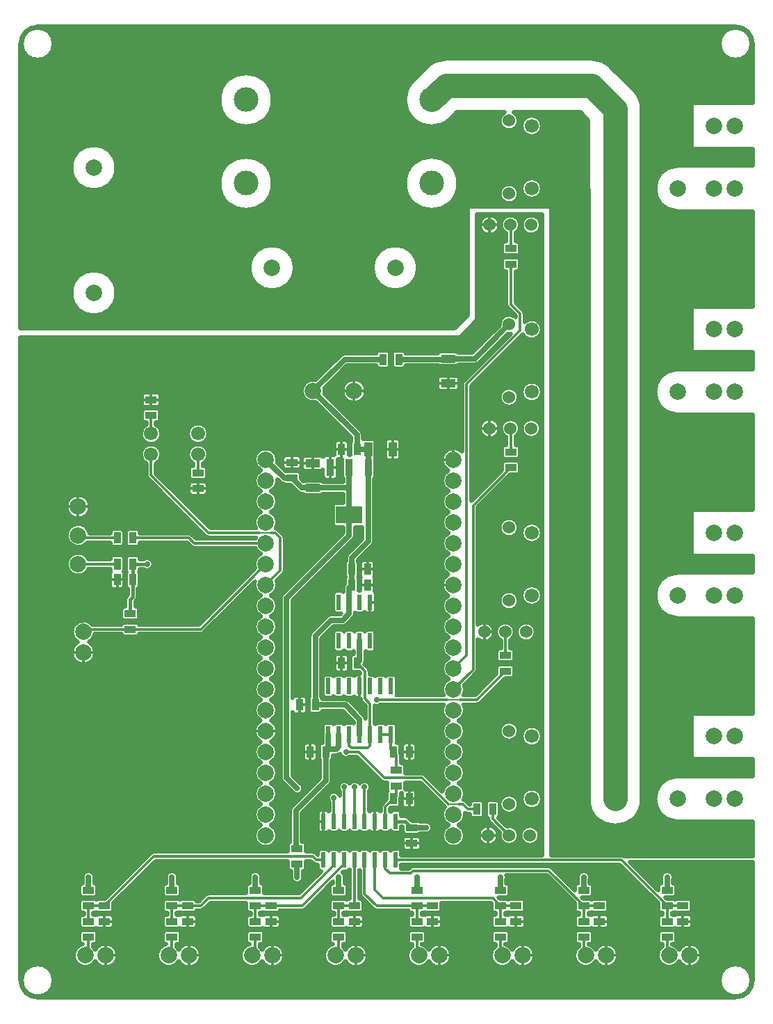
<source format=gbr>
G04 GENERATED BY PULSONIX 12.5 GERBER.DLL 9449*
G04 #@! TF.GenerationSoftware,Pulsonix,Pulsonix,12.5.9449*
G04 #@! TF.CreationDate,2025-07-29T07:21:01--1:00*
G04 #@! TF.Part,Single*
%FSLAX35Y35*%
%LPD*%
%MOMM*%
G04 #@! TF.FileFunction,Copper,L2,Bot*
G04 #@! TF.FilePolarity,Positive*
G04 #@! TA.AperFunction,OtherCopper,Copper*
%ADD14C,0.50000*%
%ADD15C,0.30000*%
G04 #@! TA.AperFunction,Conductor*
%ADD16C,0.40640*%
G04 #@! TA.AperFunction,ViaPad*
%ADD17C,0.70000*%
G04 #@! TA.AperFunction,Conductor*
%ADD19C,0.20320*%
%ADD71C,0.63500*%
G04 #@! TA.AperFunction,ComponentPad*
%ADD78C,2.00000*%
%ADD79C,1.52400*%
%ADD83C,1.70000*%
G04 #@! TA.AperFunction,Conductor*
%ADD90C,0.30480*%
G04 #@! TA.AperFunction,SMDPad,CuDef*
%ADD94R,1.00000X1.80000*%
%ADD95R,0.90000X1.40000*%
%ADD99R,1.40000X0.90000*%
%ADD103R,1.80000X1.00000*%
G04 #@! TA.AperFunction,Conductor*
%ADD107C,3.00000*%
G04 #@! TA.AperFunction,SMDPad,CuDef*
%ADD108R,0.95000X2.15000*%
%ADD109R,3.25000X2.15000*%
%ADD110R,0.55000X1.95000*%
%ADD111R,0.60000X2.00000*%
G04 #@! TA.AperFunction,ComponentPad*
%ADD112C,3.00000*%
G04 #@! TD.AperFunction*
X0Y0D02*
D02*
D14*
X3555050Y11342250D02*
Y3514250D01*
G75*
G03*
X3764250Y3305050I209200J0D01*
G01*
X12264250D01*
G75*
G03*
X12473450Y3514250I0J209200D01*
G01*
Y4958760D01*
X10973950D01*
X11323260Y4609450D01*
Y4656250D01*
G75*
G02*
X11361510Y4696441I40240J0D01*
G01*
Y4748125D01*
G75*
G02*
X11358260Y4770000I71990J21875D01*
G01*
G75*
G02*
X11508740I75240J0D01*
G01*
G75*
G02*
X11505490Y4748125I-75240J0D01*
G01*
Y4696441D01*
G75*
G02*
X11543740Y4656250I-1990J-40191D01*
G01*
Y4566250D01*
G75*
G02*
X11503500Y4526010I-40240J0D01*
G01*
X11406700D01*
X11426720Y4505990D01*
X11503500D01*
G75*
G02*
X11528750Y4497082I0J-40240D01*
G01*
G75*
G02*
X11554000Y4505990I25250J-31332D01*
G01*
X11694000D01*
G75*
G02*
X11734240Y4465750I0J-40240D01*
G01*
Y4375750D01*
G75*
G02*
X11694000Y4335510I-40240J0D01*
G01*
X11554000D01*
G75*
G02*
X11528750Y4344418I0J40240D01*
G01*
G75*
G02*
X11503500Y4335510I-25250J31332D01*
G01*
X11488980D01*
Y4315490D01*
X11503500D01*
G75*
G02*
X11524733Y4309432I0J-40240D01*
G01*
G75*
G02*
X11554000Y4320250I29268J-34182D01*
G01*
X11694000D01*
G75*
G02*
X11739000Y4275250I0J-45000D01*
G01*
Y4185250D01*
G75*
G02*
X11694000Y4140250I-45000J0D01*
G01*
X11554000D01*
G75*
G02*
X11524733Y4151068I1J45000D01*
G01*
G75*
G02*
X11503500Y4145010I-21233J34182D01*
G01*
X11363500D01*
G75*
G02*
X11323260Y4185250I0J40240D01*
G01*
Y4275250D01*
G75*
G02*
X11363500Y4315490I40240J0D01*
G01*
X11378020D01*
Y4335510D01*
X11363500D01*
G75*
G02*
X11323260Y4375750I0J40240D01*
G01*
Y4452530D01*
X10852990Y4922800D01*
X8195240D01*
Y4880780D01*
G75*
G02*
X8194501Y4873105I-40240J1D01*
G01*
X8283145D01*
X8298496Y4888456D01*
G75*
G02*
X8337875Y4904855I39379J-39081D01*
G01*
X9988875D01*
G75*
G02*
X10028254Y4888456I0J-55480D01*
G01*
X10307260Y4609450D01*
Y4656250D01*
G75*
G02*
X10345510Y4696441I40240J0D01*
G01*
Y4748125D01*
G75*
G02*
X10342260Y4770000I71990J21875D01*
G01*
G75*
G02*
X10492740I75240J0D01*
G01*
G75*
G02*
X10489490Y4748125I-75240J0D01*
G01*
Y4696441D01*
G75*
G02*
X10527740Y4656250I-1990J-40191D01*
G01*
Y4566250D01*
G75*
G02*
X10487500Y4526010I-40240J0D01*
G01*
X10390700D01*
X10410720Y4505990D01*
X10487500D01*
G75*
G02*
X10512750Y4497082I0J-40240D01*
G01*
G75*
G02*
X10538000Y4505990I25250J-31332D01*
G01*
X10678000D01*
G75*
G02*
X10718240Y4465750I0J-40240D01*
G01*
Y4375750D01*
G75*
G02*
X10678000Y4335510I-40240J0D01*
G01*
X10538000D01*
G75*
G02*
X10512750Y4344418I0J40240D01*
G01*
G75*
G02*
X10487500Y4335510I-25250J31332D01*
G01*
X10472980D01*
Y4315490D01*
X10487500D01*
G75*
G02*
X10508733Y4309432I0J-40240D01*
G01*
G75*
G02*
X10538000Y4320250I29268J-34182D01*
G01*
X10678000D01*
G75*
G02*
X10723000Y4275250I0J-45000D01*
G01*
Y4185250D01*
G75*
G02*
X10678000Y4140250I-45000J0D01*
G01*
X10538000D01*
G75*
G02*
X10508733Y4151068I1J45000D01*
G01*
G75*
G02*
X10487500Y4145010I-21233J34182D01*
G01*
X10347500D01*
G75*
G02*
X10307260Y4185250I0J40240D01*
G01*
Y4275250D01*
G75*
G02*
X10347500Y4315490I40240J0D01*
G01*
X10362020D01*
Y4335510D01*
X10347500D01*
G75*
G02*
X10307260Y4375750I0J40240D01*
G01*
Y4452530D01*
X9965895Y4793895D01*
X9472845D01*
G75*
G02*
X9473490Y4748125I-71345J-23895D01*
G01*
Y4696441D01*
G75*
G02*
X9511740Y4656250I-1990J-40191D01*
G01*
Y4566250D01*
G75*
G02*
X9471500Y4526010I-40240J0D01*
G01*
X9374700D01*
X9394720Y4505990D01*
X9471500D01*
G75*
G02*
X9496750Y4497082I0J-40240D01*
G01*
G75*
G02*
X9522000Y4505990I25250J-31332D01*
G01*
X9662000D01*
G75*
G02*
X9702240Y4465750I0J-40240D01*
G01*
Y4375750D01*
G75*
G02*
X9662000Y4335510I-40240J0D01*
G01*
X9522000D01*
G75*
G02*
X9496750Y4344418I0J40240D01*
G01*
G75*
G02*
X9471500Y4335510I-25250J31332D01*
G01*
X9456980D01*
Y4315490D01*
X9471500D01*
G75*
G02*
X9492733Y4309432I0J-40240D01*
G01*
G75*
G02*
X9522000Y4320250I29268J-34182D01*
G01*
X9662000D01*
G75*
G02*
X9707000Y4275250I0J-45000D01*
G01*
Y4185250D01*
G75*
G02*
X9662000Y4140250I-45000J0D01*
G01*
X9522000D01*
G75*
G02*
X9492733Y4151068I1J45000D01*
G01*
G75*
G02*
X9471500Y4145010I-21233J34182D01*
G01*
X9331500D01*
G75*
G02*
X9291260Y4185250I0J40240D01*
G01*
Y4275250D01*
G75*
G02*
X9331500Y4315490I40240J0D01*
G01*
X9346020D01*
Y4335510D01*
X9331500D01*
G75*
G02*
X9291260Y4375750I0J40240D01*
G01*
Y4452530D01*
X9283270Y4460520D01*
X8686240D01*
Y4375750D01*
G75*
G02*
X8646000Y4335510I-40240J0D01*
G01*
X8506000D01*
G75*
G02*
X8480750Y4344418I0J40240D01*
G01*
G75*
G02*
X8455500Y4335510I-25250J31332D01*
G01*
X8440980D01*
Y4315490D01*
X8455500D01*
G75*
G02*
X8476733Y4309432I0J-40240D01*
G01*
G75*
G02*
X8506000Y4320250I29268J-34182D01*
G01*
X8646000D01*
G75*
G02*
X8691000Y4275250I0J-45000D01*
G01*
Y4185250D01*
G75*
G02*
X8646000Y4140250I-45000J0D01*
G01*
X8506000D01*
G75*
G02*
X8476733Y4151068I1J45000D01*
G01*
G75*
G02*
X8455500Y4145010I-21233J34182D01*
G01*
X8315500D01*
G75*
G02*
X8275260Y4185250I0J40240D01*
G01*
Y4275250D01*
G75*
G02*
X8315500Y4315490I40240J0D01*
G01*
X8330020D01*
Y4335510D01*
X8315500D01*
G75*
G02*
X8276649Y4365270I0J40240D01*
G01*
X7893375D01*
G75*
G02*
X7853996Y4381669I0J55480D01*
G01*
X7707419Y4528246D01*
G75*
G02*
X7691020Y4567625I39081J39379D01*
G01*
Y4851860D01*
G75*
G02*
X7687000Y4856382I27979J28921D01*
G01*
G75*
G02*
X7678980Y4848466I-31999J24399D01*
G01*
Y4505990D01*
X7693500D01*
G75*
G02*
X7733740Y4465750I0J-40240D01*
G01*
Y4375750D01*
G75*
G02*
X7693500Y4335510I-40240J0D01*
G01*
X7553500D01*
G75*
G02*
X7528250Y4344418I0J40240D01*
G01*
G75*
G02*
X7503000Y4335510I-25250J31332D01*
G01*
X7488480D01*
Y4315490D01*
X7503000D01*
G75*
G02*
X7524233Y4309432I0J-40240D01*
G01*
G75*
G02*
X7553500Y4320250I29268J-34182D01*
G01*
X7693500D01*
G75*
G02*
X7738500Y4275250I0J-45000D01*
G01*
Y4185250D01*
G75*
G02*
X7693500Y4140250I-45000J0D01*
G01*
X7553500D01*
G75*
G02*
X7524233Y4151068I1J45000D01*
G01*
G75*
G02*
X7503000Y4145010I-21233J34182D01*
G01*
X7363000D01*
G75*
G02*
X7322760Y4185250I0J40240D01*
G01*
Y4275250D01*
G75*
G02*
X7363000Y4315490I40240J0D01*
G01*
X7377520D01*
Y4335510D01*
X7363000D01*
G75*
G02*
X7322760Y4375750I0J40240D01*
G01*
Y4465750D01*
G75*
G02*
X7363000Y4505990I40240J0D01*
G01*
X7503000D01*
G75*
G02*
X7528250Y4497082I0J-40240D01*
G01*
G75*
G02*
X7553500Y4505990I25250J-31332D01*
G01*
X7568020D01*
Y4856356D01*
G75*
G02*
X7564000Y4862801I31980J24424D01*
G01*
G75*
G02*
X7528000Y4840540I-36000J17979D01*
G01*
X7486750D01*
X7477141Y4830931D01*
G75*
G02*
X7504990Y4748125I-44141J-60931D01*
G01*
Y4696441D01*
G75*
G02*
X7543240Y4656250I-1990J-40191D01*
G01*
Y4566250D01*
G75*
G02*
X7503000Y4526010I-40240J0D01*
G01*
X7363000D01*
G75*
G02*
X7322760Y4566250I0J40240D01*
G01*
Y4656250D01*
G75*
G02*
X7361010Y4696441I40240J0D01*
G01*
Y4714800D01*
X7027879Y4381669D01*
G75*
G02*
X6988500Y4365270I-39379J39081D01*
G01*
X6716351D01*
G75*
G02*
X6677500Y4335510I-38851J10480D01*
G01*
X6537500D01*
G75*
G02*
X6512250Y4344418I0J40240D01*
G01*
G75*
G02*
X6487000Y4335510I-25250J31332D01*
G01*
X6472480D01*
Y4315490D01*
X6487000D01*
G75*
G02*
X6508233Y4309432I0J-40240D01*
G01*
G75*
G02*
X6537500Y4320250I29268J-34182D01*
G01*
X6677500D01*
G75*
G02*
X6722500Y4275250I0J-45000D01*
G01*
Y4185250D01*
G75*
G02*
X6677500Y4140250I-45000J0D01*
G01*
X6537500D01*
G75*
G02*
X6508233Y4151068I1J45000D01*
G01*
G75*
G02*
X6487000Y4145010I-21233J34182D01*
G01*
X6347000D01*
G75*
G02*
X6306760Y4185250I0J40240D01*
G01*
Y4275250D01*
G75*
G02*
X6347000Y4315490I40240J0D01*
G01*
X6361520D01*
Y4335510D01*
X6347000D01*
G75*
G02*
X6306760Y4375750I0J40240D01*
G01*
Y4460520D01*
X5868480D01*
X5789629Y4381669D01*
G75*
G02*
X5750250Y4365270I-39379J39081D01*
G01*
X5700351D01*
G75*
G02*
X5661500Y4335510I-38851J10480D01*
G01*
X5521500D01*
G75*
G02*
X5496250Y4344418I0J40240D01*
G01*
G75*
G02*
X5471000Y4335510I-25250J31332D01*
G01*
X5456480D01*
Y4315490D01*
X5471000D01*
G75*
G02*
X5492233Y4309432I0J-40240D01*
G01*
G75*
G02*
X5521500Y4320250I29268J-34182D01*
G01*
X5661500D01*
G75*
G02*
X5706500Y4275250I0J-45000D01*
G01*
Y4185250D01*
G75*
G02*
X5661500Y4140250I-45000J0D01*
G01*
X5521500D01*
G75*
G02*
X5492233Y4151068I1J45000D01*
G01*
G75*
G02*
X5471000Y4145010I-21233J34182D01*
G01*
X5331000D01*
G75*
G02*
X5290760Y4185250I0J40240D01*
G01*
Y4275250D01*
G75*
G02*
X5331000Y4315490I40240J0D01*
G01*
X5345520D01*
Y4335510D01*
X5331000D01*
G75*
G02*
X5290760Y4375750I0J40240D01*
G01*
Y4465750D01*
G75*
G02*
X5331000Y4505990I40240J0D01*
G01*
X5471000D01*
G75*
G02*
X5496250Y4497082I0J-40240D01*
G01*
G75*
G02*
X5521500Y4505990I25250J-31332D01*
G01*
X5661500D01*
G75*
G02*
X5700351Y4476230I0J-40240D01*
G01*
X5727270D01*
X5806121Y4555081D01*
G75*
G02*
X5845500Y4571480I39379J-39081D01*
G01*
X6306760D01*
Y4656250D01*
G75*
G02*
X6345010Y4696441I40240J0D01*
G01*
Y4748125D01*
G75*
G02*
X6341760Y4770000I71990J21875D01*
G01*
G75*
G02*
X6492240I75240J0D01*
G01*
G75*
G02*
X6488990Y4748125I-75240J0D01*
G01*
Y4696441D01*
G75*
G02*
X6527240Y4656250I-1990J-40191D01*
G01*
Y4571480D01*
X6949645D01*
X7218706Y4840541D01*
G75*
G02*
X7178760Y4880780I294J40239D01*
G01*
Y4922800D01*
X7161220D01*
G75*
G02*
X7121841Y4939199I0J55480D01*
G01*
X7092520Y4968520D01*
X7035240D01*
Y4883750D01*
G75*
G02*
X6996990Y4843559I-40240J0D01*
G01*
Y4791875D01*
G75*
G02*
X7000240Y4770000I-71990J-21875D01*
G01*
G75*
G02*
X6849760I-75240J0D01*
G01*
G75*
G02*
X6853010Y4791875I75240J0D01*
G01*
Y4843559D01*
G75*
G02*
X6814760Y4883750I1990J40191D01*
G01*
Y4968520D01*
X5201730D01*
X4685740Y4452530D01*
Y4375750D01*
G75*
G02*
X4645500Y4335510I-40240J0D01*
G01*
X4505500D01*
G75*
G02*
X4480250Y4344418I0J40240D01*
G01*
G75*
G02*
X4455000Y4335510I-25250J31332D01*
G01*
X4440480D01*
Y4315490D01*
X4455000D01*
G75*
G02*
X4476233Y4309432I0J-40240D01*
G01*
G75*
G02*
X4505500Y4320250I29268J-34182D01*
G01*
X4645500D01*
G75*
G02*
X4690500Y4275250I0J-45000D01*
G01*
Y4185250D01*
G75*
G02*
X4645500Y4140250I-45000J0D01*
G01*
X4505500D01*
G75*
G02*
X4476233Y4151068I1J45000D01*
G01*
G75*
G02*
X4455000Y4145010I-21233J34182D01*
G01*
X4315000D01*
G75*
G02*
X4274760Y4185250I0J40240D01*
G01*
Y4275250D01*
G75*
G02*
X4315000Y4315490I40240J0D01*
G01*
X4329520D01*
Y4335510D01*
X4315000D01*
G75*
G02*
X4274760Y4375750I0J40240D01*
G01*
Y4465750D01*
G75*
G02*
X4315000Y4505990I40240J0D01*
G01*
X4455000D01*
G75*
G02*
X4480250Y4497082I0J-40240D01*
G01*
G75*
G02*
X4505500Y4505990I25250J-31332D01*
G01*
X4582280D01*
X5139371Y5063081D01*
G75*
G02*
X5178750Y5079480I39379J-39081D01*
G01*
X6814760D01*
Y5164250D01*
G75*
G02*
X6837135Y5200307I40240J0D01*
G01*
Y5579346D01*
G75*
G02*
X6858220Y5630530I71990J279D01*
G01*
X7202260Y5974570D01*
Y6194154D01*
G75*
G02*
X7189010Y6224000I26990J29846D01*
G01*
Y6364000D01*
G75*
G02*
X7229250Y6404240I40240J0D01*
G01*
X7234010D01*
Y6509500D01*
G75*
G02*
X7235760Y6525277I71990J0D01*
G01*
Y6609500D01*
G75*
G02*
X7276000Y6649740I40240J0D01*
G01*
X7336000D01*
G75*
G02*
X7369500Y6631794I0J-40240D01*
G01*
G75*
G02*
X7403000Y6649740I33500J-22294D01*
G01*
X7463000D01*
G75*
G02*
X7496500Y6631794I0J-40240D01*
G01*
G75*
G02*
X7530000Y6649740I33500J-22294D01*
G01*
X7590000D01*
G75*
G02*
X7615010Y6641024I0J-40240D01*
G01*
Y6661055D01*
X7482555Y6793510D01*
X7232441D01*
G75*
G02*
X7192250Y6755260I-40191J1990D01*
G01*
X7102250D01*
G75*
G02*
X7062010Y6795500I0J40240D01*
G01*
Y6935500D01*
G75*
G02*
X7075260Y6965346I40240J0D01*
G01*
Y7704922D01*
G75*
G02*
X7096093Y7755621I71990J48D01*
G01*
X7286593Y7948026D01*
G75*
G02*
X7337798Y7969365I51157J-50651D01*
G01*
X7450805D01*
X7461431Y7979991D01*
G75*
G02*
X7460500Y7979980I-941J40229D01*
G01*
X7405500D01*
G75*
G02*
X7365260Y8020220I0J40240D01*
G01*
Y8215220D01*
G75*
G02*
X7405500Y8255460I40240J0D01*
G01*
X7460500D01*
G75*
G02*
X7488010Y8244588I0J-40240D01*
G01*
Y8293971D01*
G75*
G02*
X7506510Y8342432I71990J279D01*
G01*
Y8396000D01*
G75*
G02*
X7515418Y8421250I40240J0D01*
G01*
G75*
G02*
X7506510Y8446500I31332J25250D01*
G01*
Y8586500D01*
G75*
G02*
X7519760Y8616346I40240J0D01*
G01*
Y8659096D01*
G75*
G02*
X7540845Y8710280I71990J279D01*
G01*
X7718010Y8887445D01*
Y9031260D01*
X7631990D01*
Y8929529D01*
G75*
G02*
X7610905Y8878345I-71990J-279D01*
G01*
X6869990Y8137430D01*
Y6952266D01*
G75*
G02*
X6911750Y6980500I41760J-16766D01*
G01*
X7001750D01*
G75*
G02*
X7046750Y6935500I0J-45000D01*
G01*
Y6795500D01*
G75*
G02*
X7001750Y6750500I-45000J0D01*
G01*
X6911750D01*
G75*
G02*
X6869990Y6778734I0J45000D01*
G01*
Y6006320D01*
X6960439Y5915871D01*
G75*
G02*
X7000240Y5849500I-35439J-66371D01*
G01*
G75*
G02*
X6858629Y5814061I-75240J0D01*
G01*
X6747095Y5925595D01*
G75*
G02*
X6726010Y5976779I50905J50905D01*
G01*
Y8166971D01*
G75*
G02*
X6747095Y8218155I71990J279D01*
G01*
X7488010Y8959070D01*
Y9031260D01*
X7397500D01*
G75*
G02*
X7357260Y9071500I0J40240D01*
G01*
Y9286500D01*
G75*
G02*
X7397500Y9326740I40240J0D01*
G01*
X7488010D01*
Y9437510D01*
X7239200D01*
G75*
G02*
X7205500Y9419260I-33700J21990D01*
G01*
X7025500D01*
G75*
G02*
X6991800Y9437510I0J40240D01*
G01*
X6980029D01*
G75*
G02*
X6928845Y9458595I-279J71990D01*
G01*
X6844930Y9542510D01*
X6791500D01*
G75*
G02*
X6761514Y9555915I0J40240D01*
G01*
G75*
G02*
X6715345Y9576845I4737J71835D01*
G01*
X6683681Y9608509D01*
G75*
G02*
X6603483Y9469000I-139681J-12509D01*
G01*
G75*
G02*
Y9215000I-59483J-127000D01*
G01*
G75*
G02*
X6664187Y9015735I-59483J-127000D01*
G01*
G75*
G02*
X6694504Y9000081I-9062J-54735D01*
G01*
X6757706Y8936879D01*
G75*
G02*
X6774105Y8897500I-39081J-39379D01*
G01*
Y8500625D01*
G75*
G02*
X6757706Y8461246I-55480J0D01*
G01*
X6674305Y8377845D01*
G75*
G02*
X6603483Y8199000I-130305J-51845D01*
G01*
G75*
G02*
Y7945000I-59483J-127000D01*
G01*
G75*
G02*
Y7691000I-59483J-127000D01*
G01*
G75*
G02*
Y7437000I-59483J-127000D01*
G01*
G75*
G02*
Y7183000I-59483J-127000D01*
G01*
G75*
G02*
Y6929000I-59483J-127000D01*
G01*
G75*
G02*
X6608884Y6677673I-59483J-127000D01*
G01*
G75*
G02*
Y6418327I-64884J-129673D01*
G01*
G75*
G02*
X6603483Y6167000I-64884J-124327D01*
G01*
G75*
G02*
Y5913000I-59483J-127000D01*
G01*
G75*
G02*
Y5659000I-59483J-127000D01*
G01*
G75*
G02*
Y5405000I-59483J-127000D01*
G01*
G75*
G02*
X6684240Y5278000I-59483J-127000D01*
G01*
G75*
G02*
X6403760I-140240J0D01*
G01*
G75*
G02*
X6484517Y5405000I140240J0D01*
G01*
G75*
G02*
Y5659000I59483J127000D01*
G01*
G75*
G02*
Y5913000I59483J127000D01*
G01*
G75*
G02*
Y6167000I59483J127000D01*
G01*
G75*
G02*
X6479116Y6418327I59483J127000D01*
G01*
G75*
G02*
Y6677673I64884J129673D01*
G01*
G75*
G02*
X6484517Y6929000I64884J124327D01*
G01*
G75*
G02*
Y7183000I59483J127000D01*
G01*
G75*
G02*
Y7437000I59483J127000D01*
G01*
G75*
G02*
Y7691000I59483J127000D01*
G01*
G75*
G02*
Y7945000I59483J127000D01*
G01*
G75*
G02*
Y8199000I59483J127000D01*
G01*
G75*
G02*
X6410077Y8367617I59483J127000D01*
G01*
X5789629Y7747169D01*
G75*
G02*
X5750250Y7730770I-39379J39081D01*
G01*
X5001851D01*
G75*
G02*
X4963000Y7701010I-38851J10480D01*
G01*
X4823000D01*
G75*
G02*
X4784149Y7730770I0J40240D01*
G01*
X4459718D01*
G75*
G02*
X4390157Y7632215I-138218J23730D01*
G01*
G75*
G02*
X4466500Y7504500I-68657J-127715D01*
G01*
G75*
G02*
X4176500I-145000J0D01*
G01*
G75*
G02*
X4252843Y7632215I145000J0D01*
G01*
G75*
G02*
X4181260Y7754500I68657J122285D01*
G01*
G75*
G02*
X4431310Y7841730I140240J0D01*
G01*
X4784149D01*
G75*
G02*
X4823000Y7871490I38851J-10480D01*
G01*
X4963000D01*
G75*
G02*
X5001851Y7841730I0J-40240D01*
G01*
X5727270D01*
X6413695Y8528155D01*
G75*
G02*
X6484517Y8707000I130305J51845D01*
G01*
G75*
G02*
X6415201Y8778520I59483J127000D01*
G01*
X5670875D01*
G75*
G02*
X5631496Y8794919I0J55480D01*
G01*
X5584395Y8842020D01*
X5009990D01*
Y8827500D01*
G75*
G02*
X4969750Y8787260I-40240J0D01*
G01*
X4879750D01*
G75*
G02*
X4839510Y8827500I0J40240D01*
G01*
Y8967500D01*
G75*
G02*
X4879750Y9007740I40240J0D01*
G01*
X4969750D01*
G75*
G02*
X5009990Y8967500I0J-40240D01*
G01*
Y8952980D01*
X5607375D01*
G75*
G02*
X5646754Y8936581I0J-55480D01*
G01*
X5693855Y8889480D01*
X6415201D01*
G75*
G02*
X6423368Y8905520I128799J-55481D01*
G01*
X5845500D01*
G75*
G02*
X5806121Y8921919I0J55480D01*
G01*
X5107919Y9620121D01*
G75*
G02*
X5091520Y9659500I39081J39379D01*
G01*
Y9801219D01*
G75*
G02*
X5021760Y9913500I55480J112281D01*
G01*
G75*
G02*
X5272240I125240J0D01*
G01*
G75*
G02*
X5202480Y9801219I-125240J0D01*
G01*
Y9682480D01*
X5868480Y9016480D01*
X6423368D01*
G75*
G02*
X6484517Y9215000I120632J71520D01*
G01*
G75*
G02*
Y9469000I59483J127000D01*
G01*
G75*
G02*
Y9723000I59483J127000D01*
G01*
G75*
G02*
X6403760Y9850000I59483J127000D01*
G01*
G75*
G02*
X6684240I140240J0D01*
G01*
G75*
G02*
X6680007Y9815803I-140240J-1D01*
G01*
X6783603Y9712207D01*
G75*
G02*
X6791500Y9712990I7900J-39457D01*
G01*
X6931500D01*
G75*
G02*
X6971740Y9672750I0J-40240D01*
G01*
Y9619320D01*
X7000238Y9590822D01*
G75*
G02*
X7025500Y9599740I25262J-31322D01*
G01*
X7205500D01*
G75*
G02*
X7239200Y9581490I0J-40240D01*
G01*
X7488010D01*
Y9619570D01*
G75*
G02*
X7472260Y9651500I24490J31930D01*
G01*
Y9862000D01*
X7422500D01*
Y9651500D01*
G75*
G02*
X7377500Y9606500I-45000J0D01*
G01*
X7282500D01*
G75*
G02*
X7237500Y9651500I0J45000D01*
G01*
Y9727861D01*
G75*
G02*
X7205500Y9714500I-32000J31639D01*
G01*
X7025500D01*
G75*
G02*
X6980500Y9759500I0J45000D01*
G01*
Y9859500D01*
G75*
G02*
X7025500Y9904500I45000J0D01*
G01*
X7205500D01*
G75*
G02*
X7241915Y9885938I0J-45000D01*
G01*
G75*
G02*
X7282500Y9911500I40585J-19438D01*
G01*
X7374750D01*
Y10047000D01*
G75*
G02*
X7419750Y10092000I45000J0D01*
G01*
X7509750D01*
G75*
G02*
X7554750Y10047000I0J-45000D01*
G01*
Y9907000D01*
X7554749Y9906740D01*
X7570011D01*
X7570010Y9907000D01*
Y10047000D01*
G75*
G02*
X7583260Y10076846I40240J0D01*
G01*
Y10121930D01*
X7153697Y10551493D01*
G75*
G02*
X6979260Y10687500I-34197J136007D01*
G01*
G75*
G02*
X7153697Y10823507I140240J0D01*
G01*
X7453470Y11123280D01*
G75*
G02*
X7504654Y11144365I50905J-50905D01*
G01*
X7887559D01*
G75*
G02*
X7927750Y11182615I40191J-1990D01*
G01*
X8017750D01*
G75*
G02*
X8057990Y11142375I0J-40240D01*
G01*
Y11002375D01*
G75*
G02*
X8017750Y10962135I-40240J0D01*
G01*
X7927750D01*
G75*
G02*
X7887559Y11000385I0J40240D01*
G01*
X7534195D01*
X7255507Y10721697D01*
G75*
G02*
Y10653303I-136007J-34197D01*
G01*
X7706155Y10202655D01*
G75*
G02*
X7727240Y10151471I-50905J-50905D01*
G01*
Y10104814D01*
G75*
G02*
X7741000Y10107240I13761J-37814D01*
G01*
X7841000D01*
G75*
G02*
X7881240Y10067000I0J-40240D01*
G01*
Y9887000D01*
G75*
G02*
X7877569Y9870208I-40240J0D01*
G01*
G75*
G02*
X7877740Y9866500I-40069J-3706D01*
G01*
Y9651500D01*
G75*
G02*
X7861990Y9619570I-40240J0D01*
G01*
Y8857904D01*
G75*
G02*
X7840905Y8806720I-71990J-279D01*
G01*
X7663740Y8629555D01*
Y8616346D01*
G75*
G02*
X7676990Y8586500I-26990J-29846D01*
G01*
Y8446500D01*
G75*
G02*
X7668082Y8421250I-40240J0D01*
G01*
G75*
G02*
X7676990Y8396000I-31332J-25250D01*
G01*
Y8256000D01*
X7676986Y8255460D01*
X7692253D01*
X7692250Y8256000D01*
Y8396000D01*
G75*
G02*
X7700002Y8421250I45000J0D01*
G01*
G75*
G02*
X7692250Y8446500I37248J25250D01*
G01*
Y8586500D01*
G75*
G02*
X7737250Y8631500I45000J0D01*
G01*
X7827250D01*
G75*
G02*
X7872250Y8586500I0J-45000D01*
G01*
Y8446500D01*
G75*
G02*
X7864498Y8421250I-45000J0D01*
G01*
G75*
G02*
X7872250Y8396000I-37248J-25250D01*
G01*
Y8256000D01*
G75*
G02*
X7871643Y8248633I-45000J-1D01*
G01*
G75*
G02*
X7886500Y8215220I-30143J-33413D01*
G01*
Y8020220D01*
G75*
G02*
X7841500Y7975220I-45000J0D01*
G01*
X7786500D01*
G75*
G02*
X7747682Y7997456I0J45000D01*
G01*
G75*
G02*
X7714500Y7979980I-33182J22764D01*
G01*
X7659500D01*
G75*
G02*
X7631990Y7990852I0J40240D01*
G01*
Y7977029D01*
G75*
G02*
X7610905Y7925845I-71990J-279D01*
G01*
X7531530Y7846470D01*
G75*
G02*
X7480346Y7825385I-50905J50905D01*
G01*
X7367779D01*
X7219240Y7675360D01*
Y6965346D01*
G75*
G02*
X7232441Y6937490I-26990J-29846D01*
G01*
X7512096D01*
G75*
G02*
X7563280Y6916405I279J-71990D01*
G01*
X7737905Y6741780D01*
G75*
G02*
X7758520Y6699093I-50905J-50905D01*
G01*
Y6858395D01*
X7711419Y6905496D01*
G75*
G02*
X7695020Y6944875I39081J39379D01*
G01*
Y6949500D01*
X7657000D01*
G75*
G02*
X7620472Y6968219I0J45000D01*
G01*
G75*
G02*
X7590000Y6954260I-30472J26281D01*
G01*
X7530000D01*
G75*
G02*
X7496500Y6972206I0J40240D01*
G01*
G75*
G02*
X7463000Y6954260I-33500J22294D01*
G01*
X7403000D01*
G75*
G02*
X7369500Y6972206I0J40240D01*
G01*
G75*
G02*
X7336000Y6954260I-33500J22294D01*
G01*
X7276000D01*
G75*
G02*
X7235760Y6994500I0J40240D01*
G01*
Y7194500D01*
G75*
G02*
X7276000Y7234740I40240J0D01*
G01*
X7336000D01*
G75*
G02*
X7369500Y7216794I0J-40240D01*
G01*
G75*
G02*
X7403000Y7234740I33500J-22294D01*
G01*
X7463000D01*
G75*
G02*
X7496500Y7216794I0J-40240D01*
G01*
G75*
G02*
X7530000Y7234740I33500J-22294D01*
G01*
X7590000D01*
G75*
G02*
X7620472Y7220781I0J-40240D01*
G01*
G75*
G02*
X7657000Y7239500I36528J-26281D01*
G01*
X7695020D01*
Y7255270D01*
X7687030Y7263260D01*
X7610250D01*
G75*
G02*
X7570010Y7303500I0J40240D01*
G01*
Y7443500D01*
G75*
G02*
X7610250Y7483740I40240J0D01*
G01*
X7615010D01*
Y7518412D01*
G75*
G02*
X7587500Y7507540I-27510J29368D01*
G01*
X7532500D01*
G75*
G02*
X7496500Y7529801I0J40240D01*
G01*
G75*
G02*
X7460500Y7507540I-36000J17979D01*
G01*
X7405500D01*
G75*
G02*
X7365260Y7547780I0J40240D01*
G01*
Y7742780D01*
G75*
G02*
X7405500Y7783020I40240J0D01*
G01*
X7460500D01*
G75*
G02*
X7496500Y7760759I0J-40240D01*
G01*
G75*
G02*
X7532500Y7783020I36000J-17979D01*
G01*
X7587500D01*
G75*
G02*
X7623500Y7760759I0J-40240D01*
G01*
G75*
G02*
X7659500Y7783020I36000J-17979D01*
G01*
X7714500D01*
G75*
G02*
X7750500Y7760759I0J-40240D01*
G01*
G75*
G02*
X7786500Y7783020I36000J-17979D01*
G01*
X7841500D01*
G75*
G02*
X7881740Y7742780I0J-40240D01*
G01*
Y7547780D01*
G75*
G02*
X7841500Y7507540I-40240J0D01*
G01*
X7786500D01*
G75*
G02*
X7758990Y7518412I0J40240D01*
G01*
Y7405529D01*
G75*
G02*
X7744832Y7362378I-71989J-278D01*
G01*
X7789581Y7317629D01*
G75*
G02*
X7805980Y7278250I-39081J-39379D01*
G01*
Y7234740D01*
X7844000D01*
G75*
G02*
X7877500Y7216794I0J-40240D01*
G01*
G75*
G02*
X7911000Y7234740I33500J-22294D01*
G01*
X7971000D01*
G75*
G02*
X8004500Y7216794I0J-40240D01*
G01*
G75*
G02*
X8038000Y7234740I33500J-22294D01*
G01*
X8098000D01*
G75*
G02*
X8138240Y7194500I0J-40240D01*
G01*
Y6994500D01*
G75*
G02*
X8136973Y6984480I-40240J-2D01*
G01*
X8709368D01*
G75*
G02*
X8770517Y7183000I120632J71520D01*
G01*
G75*
G02*
Y7437000I59483J127000D01*
G01*
G75*
G02*
Y7691000I59483J127000D01*
G01*
G75*
G02*
Y7945000I59483J127000D01*
G01*
G75*
G02*
X8765116Y8196327I59483J127000D01*
G01*
G75*
G02*
Y8455673I64884J129673D01*
G01*
G75*
G02*
X8770517Y8707000I64884J124327D01*
G01*
G75*
G02*
Y8961000I59483J127000D01*
G01*
G75*
G02*
Y9215000I59483J127000D01*
G01*
G75*
G02*
Y9469000I59483J127000D01*
G01*
G75*
G02*
X8765116Y9720327I59483J127000D01*
G01*
G75*
G02*
X8685000Y9850000I64884J129673D01*
G01*
G75*
G02*
X8933270Y9951786I145000J0D01*
G01*
Y10770750D01*
G75*
G02*
X8949669Y10810129I55480J0D01*
G01*
X9525594Y11386054D01*
G75*
G02*
X9493192Y11385382I-18592J114946D01*
G01*
X9136405Y11028595D01*
G75*
G02*
X9085221Y11007510I-50905J50905D01*
G01*
X8890200D01*
G75*
G02*
X8856500Y10989260I-33700J21990D01*
G01*
X8676500D01*
G75*
G02*
X8648723Y11000385I0J40240D01*
G01*
X8248441D01*
G75*
G02*
X8208250Y10962135I-40191J1990D01*
G01*
X8118250D01*
G75*
G02*
X8078010Y11002375I0J40240D01*
G01*
Y11142375D01*
G75*
G02*
X8118250Y11182615I40240J0D01*
G01*
X8208250D01*
G75*
G02*
X8248441Y11144365I0J-40240D01*
G01*
X8639106D01*
G75*
G02*
X8676500Y11169740I37394J-14865D01*
G01*
X8856500D01*
G75*
G02*
X8890200Y11151490I0J-40240D01*
G01*
X9055680D01*
X9391382Y11487192D01*
G75*
G02*
X9584145Y11588218I115618J13808D01*
G01*
Y11605020D01*
X9489419Y11699746D01*
G75*
G02*
X9473020Y11739125I39081J39379D01*
G01*
Y12146010D01*
X9458500D01*
G75*
G02*
X9418260Y12186250I0J40240D01*
G01*
Y12276250D01*
G75*
G02*
X9458500Y12316490I40240J0D01*
G01*
X9598500D01*
G75*
G02*
X9638740Y12276250I0J-40240D01*
G01*
Y12186250D01*
G75*
G02*
X9598500Y12146010I-40240J0D01*
G01*
X9583980D01*
Y11762105D01*
X9678706Y11667379D01*
G75*
G02*
X9695105Y11628000I-39081J-39379D01*
G01*
Y11527206D01*
G75*
G02*
X9907740Y11437500I87395J-89706D01*
G01*
G75*
G02*
X9673063Y11376603I-125240J0D01*
G01*
X9044230Y10747770D01*
Y9348940D01*
X9418260Y9722970D01*
Y9799750D01*
G75*
G02*
X9458500Y9839990I40240J0D01*
G01*
X9598500D01*
G75*
G02*
X9638740Y9799750I0J-40240D01*
G01*
Y9709750D01*
G75*
G02*
X9598500Y9669510I-40240J0D01*
G01*
X9521720D01*
X9123605Y9271395D01*
Y7843960D01*
G75*
G02*
X9326575Y7754500I81770J-89460D01*
G01*
G75*
G02*
X9123605Y7665040I-121200J0D01*
G01*
Y7294125D01*
G75*
G02*
X9107206Y7254746I-55480J0D01*
G01*
X8960305Y7107845D01*
G75*
G02*
X8950632Y6984480I-130305J-51845D01*
G01*
X9092770D01*
X9354760Y7246470D01*
Y7323250D01*
G75*
G02*
X9395000Y7363490I40240J0D01*
G01*
X9535000D01*
G75*
G02*
X9575240Y7323250I0J-40240D01*
G01*
Y7233250D01*
G75*
G02*
X9535000Y7193010I-40240J0D01*
G01*
X9458220D01*
X9155129Y6889919D01*
G75*
G02*
X9115750Y6873520I-39379J39081D01*
G01*
X8950632D01*
G75*
G02*
X8889483Y6675000I-120632J-71520D01*
G01*
G75*
G02*
Y6421000I-59483J-127000D01*
G01*
G75*
G02*
Y6167000I-59483J-127000D01*
G01*
G75*
G02*
Y5913000I-59483J-127000D01*
G01*
G75*
G02*
X8950187Y5713735I-59483J-127000D01*
G01*
G75*
G02*
X8980504Y5698081I-9062J-54735D01*
G01*
X9027605Y5650980D01*
X9030510D01*
Y5665500D01*
G75*
G02*
X9070750Y5705740I40240J0D01*
G01*
X9160750D01*
G75*
G02*
X9200990Y5665500I0J-40240D01*
G01*
Y5525500D01*
G75*
G02*
X9160750Y5485260I-40240J0D01*
G01*
X9070750D01*
G75*
G02*
X9030510Y5525500I0J40240D01*
G01*
Y5540020D01*
X9004625D01*
G75*
G02*
X8968614Y5553296I1J55480D01*
G01*
G75*
G02*
X8889483Y5405000I-138614J-21296D01*
G01*
G75*
G02*
X8970240Y5278000I-59483J-127000D01*
G01*
G75*
G02*
X8689760I-140240J0D01*
G01*
G75*
G02*
X8770517Y5405000I140240J0D01*
G01*
G75*
G02*
X8723638Y5623402I59483J127000D01*
G01*
X8426020Y5921020D01*
X8241740D01*
Y5837363D01*
G75*
G02*
X8245250Y5837500I3509J-44863D01*
G01*
X8335250D01*
G75*
G02*
X8380250Y5792500I0J-45000D01*
G01*
Y5652500D01*
G75*
G02*
X8335250Y5607500I-45000J0D01*
G01*
X8245250D01*
G75*
G02*
X8200250Y5652500I0J45000D01*
G01*
Y5792500D01*
G75*
G02*
X8200387Y5796010I45000J1D01*
G01*
X8186980D01*
Y5754250D01*
G75*
G02*
X8184990Y5739524I-55480J0D01*
G01*
Y5652500D01*
G75*
G02*
X8144750Y5612260I-40240J0D01*
G01*
X8067970D01*
X8055980Y5600270D01*
Y5577140D01*
G75*
G02*
X8064000Y5566199I-27980J-28920D01*
G01*
G75*
G02*
X8100000Y5588460I36000J-17979D01*
G01*
X8155000D01*
G75*
G02*
X8195240Y5548220I0J-40240D01*
G01*
Y5511280D01*
X8244530D01*
G75*
G02*
X8287534Y5493360I0J-60560D01*
G01*
X8322404Y5458490D01*
X8392000D01*
G75*
G02*
X8421846Y5445240I0J-40240D01*
G01*
X8474750D01*
G75*
G02*
X8571865Y5373250I21875J-71990D01*
G01*
G75*
G02*
X8474750Y5301260I-75240J0D01*
G01*
X8421846D01*
G75*
G02*
X8392000Y5288010I-29846J26990D01*
G01*
X8252000D01*
G75*
G02*
X8211760Y5328250I0J40240D01*
G01*
Y5390160D01*
X8195240D01*
Y5353220D01*
G75*
G02*
X8155000Y5312980I-40240J0D01*
G01*
X8100000D01*
G75*
G02*
X8064000Y5335241I0J40240D01*
G01*
G75*
G02*
X8028000Y5312980I-36000J17979D01*
G01*
X7973000D01*
G75*
G02*
X7939818Y5330456I0J40240D01*
G01*
G75*
G02*
X7901000Y5308220I-38818J22764D01*
G01*
X7846000D01*
G75*
G02*
X7807182Y5330456I0J45000D01*
G01*
G75*
G02*
X7774000Y5312980I-33182J22764D01*
G01*
X7719000D01*
G75*
G02*
X7687000Y5328822I0J40240D01*
G01*
G75*
G02*
X7655000Y5312980I-32000J24398D01*
G01*
X7600000D01*
G75*
G02*
X7564000Y5335241I0J40240D01*
G01*
G75*
G02*
X7528000Y5312980I-36000J17979D01*
G01*
X7473000D01*
G75*
G02*
X7437000Y5335241I0J40240D01*
G01*
G75*
G02*
X7401000Y5312980I-36000J17979D01*
G01*
X7346000D01*
G75*
G02*
X7312818Y5330456I0J40240D01*
G01*
G75*
G02*
X7274000Y5308220I-38818J22764D01*
G01*
X7219000D01*
G75*
G02*
X7174000Y5353220I0J45000D01*
G01*
Y5548220D01*
G75*
G02*
X7219000Y5593220I45000J0D01*
G01*
X7274000D01*
G75*
G02*
X7312818Y5570984I0J-45000D01*
G01*
G75*
G02*
X7318020Y5577140I33182J-22764D01*
G01*
Y5687552D01*
G75*
G02*
X7298260Y5738375I55480J50823D01*
G01*
G75*
G02*
X7445020Y5761741I75240J0D01*
G01*
Y5816177D01*
G75*
G02*
X7425260Y5867000I55480J50823D01*
G01*
G75*
G02*
X7564000Y5907358I75240J0D01*
G01*
G75*
G02*
X7687000Y5913052I63500J-40358D01*
G01*
G75*
G02*
X7821740Y5867000I59500J-46052D01*
G01*
G75*
G02*
X7801980Y5816177I-75240J0D01*
G01*
Y5577140D01*
G75*
G02*
X7807182Y5570984I-27980J-28920D01*
G01*
G75*
G02*
X7846000Y5593220I38818J-22764D01*
G01*
X7901000D01*
G75*
G02*
X7939818Y5570984I0J-45000D01*
G01*
G75*
G02*
X7945020Y5577140I33182J-22764D01*
G01*
Y5623250D01*
G75*
G02*
X7961419Y5662629I55480J0D01*
G01*
X8014510Y5715720D01*
Y5792500D01*
G75*
G02*
X8024912Y5819499I40240J0D01*
G01*
G75*
G02*
X8021260Y5836250I36588J16750D01*
G01*
Y5921020D01*
X7988625D01*
G75*
G02*
X7949246Y5937419I0J55480D01*
G01*
X7648145Y6238520D01*
X7568823D01*
G75*
G02*
X7446714Y6269931I-50823J55480D01*
G01*
G75*
G02*
X7400971Y6253760I-45463J55819D01*
G01*
X7359490D01*
Y6224000D01*
G75*
G02*
X7346240Y6194154I-40240J0D01*
G01*
Y5945029D01*
G75*
G02*
X7325155Y5893845I-71990J-279D01*
G01*
X6981115Y5549805D01*
Y5204490D01*
X6995000D01*
G75*
G02*
X7035240Y5164250I0J-40240D01*
G01*
Y5079480D01*
X7115500D01*
G75*
G02*
X7154879Y5063081I0J-55480D01*
G01*
X7178760Y5039200D01*
Y5075780D01*
G75*
G02*
X7219000Y5116020I40240J0D01*
G01*
X7274000D01*
G75*
G02*
X7310000Y5093759I0J-40240D01*
G01*
G75*
G02*
X7346000Y5116020I36000J-17979D01*
G01*
X7401000D01*
G75*
G02*
X7437000Y5093759I0J-40240D01*
G01*
G75*
G02*
X7473000Y5116020I36000J-17979D01*
G01*
X7528000D01*
G75*
G02*
X7564000Y5093759I0J-40240D01*
G01*
G75*
G02*
X7600000Y5116020I36000J-17979D01*
G01*
X7655000D01*
G75*
G02*
X7687000Y5100178I0J-40240D01*
G01*
G75*
G02*
X7719000Y5116020I32000J-24398D01*
G01*
X7774000D01*
G75*
G02*
X7810000Y5093759I0J-40240D01*
G01*
G75*
G02*
X7846000Y5116020I36000J-17979D01*
G01*
X7901000D01*
G75*
G02*
X7937000Y5093759I0J-40240D01*
G01*
G75*
G02*
X7973000Y5116020I36000J-17979D01*
G01*
X8028000D01*
G75*
G02*
X8064000Y5093759I0J-40240D01*
G01*
G75*
G02*
X8100000Y5116020I36000J-17979D01*
G01*
X8155000D01*
G75*
G02*
X8195240Y5075780I0J-40240D01*
G01*
Y5033760D01*
X9909500D01*
Y12834500D01*
X9115750D01*
Y11548625D01*
X8909375Y11342250D01*
X3555050D01*
X12459490Y3514250D02*
G75*
G02*
X12069010I-195240J0D01*
G01*
G75*
G02*
X12459490I195240J0D01*
G01*
X11378020Y3934723D02*
Y3954510D01*
X11363500D01*
G75*
G02*
X11323260Y3994750I0J40240D01*
G01*
Y4084750D01*
G75*
G02*
X11363500Y4124990I40240J0D01*
G01*
X11503500D01*
G75*
G02*
X11543740Y4084750I0J-40240D01*
G01*
Y3994750D01*
G75*
G02*
X11503500Y3954510I-40240J0D01*
G01*
X11488980D01*
Y3953561D01*
G75*
G02*
X11577285Y3886157I-33979J-136061D01*
G01*
G75*
G02*
X11850000Y3817500I127715J-68657D01*
G01*
G75*
G02*
X11577285Y3748843I-145000J0D01*
G01*
G75*
G02*
X11314760Y3817500I-122285J68657D01*
G01*
G75*
G02*
X11378020Y3934723I140240J0D01*
G01*
X10362020D02*
Y3954510D01*
X10347500D01*
G75*
G02*
X10307260Y3994750I0J40240D01*
G01*
Y4084750D01*
G75*
G02*
X10347500Y4124990I40240J0D01*
G01*
X10487500D01*
G75*
G02*
X10527740Y4084750I0J-40240D01*
G01*
Y3994750D01*
G75*
G02*
X10487500Y3954510I-40240J0D01*
G01*
X10472980D01*
Y3953561D01*
G75*
G02*
X10561285Y3886157I-33979J-136061D01*
G01*
G75*
G02*
X10834000Y3817500I127715J-68657D01*
G01*
G75*
G02*
X10561285Y3748843I-145000J0D01*
G01*
G75*
G02*
X10298760Y3817500I-122285J68657D01*
G01*
G75*
G02*
X10362020Y3934723I140240J0D01*
G01*
X9291260Y4084750D02*
G75*
G02*
X9331500Y4124990I40240J0D01*
G01*
X9471500D01*
G75*
G02*
X9511740Y4084750I0J-40240D01*
G01*
Y3994750D01*
G75*
G02*
X9471500Y3954510I-40240J0D01*
G01*
X9456980D01*
Y3953561D01*
G75*
G02*
X9545285Y3886157I-33979J-136061D01*
G01*
G75*
G02*
X9818000Y3817500I127715J-68657D01*
G01*
G75*
G02*
X9545285Y3748843I-145000J0D01*
G01*
G75*
G02*
X9282760Y3817500I-122285J68657D01*
G01*
G75*
G02*
X9346020Y3934723I140240J0D01*
G01*
Y3954510D01*
X9331500D01*
G75*
G02*
X9291260Y3994750I0J40240D01*
G01*
Y4084750D01*
X8330020Y3934723D02*
Y3954510D01*
X8315500D01*
G75*
G02*
X8275260Y3994750I0J40240D01*
G01*
Y4084750D01*
G75*
G02*
X8315500Y4124990I40240J0D01*
G01*
X8455500D01*
G75*
G02*
X8495740Y4084750I0J-40240D01*
G01*
Y3994750D01*
G75*
G02*
X8455500Y3954510I-40240J0D01*
G01*
X8440980D01*
Y3953561D01*
G75*
G02*
X8529285Y3886157I-33979J-136061D01*
G01*
G75*
G02*
X8802000Y3817500I127715J-68657D01*
G01*
G75*
G02*
X8529285Y3748843I-145000J0D01*
G01*
G75*
G02*
X8266760Y3817500I-122285J68657D01*
G01*
G75*
G02*
X8330020Y3934723I140240J0D01*
G01*
X7361250Y3954548D02*
G75*
G02*
X7322760Y3994750I1750J40202D01*
G01*
Y4084750D01*
G75*
G02*
X7363000Y4124990I40240J0D01*
G01*
X7503000D01*
G75*
G02*
X7543240Y4084750I0J-40240D01*
G01*
Y3994750D01*
G75*
G02*
X7503000Y3954510I-40240J0D01*
G01*
X7488480D01*
Y3918321D01*
G75*
G02*
X7513285Y3886157I-97479J-100823D01*
G01*
G75*
G02*
X7786000Y3817500I127715J-68657D01*
G01*
G75*
G02*
X7513285Y3748843I-145000J0D01*
G01*
G75*
G02*
X7250760Y3817500I-122285J68657D01*
G01*
G75*
G02*
X7361250Y3954548I140240J0D01*
G01*
X6345250D02*
G75*
G02*
X6306760Y3994750I1750J40202D01*
G01*
Y4084750D01*
G75*
G02*
X6347000Y4124990I40240J0D01*
G01*
X6487000D01*
G75*
G02*
X6527240Y4084750I0J-40240D01*
G01*
Y3994750D01*
G75*
G02*
X6487000Y3954510I-40240J0D01*
G01*
X6472480D01*
Y3918321D01*
G75*
G02*
X6497285Y3886157I-97479J-100823D01*
G01*
G75*
G02*
X6770000Y3817500I127715J-68657D01*
G01*
G75*
G02*
X6497285Y3748843I-145000J0D01*
G01*
G75*
G02*
X6234760Y3817500I-122285J68657D01*
G01*
G75*
G02*
X6345250Y3954548I140240J0D01*
G01*
X5329250D02*
G75*
G02*
X5290760Y3994750I1750J40202D01*
G01*
Y4084750D01*
G75*
G02*
X5331000Y4124990I40240J0D01*
G01*
X5471000D01*
G75*
G02*
X5511240Y4084750I0J-40240D01*
G01*
Y3994750D01*
G75*
G02*
X5471000Y3954510I-40240J0D01*
G01*
X5456480D01*
Y3918321D01*
G75*
G02*
X5481285Y3886157I-97479J-100823D01*
G01*
G75*
G02*
X5754000Y3817500I127715J-68657D01*
G01*
G75*
G02*
X5481285Y3748843I-145000J0D01*
G01*
G75*
G02*
X5218760Y3817500I-122285J68657D01*
G01*
G75*
G02*
X5329250Y3954548I140240J0D01*
G01*
X5290760Y4656250D02*
G75*
G02*
X5329010Y4696441I40240J0D01*
G01*
Y4748125D01*
G75*
G02*
X5325760Y4770000I71990J21875D01*
G01*
G75*
G02*
X5476240I75240J0D01*
G01*
G75*
G02*
X5472990Y4748125I-75240J0D01*
G01*
Y4696441D01*
G75*
G02*
X5511240Y4656250I-1990J-40191D01*
G01*
Y4566250D01*
G75*
G02*
X5471000Y4526010I-40240J0D01*
G01*
X5331000D01*
G75*
G02*
X5290760Y4566250I0J40240D01*
G01*
Y4656250D01*
X6993750Y6364000D02*
G75*
G02*
X7038750Y6409000I45000J0D01*
G01*
X7128750D01*
G75*
G02*
X7173750Y6364000I0J-45000D01*
G01*
Y6224000D01*
G75*
G02*
X7128750Y6179000I-45000J0D01*
G01*
X7038750D01*
G75*
G02*
X6993750Y6224000I0J45000D01*
G01*
Y6364000D01*
X4313250Y3954548D02*
G75*
G02*
X4274760Y3994750I1750J40202D01*
G01*
Y4084750D01*
G75*
G02*
X4315000Y4124990I40240J0D01*
G01*
X4455000D01*
G75*
G02*
X4495240Y4084750I0J-40240D01*
G01*
Y3994750D01*
G75*
G02*
X4455000Y3954510I-40240J0D01*
G01*
X4440480D01*
Y3918321D01*
G75*
G02*
X4465285Y3886157I-97479J-100823D01*
G01*
G75*
G02*
X4738000Y3817500I127715J-68657D01*
G01*
G75*
G02*
X4465285Y3748843I-145000J0D01*
G01*
G75*
G02*
X4202760Y3817500I-122285J68657D01*
G01*
G75*
G02*
X4313250Y3954548I140240J0D01*
G01*
X4274760Y4656250D02*
G75*
G02*
X4313010Y4696441I40240J0D01*
G01*
Y4748125D01*
G75*
G02*
X4309760Y4770000I71990J21875D01*
G01*
G75*
G02*
X4460240I75240J0D01*
G01*
G75*
G02*
X4456990Y4748125I-75240J0D01*
G01*
Y4696441D01*
G75*
G02*
X4495240Y4656250I-1990J-40191D01*
G01*
Y4566250D01*
G75*
G02*
X4455000Y4526010I-40240J0D01*
G01*
X4315000D01*
G75*
G02*
X4274760Y4566250I0J40240D01*
G01*
Y4656250D01*
X7996000Y10067000D02*
G75*
G02*
X8041000Y10112000I45000J0D01*
G01*
X8141000D01*
G75*
G02*
X8186000Y10067000I0J-45000D01*
G01*
Y9887000D01*
G75*
G02*
X8141000Y9842000I-45000J0D01*
G01*
X8041000D01*
G75*
G02*
X7996000Y9887000I0J45000D01*
G01*
Y10067000D01*
X7764500Y10687500D02*
G75*
G02*
X7474500I-145000J0D01*
G01*
G75*
G02*
X7764500I145000J0D01*
G01*
X7374750Y7443500D02*
G75*
G02*
X7419750Y7488500I45000J0D01*
G01*
X7509750D01*
G75*
G02*
X7554750Y7443500I0J-45000D01*
G01*
Y7303500D01*
G75*
G02*
X7509750Y7258500I-45000J0D01*
G01*
X7419750D01*
G75*
G02*
X7374750Y7303500I0J45000D01*
G01*
Y7443500D01*
X8631500Y10829500D02*
G75*
G02*
X8676500Y10874500I45000J0D01*
G01*
X8856500D01*
G75*
G02*
X8901500Y10829500I0J-45000D01*
G01*
Y10729500D01*
G75*
G02*
X8856500Y10684500I-45000J0D01*
G01*
X8676500D01*
G75*
G02*
X8631500Y10729500I0J45000D01*
G01*
Y10829500D01*
X9390075Y10231000D02*
G75*
G02*
X9147675I-121200J0D01*
G01*
G75*
G02*
X9390075I121200J0D01*
G01*
X9623440Y10612000D02*
G75*
G02*
X9390560I-116440J0D01*
G01*
G75*
G02*
X9623440I116440J0D01*
G01*
X9639315Y10231000D02*
G75*
G02*
X9583980Y10131882I-116440J0D01*
G01*
Y10030490D01*
X9598500D01*
G75*
G02*
X9638740Y9990250I0J-40240D01*
G01*
Y9900250D01*
G75*
G02*
X9598500Y9860010I-40240J0D01*
G01*
X9458500D01*
G75*
G02*
X9418260Y9900250I0J40240D01*
G01*
Y9990250D01*
G75*
G02*
X9458500Y10030490I40240J0D01*
G01*
X9473020D01*
Y10125773D01*
G75*
G02*
X9406435Y10231000I49855J105227D01*
G01*
G75*
G02*
X9639315I116440J0D01*
G01*
X9907740Y8199000D02*
G75*
G02*
X9657260I-125240J0D01*
G01*
G75*
G02*
X9907740I125240J0D01*
G01*
Y8961000D02*
G75*
G02*
X9657260I-125240J0D01*
G01*
G75*
G02*
X9907740I125240J0D01*
G01*
Y10675500D02*
G75*
G02*
X9657260I-125240J0D01*
G01*
G75*
G02*
X9907740I125240J0D01*
G01*
X9893315Y10231000D02*
G75*
G02*
X9660435I-116440J0D01*
G01*
G75*
G02*
X9893315I116440J0D01*
G01*
X9575815Y7754500D02*
G75*
G02*
X9520480Y7655382I-116440J0D01*
G01*
Y7553990D01*
X9535000D01*
G75*
G02*
X9575240Y7513750I0J-40240D01*
G01*
Y7423750D01*
G75*
G02*
X9535000Y7383510I-40240J0D01*
G01*
X9395000D01*
G75*
G02*
X9354760Y7423750I0J40240D01*
G01*
Y7513750D01*
G75*
G02*
X9395000Y7553990I40240J0D01*
G01*
X9409520D01*
Y7649273D01*
G75*
G02*
X9342935Y7754500I49855J105227D01*
G01*
G75*
G02*
X9575815I116440J0D01*
G01*
X9623440Y8135500D02*
G75*
G02*
X9390560I-116440J0D01*
G01*
G75*
G02*
X9623440I116440J0D01*
G01*
X9829815Y7754500D02*
G75*
G02*
X9596935I-116440J0D01*
G01*
G75*
G02*
X9829815I116440J0D01*
G01*
X9877440Y5278000D02*
G75*
G02*
X9644560I-116440J0D01*
G01*
G75*
G02*
X9877440I116440J0D01*
G01*
X9907740Y5722500D02*
G75*
G02*
X9657260I-125240J0D01*
G01*
G75*
G02*
X9907740I125240J0D01*
G01*
Y6484500D02*
G75*
G02*
X9657260I-125240J0D01*
G01*
G75*
G02*
X9907740I125240J0D01*
G01*
X9623440Y9024500D02*
G75*
G02*
X9390560I-116440J0D01*
G01*
G75*
G02*
X9623440I116440J0D01*
G01*
X9221010Y5665500D02*
G75*
G02*
X9261250Y5705740I40240J0D01*
G01*
X9351250D01*
G75*
G02*
X9391151Y5670714I0J-40240D01*
G01*
G75*
G02*
X9623440Y5659000I115849J-11714D01*
G01*
G75*
G02*
X9391490Y5644313I-116440J0D01*
G01*
Y5525500D01*
G75*
G02*
X9372272Y5491188I-40240J0D01*
G01*
X9473841Y5389619D01*
G75*
G02*
X9623440Y5278000I33159J-111619D01*
G01*
G75*
G02*
X9390560I-116440J0D01*
G01*
G75*
G02*
X9395381Y5311159I116440J1D01*
G01*
X9267169Y5439371D01*
G75*
G02*
X9250770Y5478750I39081J39379D01*
G01*
Y5486649D01*
G75*
G02*
X9221010Y5525500I10480J38851D01*
G01*
Y5665500D01*
X9623440Y6548000D02*
G75*
G02*
X9390560I-116440J0D01*
G01*
G75*
G02*
X9623440I116440J0D01*
G01*
X9374200Y5278000D02*
G75*
G02*
X9131800I-121200J0D01*
G01*
G75*
G02*
X9374200I121200J0D01*
G01*
X8207000Y5227750D02*
G75*
G02*
X8252000Y5272750I45000J0D01*
G01*
X8392000D01*
G75*
G02*
X8437000Y5227750I0J-45000D01*
G01*
Y5137750D01*
G75*
G02*
X8392000Y5092750I-45000J0D01*
G01*
X8252000D01*
G75*
G02*
X8207000Y5137750I0J45000D01*
G01*
Y5227750D01*
X9390075Y12707500D02*
G75*
G02*
X9147675I-121200J0D01*
G01*
G75*
G02*
X9390075I121200J0D01*
G01*
X9639315D02*
G75*
G02*
X9583980Y12608382I-116440J0D01*
G01*
Y12506990D01*
X9598500D01*
G75*
G02*
X9638740Y12466750I0J-40240D01*
G01*
Y12376750D01*
G75*
G02*
X9598500Y12336510I-40240J0D01*
G01*
X9458500D01*
G75*
G02*
X9418260Y12376750I0J40240D01*
G01*
Y12466750D01*
G75*
G02*
X9458500Y12506990I40240J0D01*
G01*
X9473020D01*
Y12602273D01*
G75*
G02*
X9406435Y12707500I49855J105227D01*
G01*
G75*
G02*
X9639315I116440J0D01*
G01*
X9893315D02*
G75*
G02*
X9660435I-116440J0D01*
G01*
G75*
G02*
X9893315I116440J0D01*
G01*
X3959490Y3514250D02*
G75*
G02*
X3569010I-195240J0D01*
G01*
G75*
G02*
X3959490I195240J0D01*
G01*
X4403000Y9280000D02*
G75*
G02*
X4113000I-145000J0D01*
G01*
G75*
G02*
X4403000I145000J0D01*
G01*
X4386799Y8635480D02*
X4649010D01*
Y8650000D01*
G75*
G02*
X4689250Y8690240I40240J0D01*
G01*
X4779250D01*
G75*
G02*
X4819490Y8650000I0J-40240D01*
G01*
Y8510000D01*
G75*
G02*
X4813432Y8488767I-40240J0D01*
G01*
G75*
G02*
X4824250Y8459500I-34182J-29268D01*
G01*
Y8319500D01*
G75*
G02*
X4779250Y8274500I-45000J0D01*
G01*
X4689250D01*
G75*
G02*
X4644250Y8319500I0J45000D01*
G01*
Y8459500D01*
G75*
G02*
X4655068Y8488767I45000J-1D01*
G01*
G75*
G02*
X4649010Y8510000I34182J21233D01*
G01*
Y8524520D01*
X4386799D01*
G75*
G02*
X4117760Y8580000I-128799J55480D01*
G01*
G75*
G02*
X4386799Y8635480I140240J0D01*
G01*
X4782760Y8021750D02*
G75*
G02*
X4823000Y8061990I40240J0D01*
G01*
X4832440D01*
Y8151375D01*
G75*
G02*
X4850360Y8194379I60560J0D01*
G01*
X4864190Y8208209D01*
Y8282390D01*
G75*
G02*
X4839510Y8319500I15560J37110D01*
G01*
Y8459500D01*
G75*
G02*
X4848418Y8484750I40240J0D01*
G01*
G75*
G02*
X4839510Y8510000I31332J25250D01*
G01*
Y8650000D01*
G75*
G02*
X4879750Y8690240I40240J0D01*
G01*
X4969750D01*
G75*
G02*
X5009990Y8650000I0J-40240D01*
G01*
Y8640560D01*
X5054726D01*
G75*
G02*
X5174615Y8580000I44649J-60560D01*
G01*
G75*
G02*
X5054726Y8519440I-75240J0D01*
G01*
X5009990D01*
Y8510000D01*
G75*
G02*
X5001082Y8484750I-40240J0D01*
G01*
G75*
G02*
X5009990Y8459500I-31332J-25250D01*
G01*
Y8319500D01*
G75*
G02*
X4985310Y8282390I-40240J0D01*
G01*
Y8183125D01*
G75*
G02*
X4967390Y8140121I-60560J0D01*
G01*
X4953560Y8126291D01*
Y8061990D01*
X4963000D01*
G75*
G02*
X5003240Y8021750I0J-40240D01*
G01*
Y7931750D01*
G75*
G02*
X4963000Y7891510I-40240J0D01*
G01*
X4823000D01*
G75*
G02*
X4782760Y7931750I0J40240D01*
G01*
Y8021750D01*
X4396344Y8952980D02*
X4649010D01*
Y8967500D01*
G75*
G02*
X4689250Y9007740I40240J0D01*
G01*
X4779250D01*
G75*
G02*
X4819490Y8967500I0J-40240D01*
G01*
Y8827500D01*
G75*
G02*
X4779250Y8787260I-40240J0D01*
G01*
X4689250D01*
G75*
G02*
X4649010Y8827500I0J40240D01*
G01*
Y8842020D01*
X4367210D01*
G75*
G02*
X4117760Y8930000I-109210J87980D01*
G01*
G75*
G02*
X4396344Y8952980I140240J0D01*
G01*
X5091520Y10279781D02*
Y10304510D01*
X5077000D01*
G75*
G02*
X5036760Y10344750I0J40240D01*
G01*
Y10434750D01*
G75*
G02*
X5077000Y10474990I40240J0D01*
G01*
X5217000D01*
G75*
G02*
X5257240Y10434750I0J-40240D01*
G01*
Y10344750D01*
G75*
G02*
X5217000Y10304510I-40240J0D01*
G01*
X5202480D01*
Y10279781D01*
G75*
G02*
X5272240Y10167500I-55480J-112281D01*
G01*
G75*
G02*
X5021760I-125240J0D01*
G01*
G75*
G02*
X5091520Y10279781I125240J0D01*
G01*
X5032000Y10625250D02*
G75*
G02*
X5077000Y10670250I45000J0D01*
G01*
X5217000D01*
G75*
G02*
X5262000Y10625250I0J-45000D01*
G01*
Y10535250D01*
G75*
G02*
X5217000Y10490250I-45000J0D01*
G01*
X5077000D01*
G75*
G02*
X5032000Y10535250I0J45000D01*
G01*
Y10625250D01*
X5843740Y9913500D02*
G75*
G02*
X5773980Y9801219I-125240J0D01*
G01*
Y9776490D01*
X5788500D01*
G75*
G02*
X5828740Y9736250I0J-40240D01*
G01*
Y9646250D01*
G75*
G02*
X5788500Y9606010I-40240J0D01*
G01*
X5648500D01*
G75*
G02*
X5608260Y9646250I0J40240D01*
G01*
Y9736250D01*
G75*
G02*
X5648500Y9776490I40240J0D01*
G01*
X5663020D01*
Y9801219D01*
G75*
G02*
X5593260Y9913500I55480J112281D01*
G01*
G75*
G02*
X5843740I125240J0D01*
G01*
X5603500Y9545750D02*
G75*
G02*
X5648500Y9590750I45000J0D01*
G01*
X5788500D01*
G75*
G02*
X5833500Y9545750I0J-45000D01*
G01*
Y9455750D01*
G75*
G02*
X5788500Y9410750I-45000J0D01*
G01*
X5648500D01*
G75*
G02*
X5603500Y9455750I0J45000D01*
G01*
Y9545750D01*
X5843740Y10167500D02*
G75*
G02*
X5593260I-125240J0D01*
G01*
G75*
G02*
X5843740I125240J0D01*
G01*
X6746500Y9863250D02*
G75*
G02*
X6791500Y9908250I45000J0D01*
G01*
X6931500D01*
G75*
G02*
X6976500Y9863250I0J-45000D01*
G01*
Y9773250D01*
G75*
G02*
X6931500Y9728250I-45000J0D01*
G01*
X6791500D01*
G75*
G02*
X6746500Y9773250I0J45000D01*
G01*
Y9863250D01*
X3555050Y7754500D02*
G36*
X3555050Y7754500D02*
Y7627225D01*
X4244276D01*
G75*
G02*
X4252843Y7632215I77221J-122727D01*
G01*
G75*
G02*
X4181260Y7754500I68657J122285D01*
G01*
X3555050D01*
G37*
Y7627225D02*
G36*
X3555050Y7627225D02*
Y7373500D01*
X4259339D01*
G75*
G02*
X4176500Y7504500I62161J131000D01*
G01*
G75*
G02*
X4244276Y7627225I145000J0D01*
G01*
X3555050D01*
G37*
X4457309Y3898745D02*
G36*
X4457309Y3898745D02*
G75*
G02*
X4465285Y3886157I-114307J-81248D01*
G01*
G75*
G02*
X4472899Y3898745I127717J-68654D01*
G01*
X4457309D01*
G37*
X4394770Y8961000D02*
G36*
X4394770Y8961000D02*
G75*
G02*
X4396344Y8952980I-136769J-31007D01*
G01*
X4649010D01*
Y8961000D01*
X4394770D01*
G37*
X4371312Y8497370D02*
G36*
X4371312Y8497370D02*
X4651044D01*
G75*
G02*
X4649010Y8510000I38206J12632D01*
G01*
Y8524520D01*
X4386799D01*
G75*
G02*
X4371312Y8497370I-128800J55478D01*
G01*
G37*
X3555050D02*
G36*
X3555050Y8497370D02*
Y8199000D01*
X4854981D01*
X4864190Y8208209D01*
Y8282390D01*
G75*
G02*
X4839510Y8319500I15560J37110D01*
G01*
Y8459500D01*
G75*
G02*
X4848418Y8484750I40240J0D01*
G01*
G75*
G02*
X4841543Y8497370I31331J25251D01*
G01*
X4817456D01*
G75*
G02*
X4813432Y8488767I-38207J12628D01*
G01*
G75*
G02*
X4824250Y8459500I-34182J-29268D01*
G01*
Y8319500D01*
G75*
G02*
X4779250Y8274500I-45000J0D01*
G01*
X4689250D01*
G75*
G02*
X4644250Y8319500I0J45000D01*
G01*
Y8459500D01*
G75*
G02*
X4655068Y8488767I45000J-1D01*
G01*
G75*
G02*
X4651044Y8497370I34183J21231D01*
G01*
X4371312D01*
G75*
G02*
X4144688I-113312J82630D01*
G01*
X3555050D01*
G37*
Y9977000D02*
G36*
X3555050Y9977000D02*
Y9818250D01*
X5065683D01*
G75*
G02*
X5021760Y9913500I81317J95250D01*
G01*
G75*
G02*
X5039052Y9977000I125240J0D01*
G01*
X3555050D01*
G37*
Y9818250D02*
G36*
X3555050Y9818250D02*
Y9500750D01*
X5227290D01*
X5107919Y9620121D01*
G75*
G02*
X5091520Y9659500I39081J39379D01*
G01*
Y9801219D01*
G75*
G02*
X5065683Y9818250I55480J112281D01*
G01*
X3555050D01*
G37*
Y9500750D02*
G36*
X3555050Y9500750D02*
Y9280000D01*
X4113000D01*
G75*
G02*
X4403000I145000J0D01*
G01*
X5448040D01*
X5227290Y9500750D01*
X3555050D01*
G37*
X5473309Y3898745D02*
G36*
X5473309Y3898745D02*
G75*
G02*
X5481285Y3886157I-114307J-81248D01*
G01*
G75*
G02*
X5488899Y3898745I127717J-68654D01*
G01*
X5473309D01*
G37*
X5228317Y9818250D02*
G36*
X5228317Y9818250D02*
X5637183D01*
G75*
G02*
X5593260Y9913500I81317J95250D01*
G01*
G75*
G02*
X5610552Y9977000I125240J0D01*
G01*
X5254948D01*
G75*
G02*
X5272240Y9913500I-107948J-63500D01*
G01*
G75*
G02*
X5228317Y9818250I-125240J0D01*
G01*
G37*
X3555050Y9280000D02*
G36*
X3555050Y9280000D02*
Y8961000D01*
X4121229D01*
G75*
G02*
X4394770I136771J-31000D01*
G01*
X4649010D01*
Y8967500D01*
G75*
G02*
X4689250Y9007740I40240J0D01*
G01*
X4779250D01*
G75*
G02*
X4819490Y8967500I0J-40240D01*
G01*
Y8961000D01*
X4839510D01*
Y8967500D01*
G75*
G02*
X4879750Y9007740I40240J0D01*
G01*
X4969750D01*
G75*
G02*
X5009990Y8967500I0J-40240D01*
G01*
Y8961000D01*
X5767040D01*
X5448040Y9280000D01*
X4403000D01*
G75*
G02*
X4113000I-145000J0D01*
G01*
X3555050D01*
G37*
Y8199000D02*
G36*
X3555050Y8199000D02*
Y7754500D01*
X4181260D01*
G75*
G02*
X4431310Y7841730I140240J0D01*
G01*
X4784149D01*
G75*
G02*
X4823000Y7871490I38851J-10480D01*
G01*
X4963000D01*
G75*
G02*
X5001851Y7841730I0J-40240D01*
G01*
X5727270D01*
X6084540Y8199000D01*
X4985310D01*
Y8183125D01*
G75*
G02*
X4967390Y8140121I-60560J0D01*
G01*
X4953560Y8126291D01*
Y8061990D01*
X4963000D01*
G75*
G02*
X5003240Y8021750I0J-40240D01*
G01*
Y7931750D01*
G75*
G02*
X4963000Y7891510I-40240J0D01*
G01*
X4823000D01*
G75*
G02*
X4782760Y7931750I0J40240D01*
G01*
Y8021750D01*
G75*
G02*
X4823000Y8061990I40240J0D01*
G01*
X4832440D01*
Y8151375D01*
G75*
G02*
X4850360Y8194379I60560J0D01*
G01*
X4854981Y8199000D01*
X3555050D01*
G37*
X4985310Y8282390D02*
G36*
X4985310Y8282390D02*
Y8199000D01*
X6084540D01*
X6382910Y8497370D01*
X5007957D01*
G75*
G02*
X5001082Y8484750I-38206J12631D01*
G01*
G75*
G02*
X5009990Y8459500I-31332J-25250D01*
G01*
Y8319500D01*
G75*
G02*
X4985310Y8282390I-40240J0D01*
G01*
G37*
X5009990Y8961000D02*
G36*
X5009990Y8961000D02*
Y8952980D01*
X5607375D01*
G75*
G02*
X5646754Y8936581I0J-55480D01*
G01*
X5693855Y8889480D01*
X6415201D01*
G75*
G02*
X6423368Y8905520I128799J-55481D01*
G01*
X5845500D01*
G75*
G02*
X5806121Y8921919I0J55480D01*
G01*
X5767040Y8961000D01*
X5009990D01*
G37*
X3555050Y5278000D02*
G36*
X3555050Y5278000D02*
Y5182750D01*
X6441069D01*
G75*
G02*
X6403760Y5278000I102931J95250D01*
G01*
X3555050D01*
G37*
Y6484500D02*
G36*
X3555050Y6484500D02*
Y6294000D01*
X6403760D01*
G75*
G02*
X6479116Y6418327I140240J0D01*
G01*
G75*
G02*
X6413644Y6484500I64884J129673D01*
G01*
X3555050D01*
G37*
X5799817Y9818250D02*
G36*
X5799817Y9818250D02*
X6407401D01*
G75*
G02*
X6403760Y9850000I136599J31749D01*
G01*
G75*
G02*
X6484517Y9977000I140240J0D01*
G01*
X5826448D01*
G75*
G02*
X5843740Y9913500I-107948J-63500D01*
G01*
G75*
G02*
X5799817Y9818250I-125240J0D01*
G01*
G37*
X3555050Y5722500D02*
G36*
X3555050Y5722500D02*
Y5278000D01*
X6403760D01*
G75*
G02*
X6484517Y5405000I140240J0D01*
G01*
G75*
G02*
X6403760Y5532000I59483J127000D01*
G01*
G75*
G02*
X6484517Y5659000I140240J0D01*
G01*
G75*
G02*
X6418960Y5722500I59483J127000D01*
G01*
X3555050D01*
G37*
Y6294000D02*
G36*
X3555050Y6294000D02*
Y5722500D01*
X6418960D01*
G75*
G02*
X6403760Y5786000I125040J63500D01*
G01*
G75*
G02*
X6484517Y5913000I140240J0D01*
G01*
G75*
G02*
X6403760Y6040000I59483J127000D01*
G01*
G75*
G02*
X6484517Y6167000I140240J0D01*
G01*
G75*
G02*
X6403760Y6294000I59483J127000D01*
G01*
X3555050D01*
G37*
Y7373500D02*
G36*
X3555050Y7373500D02*
Y6484500D01*
X6413644D01*
G75*
G02*
X6399000Y6548000I130356J63500D01*
G01*
G75*
G02*
X6479116Y6677673I145000J0D01*
G01*
G75*
G02*
X6403760Y6802000I64884J124327D01*
G01*
G75*
G02*
X6484517Y6929000I140240J0D01*
G01*
G75*
G02*
X6403760Y7056000I59483J127000D01*
G01*
G75*
G02*
X6484517Y7183000I140240J0D01*
G01*
G75*
G02*
X6403760Y7310000I59483J127000D01*
G01*
G75*
G02*
X6418960Y7373500I140240J0D01*
G01*
X4383661D01*
G75*
G02*
X4259339I-62161J131000D01*
G01*
X3555050D01*
G37*
X4383661D02*
G36*
X4383661Y7373500D02*
X6418960D01*
G75*
G02*
X6484517Y7437000I125040J-63500D01*
G01*
G75*
G02*
X6403760Y7564000I59483J127000D01*
G01*
G75*
G02*
X6418821Y7627225I140240J-1D01*
G01*
X4398724D01*
G75*
G02*
X4466500Y7504500I-77224J-122725D01*
G01*
G75*
G02*
X4383661Y7373500I-145000J0D01*
G01*
G37*
X4390157Y7632215D02*
G36*
X4390157Y7632215D02*
G75*
G02*
X4398724Y7627225I-68654J-127717D01*
G01*
X6418821D01*
G75*
G02*
X6484517Y7691000I125179J-63225D01*
G01*
G75*
G02*
X6418960Y7754500I59483J127000D01*
G01*
X5796960D01*
X5789629Y7747169D01*
G75*
G02*
X5750250Y7730770I-39379J39081D01*
G01*
X5001851D01*
G75*
G02*
X4963000Y7701010I-38851J10480D01*
G01*
X4823000D01*
G75*
G02*
X4784149Y7730770I0J40240D01*
G01*
X4459718D01*
G75*
G02*
X4390157Y7632215I-138218J23730D01*
G01*
G37*
X5796960Y7754500D02*
G36*
X5796960Y7754500D02*
X6418960D01*
G75*
G02*
X6403760Y7818000I125040J63500D01*
G01*
G75*
G02*
X6484517Y7945000I140240J0D01*
G01*
G75*
G02*
X6403760Y8072000I59483J127000D01*
G01*
G75*
G02*
X6484517Y8199000I140240J0D01*
G01*
X6241460D01*
X5796960Y7754500D01*
G37*
X6241460Y8199000D02*
G36*
X6241460Y8199000D02*
X6484517D01*
G75*
G02*
X6403760Y8326000I59483J127000D01*
G01*
G75*
G02*
X6410077Y8367617I140240J1D01*
G01*
X6241460Y8199000D01*
G37*
X3555050Y8961000D02*
G36*
X3555050Y8961000D02*
Y8497370D01*
X4144688D01*
G75*
G02*
X4117760Y8580000I113312J82630D01*
G01*
G75*
G02*
X4386799Y8635480I140240J0D01*
G01*
X4649010D01*
Y8650000D01*
G75*
G02*
X4689250Y8690240I40240J0D01*
G01*
X4779250D01*
G75*
G02*
X4819490Y8650000I0J-40240D01*
G01*
Y8510000D01*
G75*
G02*
X4817456Y8497370I-40240J2D01*
G01*
X4841543D01*
G75*
G02*
X4839510Y8510000I38207J12629D01*
G01*
Y8650000D01*
G75*
G02*
X4879750Y8690240I40240J0D01*
G01*
X4969750D01*
G75*
G02*
X5009990Y8650000I0J-40240D01*
G01*
Y8640560D01*
X5054726D01*
G75*
G02*
X5174615Y8580000I44649J-60560D01*
G01*
G75*
G02*
X5054726Y8519440I-75240J0D01*
G01*
X5009990D01*
Y8510000D01*
G75*
G02*
X5007957Y8497370I-40240J-1D01*
G01*
X6382910D01*
X6413695Y8528155D01*
G75*
G02*
X6403760Y8580000I130305J51845D01*
G01*
G75*
G02*
X6484517Y8707000I140240J0D01*
G01*
G75*
G02*
X6415201Y8778520I59483J127000D01*
G01*
X5670875D01*
G75*
G02*
X5631496Y8794919I0J55480D01*
G01*
X5584395Y8842020D01*
X5009990D01*
Y8827500D01*
G75*
G02*
X4969750Y8787260I-40240J0D01*
G01*
X4879750D01*
G75*
G02*
X4839510Y8827500I0J40240D01*
G01*
Y8961000D01*
X4819490D01*
Y8827500D01*
G75*
G02*
X4779250Y8787260I-40240J0D01*
G01*
X4689250D01*
G75*
G02*
X4649010Y8827500I0J40240D01*
G01*
Y8842020D01*
X4367210D01*
G75*
G02*
X4117760Y8930000I-109210J87980D01*
G01*
G75*
G02*
X4121229Y8961000I140240J1D01*
G01*
X3555050D01*
G37*
X5604960Y9280000D02*
G36*
X5604960Y9280000D02*
X5868480Y9016480D01*
X6423368D01*
G75*
G02*
X6403760Y9088000I120632J71520D01*
G01*
G75*
G02*
X6484517Y9215000I140240J0D01*
G01*
G75*
G02*
X6418210Y9280000I59483J127000D01*
G01*
X5604960D01*
G37*
X5384210Y9500750D02*
G36*
X5384210Y9500750D02*
X5604960Y9280000D01*
X6418210D01*
G75*
G02*
X6403760Y9342000I125790J62001D01*
G01*
G75*
G02*
X6484517Y9469000I140240J0D01*
G01*
G75*
G02*
X6441070Y9500750I59484J127000D01*
G01*
X5833500D01*
Y9455750D01*
G75*
G02*
X5788500Y9410750I-45000J0D01*
G01*
X5648500D01*
G75*
G02*
X5603500Y9455750I0J45000D01*
G01*
Y9500750D01*
X5384210D01*
G37*
X5202480Y9801219D02*
G36*
X5202480Y9801219D02*
Y9682480D01*
X5384210Y9500750D01*
X5603500D01*
Y9545750D01*
G75*
G02*
X5648500Y9590750I45000J0D01*
G01*
X5788500D01*
G75*
G02*
X5833500Y9545750I0J-45000D01*
G01*
Y9500750D01*
X6441070D01*
G75*
G02*
X6403760Y9596000I102930J95250D01*
G01*
G75*
G02*
X6484517Y9723000I140240J0D01*
G01*
G75*
G02*
X6407401Y9818250I59483J127000D01*
G01*
X5799817D01*
G75*
G02*
X5773980Y9801219I-81317J95250D01*
G01*
Y9776490D01*
X5788500D01*
G75*
G02*
X5828740Y9736250I0J-40240D01*
G01*
Y9646250D01*
G75*
G02*
X5788500Y9606010I-40240J0D01*
G01*
X5648500D01*
G75*
G02*
X5608260Y9646250I0J40240D01*
G01*
Y9736250D01*
G75*
G02*
X5648500Y9776490I40240J0D01*
G01*
X5663020D01*
Y9801219D01*
G75*
G02*
X5637183Y9818250I55480J112281D01*
G01*
X5228317D01*
G75*
G02*
X5202480Y9801219I-81317J95250D01*
G01*
G37*
X6489309Y3898745D02*
G36*
X6489309Y3898745D02*
G75*
G02*
X6497285Y3886157I-114307J-81248D01*
G01*
G75*
G02*
X6504899Y3898745I127717J-68654D01*
G01*
X6489309D01*
G37*
X6608884Y6418327D02*
G36*
X6608884Y6418327D02*
G75*
G02*
X6684240Y6294000I-64884J-124327D01*
G01*
X6726010D01*
Y6484500D01*
X6674356D01*
G75*
G02*
X6608884Y6418327I-130356J63500D01*
G01*
G37*
X6603483Y7183000D02*
G36*
X6603483Y7183000D02*
G75*
G02*
X6684240Y7056000I-59483J-127000D01*
G01*
G75*
G02*
X6603483Y6929000I-140240J0D01*
G01*
G75*
G02*
X6684240Y6802000I-59483J-127000D01*
G01*
G75*
G02*
X6608884Y6677673I-140240J0D01*
G01*
G75*
G02*
X6689000Y6548000I-64884J-129673D01*
G01*
G75*
G02*
X6674356Y6484500I-145000J0D01*
G01*
X6726010D01*
Y7373500D01*
X6669040D01*
G75*
G02*
X6684240Y7310000I-125040J-63500D01*
G01*
G75*
G02*
X6603483Y7183000I-140240J0D01*
G01*
G37*
Y7437000D02*
G36*
X6603483Y7437000D02*
G75*
G02*
X6669040Y7373500I-59483J-127000D01*
G01*
X6726010D01*
Y7627225D01*
X6669179D01*
G75*
G02*
X6684240Y7564000I-125179J-63226D01*
G01*
G75*
G02*
X6603483Y7437000I-140240J0D01*
G01*
G37*
Y7691000D02*
G36*
X6603483Y7691000D02*
G75*
G02*
X6669179Y7627225I-59483J-127000D01*
G01*
X6726010D01*
Y7754500D01*
X6669040D01*
G75*
G02*
X6603483Y7691000I-125040J63500D01*
G01*
G37*
Y8199000D02*
G36*
X6603483Y8199000D02*
G75*
G02*
X6684240Y8072000I-59483J-127000D01*
G01*
G75*
G02*
X6603483Y7945000I-140240J0D01*
G01*
G75*
G02*
X6684240Y7818000I-59483J-127000D01*
G01*
G75*
G02*
X6669040Y7754500I-140240J0D01*
G01*
X6726010D01*
Y8166971D01*
X6726009Y8167250D01*
G75*
G02*
X6733389Y8199000I71991J-1D01*
G01*
X6603483D01*
G37*
X3555050Y5182750D02*
G36*
X3555050Y5182750D02*
Y4685625D01*
X4287498D01*
G75*
G02*
X4313010Y4696441I27502J-29375D01*
G01*
Y4748125D01*
G75*
G02*
X4309760Y4770000I71990J21875D01*
G01*
G75*
G02*
X4460240I75240J0D01*
G01*
G75*
G02*
X4456990Y4748125I-75240J0D01*
G01*
Y4696441D01*
G75*
G02*
X4482502Y4685625I-1990J-40191D01*
G01*
X4761915D01*
X5139371Y5063081D01*
G75*
G02*
X5178750Y5079480I39379J-39081D01*
G01*
X6814760D01*
Y5164250D01*
G75*
G02*
X6819265Y5182750I40240J0D01*
G01*
X6646931D01*
G75*
G02*
X6441069I-102931J95250D01*
G01*
X3555050D01*
G37*
X6646931D02*
G36*
X6646931Y5182750D02*
X6819265D01*
G75*
G02*
X6837135Y5200307I35735J-18500D01*
G01*
Y5278000D01*
X6684240D01*
G75*
G02*
X6646931Y5182750I-140240J0D01*
G01*
G37*
X6646930Y9500750D02*
G36*
X6646930Y9500750D02*
X6886690D01*
X6844930Y9542510D01*
X6791500D01*
G75*
G02*
X6761514Y9555915I0J40240D01*
G01*
G75*
G02*
X6715345Y9576845I4737J71835D01*
G01*
X6683681Y9608509D01*
G75*
G02*
X6684240Y9596000I-139681J-12509D01*
G01*
G75*
G02*
X6646930Y9500750I-140240J0D01*
G01*
G37*
X6603483Y5659000D02*
G36*
X6603483Y5659000D02*
G75*
G02*
X6684240Y5532000I-59483J-127000D01*
G01*
G75*
G02*
X6603483Y5405000I-140240J0D01*
G01*
G75*
G02*
X6684240Y5278000I-59483J-127000D01*
G01*
X6837135D01*
Y5579346D01*
X6837134Y5579625D01*
G75*
G02*
X6858220Y5630530I71991J-1D01*
G01*
X6950190Y5722500D01*
X6669040D01*
G75*
G02*
X6603483Y5659000I-125040J63500D01*
G01*
G37*
Y8199000D02*
G36*
X6603483Y8199000D02*
X6733389D01*
G75*
G02*
X6747095Y8218155I64611J-31750D01*
G01*
X7026310Y8497370D01*
X6774009D01*
G75*
G02*
X6757706Y8461246I-55384J3254D01*
G01*
X6674305Y8377845D01*
G75*
G02*
X6684240Y8326000I-130305J-51845D01*
G01*
G75*
G02*
X6603483Y8199000I-140240J0D01*
G01*
G37*
X3555050Y10687500D02*
G36*
X3555050Y10687500D02*
Y10580250D01*
X5032000D01*
Y10625250D01*
G75*
G02*
X5077000Y10670250I45000J0D01*
G01*
X5217000D01*
G75*
G02*
X5262000Y10625250I0J-45000D01*
G01*
Y10580250D01*
X7029141D01*
G75*
G02*
X6979260Y10687500I90359J107250D01*
G01*
X3555050D01*
G37*
X6514502Y4685625D02*
G36*
X6514502Y4685625D02*
G75*
G02*
X6527240Y4656250I-27502J-29375D01*
G01*
Y4571480D01*
X6949645D01*
X7063790Y4685625D01*
X6514502D01*
G37*
X6869990Y7627225D02*
G36*
X6869990Y7627225D02*
Y7373500D01*
X7075260D01*
Y7627225D01*
X6869990D01*
G37*
Y7754500D02*
G36*
X6869990Y7754500D02*
Y7627225D01*
X7075260D01*
Y7704922D01*
Y7704970D01*
G75*
G02*
X7095007Y7754500I71990J0D01*
G01*
X6869990D01*
G37*
X6603483Y6167000D02*
G36*
X6603483Y6167000D02*
G75*
G02*
X6684240Y6040000I-59483J-127000D01*
G01*
G75*
G02*
X6603483Y5913000I-140240J0D01*
G01*
G75*
G02*
X6684240Y5786000I-59483J-127000D01*
G01*
G75*
G02*
X6669040Y5722500I-140240J0D01*
G01*
X6950190D01*
X7202260Y5974570D01*
Y6194154D01*
G75*
G02*
X7189010Y6224000I26990J29846D01*
G01*
Y6294000D01*
X7173750D01*
Y6224000D01*
G75*
G02*
X7128750Y6179000I-45000J0D01*
G01*
X7038750D01*
G75*
G02*
X6993750Y6224000I0J45000D01*
G01*
Y6294000D01*
X6869990D01*
Y6006320D01*
X6960439Y5915871D01*
G75*
G02*
X7000240Y5849500I-35439J-66371D01*
G01*
G75*
G02*
X6858629Y5814061I-75240J0D01*
G01*
X6747095Y5925595D01*
G75*
G02*
X6726009Y5976500I50905J50906D01*
G01*
X6726010Y5976779D01*
Y6294000D01*
X6684240D01*
G75*
G02*
X6603483Y6167000I-140240J0D01*
G01*
G37*
X4918835Y4685625D02*
G36*
X4918835Y4685625D02*
X5303498D01*
G75*
G02*
X5329010Y4696441I27502J-29375D01*
G01*
Y4748125D01*
G75*
G02*
X5325760Y4770000I71990J21875D01*
G01*
G75*
G02*
X5476240I75240J0D01*
G01*
G75*
G02*
X5472990Y4748125I-75240J0D01*
G01*
Y4696441D01*
G75*
G02*
X5498502Y4685625I-1990J-40191D01*
G01*
X6319498D01*
G75*
G02*
X6345010Y4696441I27502J-29375D01*
G01*
Y4748125D01*
G75*
G02*
X6341760Y4770000I71990J21875D01*
G01*
G75*
G02*
X6492240I75240J0D01*
G01*
G75*
G02*
X6488990Y4748125I-75240J0D01*
G01*
Y4696441D01*
G75*
G02*
X6514502Y4685625I-1990J-40191D01*
G01*
X7063790D01*
X7218706Y4840541D01*
G75*
G02*
X7178760Y4880780I294J40239D01*
G01*
Y4922800D01*
X7161220D01*
G75*
G02*
X7121841Y4939199I0J55480D01*
G01*
X7092520Y4968520D01*
X7035240D01*
Y4883750D01*
G75*
G02*
X6996990Y4843559I-40240J0D01*
G01*
Y4791875D01*
G75*
G02*
X7000240Y4770000I-71990J-21875D01*
G01*
G75*
G02*
X6849760I-75240J0D01*
G01*
G75*
G02*
X6853010Y4791875I75240J0D01*
G01*
Y4843559D01*
G75*
G02*
X6814760Y4883750I1990J40191D01*
G01*
Y4968520D01*
X5201730D01*
X4918835Y4685625D01*
G37*
X6869990Y6484500D02*
G36*
X6869990Y6484500D02*
Y6294000D01*
X6993750D01*
Y6364000D01*
G75*
G02*
X7038750Y6409000I45000J0D01*
G01*
X7128750D01*
G75*
G02*
X7173750Y6364000I0J-45000D01*
G01*
Y6294000D01*
X7189010D01*
Y6364000D01*
G75*
G02*
X7229250Y6404240I40240J0D01*
G01*
X7234010D01*
Y6484500D01*
X6869990D01*
G37*
X7331835Y4685625D02*
G36*
X7331835Y4685625D02*
X7335498D01*
G75*
G02*
X7361010Y4696441I27502J-29375D01*
G01*
Y4714800D01*
X7331835Y4685625D01*
G37*
X7219240Y7675360D02*
G36*
X7219240Y7675360D02*
Y7627225D01*
X7365260D01*
Y7742780D01*
G75*
G02*
X7367005Y7754500I40240J-1D01*
G01*
X7297596D01*
X7219240Y7675360D01*
G37*
X6603483Y9977000D02*
G36*
X6603483Y9977000D02*
G75*
G02*
X6684240Y9850000I-59483J-127000D01*
G01*
Y9849999D01*
G75*
G02*
X6680599Y9818250I-140240J0D01*
G01*
X6746500D01*
Y9863250D01*
G75*
G02*
X6791500Y9908250I45000J0D01*
G01*
X6931500D01*
G75*
G02*
X6976500Y9863250I0J-45000D01*
G01*
Y9818250D01*
X6980500D01*
Y9859500D01*
G75*
G02*
X7025500Y9904500I45000J0D01*
G01*
X7205500D01*
G75*
G02*
X7241915Y9885938I0J-45000D01*
G01*
G75*
G02*
X7282500Y9911500I40585J-19438D01*
G01*
X7374750D01*
Y9977000D01*
X6603483D01*
G37*
X6869990Y8137430D02*
G36*
X6869990Y8137430D02*
Y7754500D01*
X7095007D01*
G75*
G02*
X7096093Y7755621I52246J-49528D01*
G01*
X7286593Y7948026D01*
G75*
G02*
X7337798Y7969365I51157J-50651D01*
G01*
X7450805D01*
X7461431Y7979991D01*
G75*
G02*
X7460500Y7979980I-941J40229D01*
G01*
X7405500D01*
G75*
G02*
X7365260Y8020220I0J40240D01*
G01*
Y8199000D01*
X6931560D01*
X6869990Y8137430D01*
G37*
X7422500Y9862000D02*
G36*
X7422500Y9862000D02*
Y9818250D01*
X7472260D01*
Y9862000D01*
X7422500D01*
G37*
X3555050Y10580250D02*
G36*
X3555050Y10580250D02*
Y10231000D01*
X5039052D01*
G75*
G02*
X5091520Y10279781I107948J-63500D01*
G01*
Y10304510D01*
X5077000D01*
G75*
G02*
X5036760Y10344750I0J40240D01*
G01*
Y10434750D01*
G75*
G02*
X5077000Y10474990I40240J0D01*
G01*
X5217000D01*
G75*
G02*
X5257240Y10434750I0J-40240D01*
G01*
Y10344750D01*
G75*
G02*
X5217000Y10304510I-40240J0D01*
G01*
X5202480D01*
Y10279781D01*
G75*
G02*
X5254948Y10231000I-55480J-112281D01*
G01*
X5610552D01*
G75*
G02*
X5826448I107948J-63500D01*
G01*
X7474190D01*
X7153697Y10551493D01*
G75*
G02*
X7029141Y10580250I-34197J136007D01*
G01*
X5262000D01*
Y10535250D01*
G75*
G02*
X5217000Y10490250I-45000J0D01*
G01*
X5077000D01*
G75*
G02*
X5032000Y10535250I0J45000D01*
G01*
Y10580250D01*
X3555050D01*
G37*
X6733585Y8961000D02*
G36*
X6733585Y8961000D02*
X6757706Y8936879D01*
G75*
G02*
X6774105Y8897500I-39081J-39379D01*
G01*
Y8500625D01*
G75*
G02*
X6774009Y8497370I-55480J7D01*
G01*
X7026310D01*
X7488010Y8959070D01*
Y8961000D01*
X6733585D01*
G37*
X6603483Y9215000D02*
G36*
X6603483Y9215000D02*
G75*
G02*
X6684240Y9088000I-59483J-127000D01*
G01*
G75*
G02*
X6664187Y9015735I-140240J1D01*
G01*
G75*
G02*
X6694504Y9000081I-9062J-54735D01*
G01*
X6733585Y8961000D01*
X7488010D01*
Y9031260D01*
X7397500D01*
G75*
G02*
X7357260Y9071500I0J40240D01*
G01*
Y9280000D01*
X6669790D01*
G75*
G02*
X6603483Y9215000I-125790J62000D01*
G01*
G37*
Y9469000D02*
G36*
X6603483Y9469000D02*
G75*
G02*
X6684240Y9342000I-59483J-127000D01*
G01*
G75*
G02*
X6669790Y9280000I-140240J1D01*
G01*
X7357260D01*
Y9286500D01*
G75*
G02*
X7397500Y9326740I40240J0D01*
G01*
X7488010D01*
Y9437510D01*
X7239200D01*
G75*
G02*
X7205500Y9419260I-33700J21990D01*
G01*
X7025500D01*
G75*
G02*
X6991800Y9437510I0J40240D01*
G01*
X6980029D01*
G75*
G02*
X6928845Y9458595I-279J71990D01*
G01*
X6886690Y9500750D01*
X6646930D01*
G75*
G02*
X6603483Y9469000I-102931J95250D01*
G01*
G37*
X6680007Y9815803D02*
G36*
X6680007Y9815803D02*
X6783603Y9712207D01*
G75*
G02*
X6791500Y9712990I7900J-39457D01*
G01*
X6931500D01*
G75*
G02*
X6971740Y9672750I0J-40240D01*
G01*
Y9619320D01*
X7000238Y9590822D01*
G75*
G02*
X7025500Y9599740I25262J-31322D01*
G01*
X7205500D01*
G75*
G02*
X7239200Y9581490I0J-40240D01*
G01*
X7488010D01*
Y9619570D01*
G75*
G02*
X7472260Y9651500I24490J31930D01*
G01*
Y9818250D01*
X7422500D01*
Y9651500D01*
G75*
G02*
X7377500Y9606500I-45000J0D01*
G01*
X7282500D01*
G75*
G02*
X7237500Y9651500I0J45000D01*
G01*
Y9727861D01*
G75*
G02*
X7205500Y9714500I-32000J31639D01*
G01*
X7025500D01*
G75*
G02*
X6980500Y9759500I0J45000D01*
G01*
Y9818250D01*
X6976500D01*
Y9773250D01*
G75*
G02*
X6931500Y9728250I-45000J0D01*
G01*
X6791500D01*
G75*
G02*
X6746500Y9773250I0J45000D01*
G01*
Y9818250D01*
X6680599D01*
G75*
G02*
X6680007Y9815803I-136598J31752D01*
G01*
G37*
X6931560Y8199000D02*
G36*
X6931560Y8199000D02*
X7365260D01*
Y8215220D01*
G75*
G02*
X7405500Y8255460I40240J0D01*
G01*
X7460500D01*
G75*
G02*
X7488010Y8244588I0J-40240D01*
G01*
Y8293971D01*
X7488009Y8294250D01*
G75*
G02*
X7506510Y8342432I71991J0D01*
G01*
Y8396000D01*
G75*
G02*
X7515418Y8421250I40240J0D01*
G01*
G75*
G02*
X7506510Y8446500I31332J25250D01*
G01*
Y8497370D01*
X7229930D01*
X6931560Y8199000D01*
G37*
X7505309Y3898745D02*
G36*
X7505309Y3898745D02*
G75*
G02*
X7513285Y3886157I-114307J-81248D01*
G01*
G75*
G02*
X7520899Y3898745I127717J-68654D01*
G01*
X7505309D01*
G37*
X7255507Y10653303D02*
G36*
X7255507Y10653303D02*
X7328560Y10580250D01*
X7521917D01*
G75*
G02*
X7474500Y10687500I97583J107250D01*
G01*
X7259740D01*
G75*
G02*
X7255507Y10653303I-140240J-1D01*
G01*
G37*
X7477141Y4830931D02*
G36*
X7477141Y4830931D02*
G75*
G02*
X7508240Y4770000I-44141J-60931D01*
G01*
G75*
G02*
X7504990Y4748125I-75240J0D01*
G01*
Y4696441D01*
G75*
G02*
X7530502Y4685625I-1990J-40191D01*
G01*
X7568020D01*
Y4856356D01*
G75*
G02*
X7564000Y4862801I31980J24424D01*
G01*
G75*
G02*
X7528000Y4840540I-36000J17979D01*
G01*
X7486750D01*
X7477141Y4830931D01*
G37*
X7554749Y9906740D02*
G36*
X7554749Y9906740D02*
X7570011D01*
X7570010Y9907000D01*
Y9977000D01*
X7554750D01*
Y9907000D01*
X7554749Y9906740D01*
G37*
X3555050Y10231000D02*
G36*
X3555050Y10231000D02*
Y9977000D01*
X5039052D01*
G75*
G02*
X5254948I107948J-63500D01*
G01*
X5610552D01*
G75*
G02*
X5826448I107948J-63500D01*
G01*
X6484517D01*
G75*
G02*
X6603483I59483J-127000D01*
G01*
X7374750D01*
Y10047000D01*
G75*
G02*
X7419750Y10092000I45000J0D01*
G01*
X7509750D01*
G75*
G02*
X7554750Y10047000I0J-45000D01*
G01*
Y9977000D01*
X7570010D01*
Y10047000D01*
G75*
G02*
X7583260Y10076846I40240J0D01*
G01*
Y10121930D01*
X7474190Y10231000D01*
X5826448D01*
G75*
G02*
X5843740Y10167500I-107948J-63500D01*
G01*
G75*
G02*
X5593260I-125240J0D01*
G01*
G75*
G02*
X5610552Y10231000I125240J0D01*
G01*
X5254948D01*
G75*
G02*
X5272240Y10167500I-107948J-63500D01*
G01*
G75*
G02*
X5021760I-125240J0D01*
G01*
G75*
G02*
X5039052Y10231000I125240J0D01*
G01*
X3555050D01*
G37*
X6869990Y7373500D02*
G36*
X6869990Y7373500D02*
Y6952266D01*
G75*
G02*
X6911750Y6980500I41760J-16766D01*
G01*
X7001750D01*
G75*
G02*
X7046750Y6935500I0J-45000D01*
G01*
Y6795500D01*
G75*
G02*
X7001750Y6750500I-45000J0D01*
G01*
X6911750D01*
G75*
G02*
X6869990Y6778734I0J45000D01*
G01*
Y6484500D01*
X7234010D01*
Y6509500D01*
G75*
G02*
X7235760Y6525277I71990J0D01*
G01*
Y6609500D01*
G75*
G02*
X7276000Y6649740I40240J0D01*
G01*
X7336000D01*
G75*
G02*
X7369500Y6631794I0J-40240D01*
G01*
G75*
G02*
X7403000Y6649740I33500J-22294D01*
G01*
X7463000D01*
G75*
G02*
X7496500Y6631794I0J-40240D01*
G01*
G75*
G02*
X7530000Y6649740I33500J-22294D01*
G01*
X7590000D01*
G75*
G02*
X7615010Y6641024I0J-40240D01*
G01*
Y6661055D01*
X7482555Y6793510D01*
X7232441D01*
G75*
G02*
X7192250Y6755260I-40191J1990D01*
G01*
X7102250D01*
G75*
G02*
X7062010Y6795500I0J40240D01*
G01*
Y6935500D01*
G75*
G02*
X7075260Y6965346I40240J0D01*
G01*
Y7373500D01*
X6869990D01*
G37*
X7219240Y7627225D02*
G36*
X7219240Y7627225D02*
Y7373500D01*
X7374750D01*
Y7443500D01*
G75*
G02*
X7419750Y7488500I45000J0D01*
G01*
X7509750D01*
G75*
G02*
X7554750Y7443500I0J-45000D01*
G01*
Y7373500D01*
X7570010D01*
Y7443500D01*
G75*
G02*
X7610250Y7483740I40240J0D01*
G01*
X7615010D01*
Y7518412D01*
G75*
G02*
X7587500Y7507540I-27510J29368D01*
G01*
X7532500D01*
G75*
G02*
X7496500Y7529801I0J40240D01*
G01*
G75*
G02*
X7460500Y7507540I-36000J17979D01*
G01*
X7405500D01*
G75*
G02*
X7365260Y7547780I0J40240D01*
G01*
Y7627225D01*
X7219240D01*
G37*
X7678980Y4848466D02*
G36*
X7678980Y4848466D02*
Y4685625D01*
X7691020D01*
Y4851860D01*
G75*
G02*
X7687000Y4856382I27979J28921D01*
G01*
G75*
G02*
X7678980Y4848466I-31999J24399D01*
G01*
G37*
X7668082Y8421250D02*
G36*
X7668082Y8421250D02*
G75*
G02*
X7676990Y8396000I-31332J-25250D01*
G01*
Y8256000D01*
X7676986Y8255460D01*
X7692253D01*
X7692250Y8255980D01*
Y8256000D01*
Y8396000D01*
G75*
G02*
X7700002Y8421250I45000J0D01*
G01*
G75*
G02*
X7692250Y8446500I37248J25250D01*
G01*
Y8497370D01*
X7676990D01*
Y8446500D01*
G75*
G02*
X7668082Y8421250I-40240J0D01*
G01*
G37*
X7229930Y8497370D02*
G36*
X7229930Y8497370D02*
X7506510D01*
Y8586500D01*
G75*
G02*
X7519760Y8616346I40240J0D01*
G01*
Y8659096D01*
X7519759Y8659375D01*
G75*
G02*
X7540845Y8710280I71991J-1D01*
G01*
X7718010Y8887445D01*
Y8961000D01*
X7631990D01*
Y8929529D01*
X7631991Y8929250D01*
G75*
G02*
X7610905Y8878345I-71991J1D01*
G01*
X7229930Y8497370D01*
G37*
X7631990Y9031260D02*
G36*
X7631990Y9031260D02*
Y8961000D01*
X7718010D01*
Y9031260D01*
X7631990D01*
G37*
X7219240Y7373500D02*
G36*
X7219240Y7373500D02*
Y6965346D01*
G75*
G02*
X7232441Y6937490I-26990J-29846D01*
G01*
X7512096D01*
G75*
G02*
X7563280Y6916405I279J-71990D01*
G01*
X7737905Y6741780D01*
G75*
G02*
X7758520Y6699093I-50905J-50905D01*
G01*
Y6858395D01*
X7711419Y6905496D01*
G75*
G02*
X7695020Y6944875I39081J39379D01*
G01*
Y6949500D01*
X7657000D01*
G75*
G02*
X7620472Y6968219I0J45000D01*
G01*
G75*
G02*
X7590000Y6954260I-30472J26281D01*
G01*
X7530000D01*
G75*
G02*
X7496500Y6972206I0J40240D01*
G01*
G75*
G02*
X7463000Y6954260I-33500J22294D01*
G01*
X7403000D01*
G75*
G02*
X7369500Y6972206I0J40240D01*
G01*
G75*
G02*
X7336000Y6954260I-33500J22294D01*
G01*
X7276000D01*
G75*
G02*
X7235760Y6994500I0J40240D01*
G01*
Y7194500D01*
G75*
G02*
X7276000Y7234740I40240J0D01*
G01*
X7336000D01*
G75*
G02*
X7369500Y7216794I0J-40240D01*
G01*
G75*
G02*
X7403000Y7234740I33500J-22294D01*
G01*
X7463000D01*
G75*
G02*
X7496500Y7216794I0J-40240D01*
G01*
G75*
G02*
X7530000Y7234740I33500J-22294D01*
G01*
X7590000D01*
G75*
G02*
X7620472Y7220781I0J-40240D01*
G01*
G75*
G02*
X7657000Y7239500I36528J-26281D01*
G01*
X7695020D01*
Y7255270D01*
X7687030Y7263260D01*
X7610250D01*
G75*
G02*
X7570010Y7303500I0J40240D01*
G01*
Y7373500D01*
X7554750D01*
Y7303500D01*
G75*
G02*
X7509750Y7258500I-45000J0D01*
G01*
X7419750D01*
G75*
G02*
X7374750Y7303500I0J45000D01*
G01*
Y7373500D01*
X7219240D01*
G37*
X7801980Y5722500D02*
G36*
X7801980Y5722500D02*
Y5577140D01*
G75*
G02*
X7807182Y5570984I-27980J-28920D01*
G01*
G75*
G02*
X7846000Y5593220I38818J-22764D01*
G01*
X7901000D01*
G75*
G02*
X7939818Y5570984I0J-45000D01*
G01*
G75*
G02*
X7945020Y5577140I33182J-22764D01*
G01*
Y5623250D01*
G75*
G02*
X7961419Y5662629I55480J0D01*
G01*
X8014510Y5715720D01*
Y5722500D01*
X7801980D01*
G37*
X7153810D02*
G36*
X7153810Y5722500D02*
X7299954D01*
G75*
G02*
X7298260Y5738375I73546J15876D01*
G01*
G75*
G02*
X7445020Y5761741I75240J0D01*
G01*
Y5816177D01*
G75*
G02*
X7425260Y5867000I55480J50823D01*
G01*
G75*
G02*
X7564000Y5907358I75240J0D01*
G01*
G75*
G02*
X7687000Y5913052I63500J-40358D01*
G01*
G75*
G02*
X7821740Y5867000I59500J-46052D01*
G01*
G75*
G02*
X7801980Y5816177I-75240J0D01*
G01*
Y5722500D01*
X8014510D01*
Y5792500D01*
G75*
G02*
X8024912Y5819499I40240J0D01*
G01*
G75*
G02*
X8021260Y5836249I36588J16750D01*
G01*
Y5836250D01*
Y5921020D01*
X7988625D01*
G75*
G02*
X7949246Y5937419I0J55480D01*
G01*
X7648145Y6238520D01*
X7568823D01*
G75*
G02*
X7446714Y6269931I-50823J55480D01*
G01*
G75*
G02*
X7400971Y6253760I-45463J55819D01*
G01*
X7359490D01*
Y6224000D01*
G75*
G02*
X7346240Y6194154I-40240J0D01*
G01*
Y5945029D01*
X7346241Y5944750D01*
G75*
G02*
X7325155Y5893845I-71991J1D01*
G01*
X7153810Y5722500D01*
G37*
X8184990Y5739524D02*
G36*
X8184990Y5739524D02*
Y5722500D01*
X8200250D01*
Y5792500D01*
Y5792501D01*
G75*
G02*
X8200387Y5796010I45000J0D01*
G01*
X8186980D01*
Y5754250D01*
G75*
G02*
X8184990Y5739524I-55480J0D01*
G01*
G37*
X8521309Y3898745D02*
G36*
X8521309Y3898745D02*
G75*
G02*
X8529285Y3886157I-114306J-81248D01*
G01*
G75*
G02*
X8536899Y3898745I127717J-68654D01*
G01*
X8521309D01*
G37*
X8241740Y5921020D02*
G36*
X8241740Y5921020D02*
Y5837363D01*
G75*
G02*
X8245250Y5837500I3509J-44863D01*
G01*
X8335250D01*
G75*
G02*
X8380250Y5792500I0J-45000D01*
G01*
Y5722500D01*
X8624540D01*
X8426020Y5921020D01*
X8241740D01*
G37*
X6981115Y5278000D02*
G36*
X6981115Y5278000D02*
Y5204490D01*
X6995000D01*
G75*
G02*
X7030735Y5182750I0J-40240D01*
G01*
X8207000D01*
Y5227750D01*
G75*
G02*
X8252000Y5272750I45000J0D01*
G01*
X8392000D01*
G75*
G02*
X8437000Y5227750I0J-45000D01*
G01*
Y5182750D01*
X8727069D01*
G75*
G02*
X8689760Y5278000I102931J95250D01*
G01*
X6981115D01*
G37*
X7877569Y9870208D02*
G36*
X7877569Y9870208D02*
G75*
G02*
X7877740Y9866502I-40069J-3706D01*
G01*
Y9866500D01*
Y9818250D01*
X8688519D01*
G75*
G02*
X8685000Y9850000I141481J31751D01*
G01*
G75*
G02*
X8760028Y9977000I145000J0D01*
G01*
X8186000D01*
Y9887000D01*
G75*
G02*
X8141000Y9842000I-45000J0D01*
G01*
X8041000D01*
G75*
G02*
X7996000Y9887000I0J45000D01*
G01*
Y9977000D01*
X7881240D01*
Y9887000D01*
G75*
G02*
X7877569Y9870208I-40240J0D01*
G01*
G37*
X7864498Y8421250D02*
G36*
X7864498Y8421250D02*
G75*
G02*
X7872250Y8396000I-37248J-25250D01*
G01*
Y8256000D01*
Y8255999D01*
G75*
G02*
X7871643Y8248633I-45000J0D01*
G01*
G75*
G02*
X7886500Y8215220I-30143J-33413D01*
G01*
Y8199000D01*
X8760028D01*
G75*
G02*
X8685000Y8326000I69972J127000D01*
G01*
G75*
G02*
X8765116Y8455673I145000J0D01*
G01*
G75*
G02*
X8716689Y8497370I64884J124327D01*
G01*
X7872250D01*
Y8446500D01*
G75*
G02*
X7864498Y8421250I-45000J0D01*
G01*
G37*
X7861990Y9619570D02*
G36*
X7861990Y9619570D02*
Y9500750D01*
X8727070D01*
G75*
G02*
X8689760Y9596000I102930J95250D01*
G01*
G75*
G02*
X8765116Y9720327I140240J0D01*
G01*
G75*
G02*
X8688519Y9818250I64884J129673D01*
G01*
X7877740D01*
Y9651500D01*
G75*
G02*
X7861990Y9619570I-40240J0D01*
G01*
G37*
X6981115Y5549805D02*
G36*
X6981115Y5549805D02*
Y5278000D01*
X8689760D01*
G75*
G02*
X8770517Y5405000I140240J0D01*
G01*
G75*
G02*
X8689760Y5532000I59483J127000D01*
G01*
G75*
G02*
X8723638Y5623402I140240J0D01*
G01*
X8624540Y5722500D01*
X8380250D01*
Y5652500D01*
G75*
G02*
X8335250Y5607500I-45000J0D01*
G01*
X8245250D01*
G75*
G02*
X8200250Y5652500I0J45000D01*
G01*
Y5722500D01*
X8184990D01*
Y5652500D01*
G75*
G02*
X8144750Y5612260I-40240J0D01*
G01*
X8067970D01*
X8055980Y5600270D01*
Y5577140D01*
G75*
G02*
X8064000Y5566199I-27980J-28920D01*
G01*
G75*
G02*
X8100000Y5588460I36000J-17979D01*
G01*
X8155000D01*
G75*
G02*
X8195240Y5548220I0J-40240D01*
G01*
Y5511280D01*
X8244530D01*
G75*
G02*
X8287534Y5493360I0J-60560D01*
G01*
X8322404Y5458490D01*
X8392000D01*
G75*
G02*
X8421846Y5445240I0J-40240D01*
G01*
X8474750D01*
G75*
G02*
X8571865Y5373250I21875J-71990D01*
G01*
G75*
G02*
X8474750Y5301260I-75240J0D01*
G01*
X8421846D01*
G75*
G02*
X8392000Y5288010I-29846J26990D01*
G01*
X8252000D01*
G75*
G02*
X8211760Y5328250I0J40240D01*
G01*
Y5390160D01*
X8195240D01*
Y5353220D01*
G75*
G02*
X8155000Y5312980I-40240J0D01*
G01*
X8100000D01*
G75*
G02*
X8064000Y5335241I0J40240D01*
G01*
G75*
G02*
X8028000Y5312980I-36000J17979D01*
G01*
X7973000D01*
G75*
G02*
X7939818Y5330456I0J40240D01*
G01*
G75*
G02*
X7901000Y5308220I-38818J22764D01*
G01*
X7846000D01*
G75*
G02*
X7807182Y5330456I0J45000D01*
G01*
G75*
G02*
X7774000Y5312980I-33182J22764D01*
G01*
X7719000D01*
G75*
G02*
X7687000Y5328822I0J40240D01*
G01*
G75*
G02*
X7655000Y5312980I-32000J24398D01*
G01*
X7600000D01*
G75*
G02*
X7564000Y5335241I0J40240D01*
G01*
G75*
G02*
X7528000Y5312980I-36000J17979D01*
G01*
X7473000D01*
G75*
G02*
X7437000Y5335241I0J40240D01*
G01*
G75*
G02*
X7401000Y5312980I-36000J17979D01*
G01*
X7346000D01*
G75*
G02*
X7312818Y5330456I0J40240D01*
G01*
G75*
G02*
X7274000Y5308220I-38818J22764D01*
G01*
X7219000D01*
G75*
G02*
X7174000Y5353220I0J45000D01*
G01*
Y5548220D01*
G75*
G02*
X7219000Y5593220I45000J0D01*
G01*
X7274000D01*
G75*
G02*
X7312818Y5570984I0J-45000D01*
G01*
G75*
G02*
X7318020Y5577140I33182J-22764D01*
G01*
Y5687552D01*
G75*
G02*
X7299954Y5722500I55480J50823D01*
G01*
X7153810D01*
X6981115Y5549805D01*
G37*
X7744832Y7362378D02*
G36*
X7744832Y7362378D02*
X7789581Y7317629D01*
G75*
G02*
X7805980Y7278250I-39081J-39379D01*
G01*
Y7234740D01*
X7844000D01*
G75*
G02*
X7877500Y7216794I0J-40240D01*
G01*
G75*
G02*
X7911000Y7234740I33500J-22294D01*
G01*
X7971000D01*
G75*
G02*
X8004500Y7216794I0J-40240D01*
G01*
G75*
G02*
X8038000Y7234740I33500J-22294D01*
G01*
X8098000D01*
G75*
G02*
X8138240Y7194500I0J-40240D01*
G01*
Y6994500D01*
Y6994498D01*
G75*
G02*
X8136973Y6984480I-40240J0D01*
G01*
X8709368D01*
G75*
G02*
X8689760Y7056000I120632J71520D01*
G01*
G75*
G02*
X8770517Y7183000I140240J0D01*
G01*
G75*
G02*
X8689760Y7310000I59483J127000D01*
G01*
G75*
G02*
X8704960Y7373500I140240J0D01*
G01*
X7751610D01*
G75*
G02*
X7744832Y7362378I-64610J31749D01*
G01*
G37*
X7751610Y7373500D02*
G36*
X7751610Y7373500D02*
X8704960D01*
G75*
G02*
X8770517Y7437000I125040J-63500D01*
G01*
G75*
G02*
X8689760Y7564000I59483J127000D01*
G01*
G75*
G02*
X8704821Y7627225I140240J-1D01*
G01*
X7881740D01*
Y7547780D01*
G75*
G02*
X7841500Y7507540I-40240J0D01*
G01*
X7786500D01*
G75*
G02*
X7758990Y7518412I0J40240D01*
G01*
Y7405529D01*
X7758991Y7405251D01*
G75*
G02*
X7751610Y7373500I-71990J2D01*
G01*
G37*
X7879995Y7754500D02*
G36*
X7879995Y7754500D02*
G75*
G02*
X7881740Y7742780I-38495J-11721D01*
G01*
Y7627225D01*
X8704821D01*
G75*
G02*
X8770517Y7691000I125179J-63225D01*
G01*
G75*
G02*
X8704960Y7754500I59483J127000D01*
G01*
X7879995D01*
G37*
X7297596D02*
G36*
X7297596Y7754500D02*
X7367005D01*
G75*
G02*
X7405500Y7783020I38495J-11720D01*
G01*
X7460500D01*
G75*
G02*
X7496500Y7760759I0J-40240D01*
G01*
G75*
G02*
X7532500Y7783020I36000J-17979D01*
G01*
X7587500D01*
G75*
G02*
X7623500Y7760759I0J-40240D01*
G01*
G75*
G02*
X7659500Y7783020I36000J-17979D01*
G01*
X7714500D01*
G75*
G02*
X7750500Y7760759I0J-40240D01*
G01*
G75*
G02*
X7786500Y7783020I36000J-17979D01*
G01*
X7841500D01*
G75*
G02*
X7879995Y7754500I0J-40240D01*
G01*
X8704960D01*
G75*
G02*
X8689760Y7818000I125040J63500D01*
G01*
G75*
G02*
X8770517Y7945000I140240J0D01*
G01*
G75*
G02*
X8689760Y8072000I59483J127000D01*
G01*
G75*
G02*
X8765116Y8196327I140240J0D01*
G01*
G75*
G02*
X8760028Y8199000I64879J129676D01*
G01*
X7886500D01*
Y8020220D01*
G75*
G02*
X7841500Y7975220I-45000J0D01*
G01*
X7786500D01*
G75*
G02*
X7747682Y7997456I0J45000D01*
G01*
G75*
G02*
X7714500Y7979980I-33182J22764D01*
G01*
X7659500D01*
G75*
G02*
X7631990Y7990852I0J40240D01*
G01*
Y7977029D01*
X7631991Y7976750D01*
G75*
G02*
X7610905Y7925845I-71991J1D01*
G01*
X7531530Y7846470D01*
G75*
G02*
X7480346Y7825385I-50905J50905D01*
G01*
X7367779D01*
X7297596Y7754500D01*
G37*
X7663740Y8629555D02*
G36*
X7663740Y8629555D02*
Y8616346D01*
G75*
G02*
X7676990Y8586500I-26990J-29846D01*
G01*
Y8497370D01*
X7692250D01*
Y8586500D01*
G75*
G02*
X7737250Y8631500I45000J0D01*
G01*
X7827250D01*
G75*
G02*
X7872250Y8586500I0J-45000D01*
G01*
Y8497370D01*
X8716689D01*
G75*
G02*
X8689760Y8580000I113311J82631D01*
G01*
G75*
G02*
X8770517Y8707000I140240J0D01*
G01*
G75*
G02*
X8689760Y8834000I59483J127000D01*
G01*
G75*
G02*
X8770517Y8961000I140240J0D01*
G01*
X7861990D01*
Y8857904D01*
X7861991Y8857625D01*
G75*
G02*
X7840905Y8806720I-71991J1D01*
G01*
X7663740Y8629555D01*
G37*
X7861990Y9280000D02*
G36*
X7861990Y9280000D02*
Y8961000D01*
X8770517D01*
G75*
G02*
X8689760Y9088000I59483J127000D01*
G01*
G75*
G02*
X8770517Y9215000I140240J0D01*
G01*
G75*
G02*
X8704210Y9280000I59483J127000D01*
G01*
X7861990D01*
G37*
Y9500750D02*
G36*
X7861990Y9500750D02*
Y9280000D01*
X8704210D01*
G75*
G02*
X8689760Y9342000I125790J62001D01*
G01*
G75*
G02*
X8770517Y9469000I140240J0D01*
G01*
G75*
G02*
X8727070Y9500750I59484J127000D01*
G01*
X7861990D01*
G37*
X8899972Y9977000D02*
G36*
X8899972Y9977000D02*
G75*
G02*
X8933270Y9951786I-69972J-127000D01*
G01*
Y9977000D01*
X8899972D01*
G37*
X7677810Y10231000D02*
G36*
X7677810Y10231000D02*
X7706155Y10202655D01*
G75*
G02*
X7727241Y10151750I-50905J-50906D01*
G01*
X7727240Y10151471D01*
Y10104814D01*
G75*
G02*
X7741000Y10107240I13761J-37814D01*
G01*
X7841000D01*
G75*
G02*
X7881240Y10067000I0J-40240D01*
G01*
Y9977000D01*
X7996000D01*
Y10067000D01*
G75*
G02*
X8041000Y10112000I45000J0D01*
G01*
X8141000D01*
G75*
G02*
X8186000Y10067000I0J-45000D01*
G01*
Y9977000D01*
X8760028D01*
G75*
G02*
X8899972I69972J-127000D01*
G01*
X8933270D01*
Y10231000D01*
X7677810D01*
G37*
X7328560Y10580250D02*
G36*
X7328560Y10580250D02*
X7677810Y10231000D01*
X8933270D01*
Y10580250D01*
X7717083D01*
G75*
G02*
X7521917I-97583J107250D01*
G01*
X7328560D01*
G37*
X7717083D02*
G36*
X7717083Y10580250D02*
X8933270D01*
Y10687500D01*
X8872655D01*
G75*
G02*
X8856500Y10684500I-16155J42000D01*
G01*
X8676500D01*
G75*
G02*
X8660345Y10687500I0J45000D01*
G01*
X7764500D01*
G75*
G02*
X7717083Y10580250I-145000J0D01*
G01*
G37*
X8932931Y5182750D02*
G36*
X8932931Y5182750D02*
X9178054D01*
G75*
G02*
X9131800Y5278000I74946J95250D01*
G01*
X8970240D01*
G75*
G02*
X8932931Y5182750I-140240J0D01*
G01*
G37*
X9044230Y9500750D02*
G36*
X9044230Y9500750D02*
Y9348940D01*
X9196040Y9500750D01*
X9044230D01*
G37*
X8889483Y5405000D02*
G36*
X8889483Y5405000D02*
G75*
G02*
X8970240Y5278000I-59483J-127000D01*
G01*
X9131800D01*
G75*
G02*
X9374200I121200J0D01*
G01*
X9390560D01*
Y5278001D01*
G75*
G02*
X9395381Y5311159I116440J0D01*
G01*
X9267169Y5439371D01*
G75*
G02*
X9250770Y5478750I39081J39379D01*
G01*
Y5486649D01*
G75*
G02*
X9221010Y5525500I10480J38851D01*
G01*
Y5665500D01*
G75*
G02*
X9261250Y5705740I40240J0D01*
G01*
X9351250D01*
G75*
G02*
X9391151Y5670714I0J-40240D01*
G01*
G75*
G02*
X9409399Y5722500I115849J-11714D01*
G01*
X8955040D01*
G75*
G02*
X8950187Y5713735I-125037J63505D01*
G01*
G75*
G02*
X8980504Y5698081I-9062J-54735D01*
G01*
X9027605Y5650980D01*
X9030510D01*
Y5665500D01*
G75*
G02*
X9070750Y5705740I40240J0D01*
G01*
X9160750D01*
G75*
G02*
X9200990Y5665500I0J-40240D01*
G01*
Y5525500D01*
G75*
G02*
X9160750Y5485260I-40240J0D01*
G01*
X9070750D01*
G75*
G02*
X9030510Y5525500I0J40240D01*
G01*
Y5540020D01*
X9004625D01*
G75*
G02*
X8968614Y5553296I1J55480D01*
G01*
G75*
G02*
X8970240Y5532000I-138614J-21294D01*
G01*
G75*
G02*
X8889483Y5405000I-140240J0D01*
G01*
G37*
X9123605Y7665040D02*
G36*
X9123605Y7665040D02*
Y7627225D01*
X9409520D01*
Y7649273D01*
G75*
G02*
X9342935Y7754500I49855J105227D01*
G01*
X9326575D01*
G75*
G02*
X9123605Y7665040I-121200J0D01*
G01*
G37*
X9044230Y10687500D02*
G36*
X9044230Y10687500D02*
Y10580250D01*
X9394972D01*
G75*
G02*
X9390560Y10612000I112028J31749D01*
G01*
G75*
G02*
X9418355Y10687500I116440J-1D01*
G01*
X9044230D01*
G37*
Y9818250D02*
G36*
X9044230Y9818250D02*
Y9500750D01*
X9196040D01*
X9418260Y9722970D01*
Y9799750D01*
G75*
G02*
X9422765Y9818250I40240J0D01*
G01*
X9044230D01*
G37*
X9327946Y5182750D02*
G36*
X9327946Y5182750D02*
X9440025D01*
G75*
G02*
X9390560Y5278000I66975J95250D01*
G01*
X9374200D01*
G75*
G02*
X9327946Y5182750I-121200J0D01*
G01*
G37*
X9044230Y10231000D02*
G36*
X9044230Y10231000D02*
Y9977000D01*
X9418260D01*
Y9990250D01*
G75*
G02*
X9458500Y10030490I40240J0D01*
G01*
X9473020D01*
Y10125773D01*
G75*
G02*
X9406435Y10231000I49855J105227D01*
G01*
X9390075D01*
G75*
G02*
X9147675I-121200J0D01*
G01*
X9044230D01*
G37*
X9537309Y3898745D02*
G36*
X9537309Y3898745D02*
G75*
G02*
X9545285Y3886157I-114306J-81248D01*
G01*
G75*
G02*
X9552899Y3898745I127717J-68654D01*
G01*
X9537309D01*
G37*
X9573975Y5182750D02*
G36*
X9573975Y5182750D02*
X9694025D01*
G75*
G02*
X9644560Y5278000I66975J95250D01*
G01*
X9623440D01*
G75*
G02*
X9573975Y5182750I-116440J0D01*
G01*
G37*
X9595645Y10687500D02*
G36*
X9595645Y10687500D02*
G75*
G02*
X9623440Y10612000I-88645J-75501D01*
G01*
G75*
G02*
X9619028Y10580250I-116440J-1D01*
G01*
X9701183D01*
G75*
G02*
X9657260Y10675500I81317J95250D01*
G01*
G75*
G02*
X9657836Y10687500I125240J2D01*
G01*
X9595645D01*
G37*
X7030735Y5182750D02*
G36*
X7030735Y5182750D02*
G75*
G02*
X7035240Y5164250I-35735J-18500D01*
G01*
Y5079480D01*
X7115500D01*
G75*
G02*
X7154879Y5063081I0J-55480D01*
G01*
X7178760Y5039200D01*
Y5075780D01*
G75*
G02*
X7219000Y5116020I40240J0D01*
G01*
X7274000D01*
G75*
G02*
X7310000Y5093759I0J-40240D01*
G01*
G75*
G02*
X7346000Y5116020I36000J-17979D01*
G01*
X7401000D01*
G75*
G02*
X7437000Y5093759I0J-40240D01*
G01*
G75*
G02*
X7473000Y5116020I36000J-17979D01*
G01*
X7528000D01*
G75*
G02*
X7564000Y5093759I0J-40240D01*
G01*
G75*
G02*
X7600000Y5116020I36000J-17979D01*
G01*
X7655000D01*
G75*
G02*
X7687000Y5100178I0J-40240D01*
G01*
G75*
G02*
X7719000Y5116020I32000J-24398D01*
G01*
X7774000D01*
G75*
G02*
X7810000Y5093759I0J-40240D01*
G01*
G75*
G02*
X7846000Y5116020I36000J-17979D01*
G01*
X7901000D01*
G75*
G02*
X7937000Y5093759I0J-40240D01*
G01*
G75*
G02*
X7973000Y5116020I36000J-17979D01*
G01*
X8028000D01*
G75*
G02*
X8064000Y5093759I0J-40240D01*
G01*
G75*
G02*
X8100000Y5116020I36000J-17979D01*
G01*
X8155000D01*
G75*
G02*
X8195240Y5075780I0J-40240D01*
G01*
Y5033760D01*
X9909500D01*
Y5182750D01*
X9827975D01*
G75*
G02*
X9694025I-66975J95250D01*
G01*
X9573975D01*
G75*
G02*
X9440025I-66975J95250D01*
G01*
X9327946D01*
G75*
G02*
X9178054I-74946J95250D01*
G01*
X8932931D01*
G75*
G02*
X8727069I-102931J95250D01*
G01*
X8437000D01*
Y5137750D01*
G75*
G02*
X8392000Y5092750I-45000J0D01*
G01*
X8252000D01*
G75*
G02*
X8207000Y5137750I0J45000D01*
G01*
Y5182750D01*
X7030735D01*
G37*
X9827975D02*
G36*
X9827975Y5182750D02*
X9909500D01*
Y5278000D01*
X9877440D01*
G75*
G02*
X9827975Y5182750I-116440J0D01*
G01*
G37*
X9372272Y5491188D02*
G36*
X9372272Y5491188D02*
X9473841Y5389619D01*
G75*
G02*
X9623440Y5278000I33159J-111619D01*
G01*
X9644560D01*
G75*
G02*
X9877440I116440J0D01*
G01*
X9909500D01*
Y5722500D01*
X9907740D01*
G75*
G02*
X9657260I-125240J0D01*
G01*
X9604601D01*
G75*
G02*
X9623440Y5659000I-97601J-63500D01*
G01*
G75*
G02*
X9391490Y5644313I-116440J0D01*
G01*
Y5525500D01*
G75*
G02*
X9372272Y5491188I-40240J0D01*
G01*
G37*
X8889483Y6167000D02*
G36*
X8889483Y6167000D02*
G75*
G02*
X8970240Y6040000I-59483J-127000D01*
G01*
G75*
G02*
X8889483Y5913000I-140240J0D01*
G01*
G75*
G02*
X8970240Y5786000I-59483J-127000D01*
G01*
G75*
G02*
X8955040Y5722500I-140240J0D01*
G01*
X9409399D01*
G75*
G02*
X9604601I97601J-63500D01*
G01*
X9657260D01*
G75*
G02*
X9907740I125240J0D01*
G01*
X9909500D01*
Y6294000D01*
X8970240D01*
G75*
G02*
X8889483Y6167000I-140240J0D01*
G01*
G37*
Y6421000D02*
G36*
X8889483Y6421000D02*
G75*
G02*
X8970240Y6294000I-59483J-127000D01*
G01*
X9909500D01*
Y6484500D01*
X9907740D01*
G75*
G02*
X9657260I-125240J0D01*
G01*
X9604601D01*
G75*
G02*
X9409399I-97601J63500D01*
G01*
X8955040D01*
G75*
G02*
X8889483Y6421000I-125040J63500D01*
G01*
G37*
Y6675000D02*
G36*
X8889483Y6675000D02*
G75*
G02*
X8970240Y6548000I-59483J-127000D01*
G01*
G75*
G02*
X8955040Y6484500I-140240J0D01*
G01*
X9409399D01*
G75*
G02*
X9390560Y6548000I97601J63500D01*
G01*
G75*
G02*
X9623440I116440J0D01*
G01*
G75*
G02*
X9604601Y6484500I-116440J0D01*
G01*
X9657260D01*
G75*
G02*
X9907740I125240J0D01*
G01*
X9909500D01*
Y7373500D01*
X9123605D01*
Y7294125D01*
G75*
G02*
X9107206Y7254746I-55480J0D01*
G01*
X8960305Y7107845D01*
G75*
G02*
X8970240Y7056000I-130305J-51845D01*
G01*
G75*
G02*
X8950632Y6984480I-140240J0D01*
G01*
X9092770D01*
X9354760Y7246470D01*
Y7323250D01*
G75*
G02*
X9395000Y7363490I40240J0D01*
G01*
X9535000D01*
G75*
G02*
X9575240Y7323250I0J-40240D01*
G01*
Y7233250D01*
G75*
G02*
X9535000Y7193010I-40240J0D01*
G01*
X9458220D01*
X9155129Y6889919D01*
G75*
G02*
X9115750Y6873520I-39379J39081D01*
G01*
X8950632D01*
G75*
G02*
X8970240Y6802000I-120632J-71520D01*
G01*
G75*
G02*
X8889483Y6675000I-140240J0D01*
G01*
G37*
X9123605Y7627225D02*
G36*
X9123605Y7627225D02*
Y7373500D01*
X9909500D01*
Y7627225D01*
X9520480D01*
Y7553990D01*
X9535000D01*
G75*
G02*
X9575240Y7513750I0J-40240D01*
G01*
Y7423750D01*
G75*
G02*
X9535000Y7383510I-40240J0D01*
G01*
X9395000D01*
G75*
G02*
X9354760Y7423750I0J40240D01*
G01*
Y7513750D01*
G75*
G02*
X9395000Y7553990I40240J0D01*
G01*
X9409520D01*
Y7627225D01*
X9123605D01*
G37*
X9520480Y7655382D02*
G36*
X9520480Y7655382D02*
Y7627225D01*
X9909500D01*
Y7754500D01*
X9829815D01*
G75*
G02*
X9596935I-116440J0D01*
G01*
X9575815D01*
G75*
G02*
X9520480Y7655382I-116440J0D01*
G01*
G37*
X9123605Y8199000D02*
G36*
X9123605Y8199000D02*
Y7843960D01*
G75*
G02*
X9326575Y7754500I81770J-89460D01*
G01*
X9342935D01*
G75*
G02*
X9575815I116440J0D01*
G01*
X9596935D01*
G75*
G02*
X9829815I116440J0D01*
G01*
X9909500D01*
Y8199000D01*
X9907740D01*
G75*
G02*
X9657260I-125240J0D01*
G01*
X9604601D01*
G75*
G02*
X9623440Y8135500I-97601J-63500D01*
G01*
G75*
G02*
X9390560I-116440J0D01*
G01*
G75*
G02*
X9409399Y8199000I116440J0D01*
G01*
X9123605D01*
G37*
Y8497370D02*
G36*
X9123605Y8497370D02*
Y8199000D01*
X9409399D01*
G75*
G02*
X9604601I97601J-63500D01*
G01*
X9657260D01*
G75*
G02*
X9907740I125240J0D01*
G01*
X9909500D01*
Y8497370D01*
X9123605D01*
G37*
Y8961000D02*
G36*
X9123605Y8961000D02*
Y8497370D01*
X9909500D01*
Y8961000D01*
X9907740D01*
G75*
G02*
X9657260I-125240J0D01*
G01*
X9604601D01*
G75*
G02*
X9409399I-97601J63500D01*
G01*
X9123605D01*
G37*
Y9271395D02*
G36*
X9123605Y9271395D02*
Y8961000D01*
X9409399D01*
G75*
G02*
X9390560Y9024500I97601J63500D01*
G01*
G75*
G02*
X9623440I116440J0D01*
G01*
G75*
G02*
X9604601Y8961000I-116440J0D01*
G01*
X9657260D01*
G75*
G02*
X9907740I125240J0D01*
G01*
X9909500D01*
Y9280000D01*
X9132210D01*
X9123605Y9271395D01*
G37*
X9132210Y9280000D02*
G36*
X9132210Y9280000D02*
X9909500D01*
Y9500750D01*
X9352960D01*
X9132210Y9280000D01*
G37*
X9352960Y9500750D02*
G36*
X9352960Y9500750D02*
X9909500D01*
Y9818250D01*
X9634235D01*
G75*
G02*
X9638740Y9799750I-35735J-18500D01*
G01*
Y9709750D01*
G75*
G02*
X9598500Y9669510I-40240J0D01*
G01*
X9521720D01*
X9352960Y9500750D01*
G37*
X9044230Y9977000D02*
G36*
X9044230Y9977000D02*
Y9818250D01*
X9422765D01*
G75*
G02*
X9458500Y9839990I35735J-18500D01*
G01*
X9598500D01*
G75*
G02*
X9634235Y9818250I0J-40240D01*
G01*
X9909500D01*
Y9977000D01*
X9638740D01*
Y9900250D01*
G75*
G02*
X9598500Y9860010I-40240J0D01*
G01*
X9458500D01*
G75*
G02*
X9418260Y9900250I0J40240D01*
G01*
Y9977000D01*
X9044230D01*
G37*
X9583980Y10131882D02*
G36*
X9583980Y10131882D02*
Y10030490D01*
X9598500D01*
G75*
G02*
X9638740Y9990250I0J-40240D01*
G01*
Y9977000D01*
X9909500D01*
Y10231000D01*
X9893315D01*
G75*
G02*
X9660435I-116440J0D01*
G01*
X9639315D01*
G75*
G02*
X9583980Y10131882I-116440J0D01*
G01*
G37*
X9044230Y10580250D02*
G36*
X9044230Y10580250D02*
Y10231000D01*
X9147675D01*
G75*
G02*
X9390075I121200J0D01*
G01*
X9406435D01*
G75*
G02*
X9639315I116440J0D01*
G01*
X9660435D01*
G75*
G02*
X9893315I116440J0D01*
G01*
X9909500D01*
Y10580250D01*
X9863817D01*
G75*
G02*
X9701183I-81317J95250D01*
G01*
X9619028D01*
G75*
G02*
X9394972I-112028J31750D01*
G01*
X9044230D01*
G37*
X9863817D02*
G36*
X9863817Y10580250D02*
X9909500D01*
Y10687500D01*
X9907164D01*
G75*
G02*
X9907740Y10675500I-124664J-11998D01*
G01*
G75*
G02*
X9863817Y10580250I-125240J0D01*
G01*
G37*
X3555050Y11342250D02*
G36*
X3555050Y11342250D02*
Y10687500D01*
X6979260D01*
G75*
G02*
X7153697Y10823507I140240J0D01*
G01*
X7453470Y11123280D01*
G75*
G02*
X7504654Y11144365I50905J-50905D01*
G01*
X7887559D01*
G75*
G02*
X7927750Y11182615I40191J-1990D01*
G01*
X8017750D01*
G75*
G02*
X8057990Y11142375I0J-40240D01*
G01*
Y11002375D01*
G75*
G02*
X8017750Y10962135I-40240J0D01*
G01*
X7927750D01*
G75*
G02*
X7887559Y11000385I0J40240D01*
G01*
X7534195D01*
X7255507Y10721697D01*
G75*
G02*
X7259740Y10687500I-136007J-34196D01*
G01*
X7474500D01*
G75*
G02*
X7764500I145000J0D01*
G01*
X8660345D01*
G75*
G02*
X8631500Y10729500I16155J42000D01*
G01*
Y10829500D01*
G75*
G02*
X8676500Y10874500I45000J0D01*
G01*
X8856500D01*
G75*
G02*
X8901500Y10829500I0J-45000D01*
G01*
Y10729500D01*
G75*
G02*
X8872655Y10687500I-45000J0D01*
G01*
X8933270D01*
Y10770750D01*
G75*
G02*
X8949669Y10810129I55480J0D01*
G01*
X9525594Y11386054D01*
G75*
G02*
X9493192Y11385382I-18592J114946D01*
G01*
X9136405Y11028595D01*
G75*
G02*
X9085221Y11007510I-50905J50905D01*
G01*
X8890200D01*
G75*
G02*
X8856500Y10989260I-33700J21990D01*
G01*
X8676500D01*
G75*
G02*
X8648723Y11000385I0J40240D01*
G01*
X8248441D01*
G75*
G02*
X8208250Y10962135I-40191J1990D01*
G01*
X8118250D01*
G75*
G02*
X8078010Y11002375I0J40240D01*
G01*
Y11142375D01*
G75*
G02*
X8118250Y11182615I40240J0D01*
G01*
X8208250D01*
G75*
G02*
X8248441Y11144365I0J-40240D01*
G01*
X8639106D01*
G75*
G02*
X8676500Y11169740I37394J-14865D01*
G01*
X8856500D01*
G75*
G02*
X8890200Y11151490I0J-40240D01*
G01*
X9055680D01*
X9391382Y11487192D01*
G75*
G02*
X9390560Y11501000I115618J13811D01*
G01*
G75*
G02*
X9584145Y11588218I116440J0D01*
G01*
Y11605020D01*
X9489419Y11699746D01*
G75*
G02*
X9473020Y11739125I39081J39379D01*
G01*
Y12146010D01*
X9458500D01*
G75*
G02*
X9418260Y12186250I0J40240D01*
G01*
Y12276250D01*
G75*
G02*
X9458500Y12316490I40240J0D01*
G01*
X9598500D01*
G75*
G02*
X9638740Y12276250I0J-40240D01*
G01*
Y12186250D01*
G75*
G02*
X9598500Y12146010I-40240J0D01*
G01*
X9583980D01*
Y11762105D01*
X9678706Y11667379D01*
G75*
G02*
X9695105Y11628000I-39081J-39379D01*
G01*
Y11527206D01*
G75*
G02*
X9907740Y11437500I87395J-89706D01*
G01*
G75*
G02*
X9673063Y11376603I-125240J0D01*
G01*
X9044230Y10747770D01*
Y10687500D01*
X9418355D01*
G75*
G02*
X9595645I88645J-75500D01*
G01*
X9657836D01*
G75*
G02*
X9907164I124664J-12000D01*
G01*
X9909500D01*
Y12707500D01*
X9893315D01*
G75*
G02*
X9660435I-116440J0D01*
G01*
X9639315D01*
G75*
G02*
X9583980Y12608382I-116440J0D01*
G01*
Y12506990D01*
X9598500D01*
G75*
G02*
X9638740Y12466750I0J-40240D01*
G01*
Y12376750D01*
G75*
G02*
X9598500Y12336510I-40240J0D01*
G01*
X9458500D01*
G75*
G02*
X9418260Y12376750I0J40240D01*
G01*
Y12466750D01*
G75*
G02*
X9458500Y12506990I40240J0D01*
G01*
X9473020D01*
Y12602273D01*
G75*
G02*
X9406435Y12707500I49855J105227D01*
G01*
X9390075D01*
G75*
G02*
X9147675I-121200J0D01*
G01*
X9115750D01*
Y11548625D01*
X8909375Y11342250D01*
X3555050D01*
G37*
X9115750Y12834500D02*
G36*
X9115750Y12834500D02*
Y12707500D01*
X9147675D01*
G75*
G02*
X9390075I121200J0D01*
G01*
X9406435D01*
G75*
G02*
X9639315I116440J0D01*
G01*
X9660435D01*
G75*
G02*
X9893315I116440J0D01*
G01*
X9909500D01*
Y12834500D01*
X9115750D01*
G37*
X9472845Y4793895D02*
G36*
X9472845Y4793895D02*
G75*
G02*
X9476740Y4770000I-71345J-23895D01*
G01*
G75*
G02*
X9473490Y4748125I-75240J0D01*
G01*
Y4696441D01*
G75*
G02*
X9499002Y4685625I-1990J-40191D01*
G01*
X10074165D01*
X9965895Y4793895D01*
X9472845D01*
G37*
X10231085Y4685625D02*
G36*
X10231085Y4685625D02*
X10307260Y4609450D01*
Y4656250D01*
G75*
G02*
X10319998Y4685625I40240J0D01*
G01*
X10231085D01*
G37*
X10553309Y3898745D02*
G36*
X10553309Y3898745D02*
G75*
G02*
X10561285Y3886157I-114306J-81248D01*
G01*
G75*
G02*
X10568899Y3898745I127717J-68654D01*
G01*
X10553309D01*
G37*
X8194501Y4873105D02*
G36*
X8194501Y4873105D02*
X8283145D01*
X8298496Y4888456D01*
G75*
G02*
X8337875Y4904855I39379J-39081D01*
G01*
X9988875D01*
G75*
G02*
X10028254Y4888456I0J-55480D01*
G01*
X10231085Y4685625D01*
X10319998D01*
G75*
G02*
X10345510Y4696441I27502J-29375D01*
G01*
Y4748125D01*
G75*
G02*
X10342260Y4770000I71990J21875D01*
G01*
G75*
G02*
X10492740I75240J0D01*
G01*
G75*
G02*
X10489490Y4748125I-75240J0D01*
G01*
Y4696441D01*
G75*
G02*
X10515002Y4685625I-1990J-40191D01*
G01*
X11090165D01*
X10852990Y4922800D01*
X8195240D01*
Y4880780D01*
G75*
G02*
X8194501Y4873105I-40240J1D01*
G01*
G37*
X11247085Y4685625D02*
G36*
X11247085Y4685625D02*
X11323260Y4609450D01*
Y4656250D01*
G75*
G02*
X11335998Y4685625I40240J0D01*
G01*
X11247085D01*
G37*
X11569309Y3898745D02*
G36*
X11569309Y3898745D02*
G75*
G02*
X11577285Y3886157I-114306J-81248D01*
G01*
G75*
G02*
X11584899Y3898745I127717J-68654D01*
G01*
X11569309D01*
G37*
X3555050Y3514250D02*
G36*
X3555050Y3514250D02*
G75*
G03*
X3764250Y3305050I209200J0D01*
G01*
X12264250D01*
G75*
G03*
X12473450Y3514250I0J209200D01*
G01*
X12459490D01*
G75*
G02*
X12069010I-195240J0D01*
G01*
X3959490D01*
G75*
G02*
X3569010I-195240J0D01*
G01*
X3555050D01*
G37*
Y3898745D02*
G36*
X3555050Y3898745D02*
Y3514250D01*
X3569010D01*
G75*
G02*
X3959490I195240J0D01*
G01*
X12069010D01*
G75*
G02*
X12459490I195240J0D01*
G01*
X12473450D01*
Y3898745D01*
X11825101D01*
G75*
G02*
X11850000Y3817500I-120101J-81245D01*
G01*
G75*
G02*
X11577285Y3748843I-145000J0D01*
G01*
G75*
G02*
X11314760Y3817500I-122285J68657D01*
G01*
G75*
G02*
X11340691Y3898745I140240J0D01*
G01*
X10809101D01*
G75*
G02*
X10834000Y3817500I-120101J-81245D01*
G01*
G75*
G02*
X10561285Y3748843I-145000J0D01*
G01*
G75*
G02*
X10298760Y3817500I-122285J68657D01*
G01*
G75*
G02*
X10324691Y3898745I140240J0D01*
G01*
X9793101D01*
G75*
G02*
X9818000Y3817500I-120101J-81245D01*
G01*
G75*
G02*
X9545285Y3748843I-145000J0D01*
G01*
G75*
G02*
X9282760Y3817500I-122285J68657D01*
G01*
G75*
G02*
X9308691Y3898745I140240J0D01*
G01*
X8777101D01*
G75*
G02*
X8802000Y3817500I-120101J-81245D01*
G01*
G75*
G02*
X8529285Y3748843I-145000J0D01*
G01*
G75*
G02*
X8266760Y3817500I-122285J68657D01*
G01*
G75*
G02*
X8292691Y3898745I140240J0D01*
G01*
X7761101D01*
G75*
G02*
X7786000Y3817500I-120101J-81245D01*
G01*
G75*
G02*
X7513285Y3748843I-145000J0D01*
G01*
G75*
G02*
X7250760Y3817500I-122285J68657D01*
G01*
G75*
G02*
X7276691Y3898745I140240J0D01*
G01*
X6745101D01*
G75*
G02*
X6770000Y3817500I-120101J-81245D01*
G01*
G75*
G02*
X6497285Y3748843I-145000J0D01*
G01*
G75*
G02*
X6234760Y3817500I-122285J68657D01*
G01*
G75*
G02*
X6260691Y3898745I140240J0D01*
G01*
X5729101D01*
G75*
G02*
X5754000Y3817500I-120101J-81245D01*
G01*
G75*
G02*
X5481285Y3748843I-145000J0D01*
G01*
G75*
G02*
X5218760Y3817500I-122285J68657D01*
G01*
G75*
G02*
X5244691Y3898745I140240J0D01*
G01*
X4713101D01*
G75*
G02*
X4738000Y3817500I-120101J-81245D01*
G01*
G75*
G02*
X4465285Y3748843I-145000J0D01*
G01*
G75*
G02*
X4202760Y3817500I-122285J68657D01*
G01*
G75*
G02*
X4228691Y3898745I140240J0D01*
G01*
X3555050D01*
G37*
Y4685625D02*
G36*
X3555050Y4685625D02*
Y3898745D01*
X4228691D01*
G75*
G02*
X4313250Y3954548I114309J-81245D01*
G01*
G75*
G02*
X4274760Y3994750I1750J40202D01*
G01*
Y4084750D01*
G75*
G02*
X4315000Y4124990I40240J0D01*
G01*
X4455000D01*
G75*
G02*
X4495240Y4084750I0J-40240D01*
G01*
Y3994750D01*
G75*
G02*
X4455000Y3954510I-40240J0D01*
G01*
X4440480D01*
Y3918321D01*
G75*
G02*
X4457309Y3898745I-97479J-100822D01*
G01*
X4472899D01*
G75*
G02*
X4713101I120101J-81245D01*
G01*
X5244691D01*
G75*
G02*
X5329250Y3954548I114309J-81245D01*
G01*
G75*
G02*
X5290760Y3994750I1750J40202D01*
G01*
Y4084750D01*
G75*
G02*
X5331000Y4124990I40240J0D01*
G01*
X5471000D01*
G75*
G02*
X5511240Y4084750I0J-40240D01*
G01*
Y3994750D01*
G75*
G02*
X5471000Y3954510I-40240J0D01*
G01*
X5456480D01*
Y3918321D01*
G75*
G02*
X5473309Y3898745I-97479J-100822D01*
G01*
X5488899D01*
G75*
G02*
X5729101I120101J-81245D01*
G01*
X6260691D01*
G75*
G02*
X6345250Y3954548I114309J-81245D01*
G01*
G75*
G02*
X6306760Y3994750I1750J40202D01*
G01*
Y4084750D01*
G75*
G02*
X6347000Y4124990I40240J0D01*
G01*
X6487000D01*
G75*
G02*
X6527240Y4084750I0J-40240D01*
G01*
Y3994750D01*
G75*
G02*
X6487000Y3954510I-40240J0D01*
G01*
X6472480D01*
Y3918321D01*
G75*
G02*
X6489309Y3898745I-97479J-100822D01*
G01*
X6504899D01*
G75*
G02*
X6745101I120101J-81245D01*
G01*
X7276691D01*
G75*
G02*
X7361250Y3954548I114309J-81245D01*
G01*
G75*
G02*
X7322760Y3994750I1750J40202D01*
G01*
Y4084750D01*
G75*
G02*
X7363000Y4124990I40240J0D01*
G01*
X7503000D01*
G75*
G02*
X7543240Y4084750I0J-40240D01*
G01*
Y3994750D01*
G75*
G02*
X7503000Y3954510I-40240J0D01*
G01*
X7488480D01*
Y3918321D01*
G75*
G02*
X7505309Y3898745I-97479J-100822D01*
G01*
X7520899D01*
G75*
G02*
X7761101I120101J-81245D01*
G01*
X8292691D01*
G75*
G02*
X8330020Y3934723I114308J-81246D01*
G01*
Y3954510D01*
X8315500D01*
G75*
G02*
X8275260Y3994750I0J40240D01*
G01*
Y4084750D01*
G75*
G02*
X8315500Y4124990I40240J0D01*
G01*
X8455500D01*
G75*
G02*
X8495740Y4084750I0J-40240D01*
G01*
Y3994750D01*
G75*
G02*
X8455500Y3954510I-40240J0D01*
G01*
X8440980D01*
Y3953561D01*
G75*
G02*
X8521309Y3898745I-33979J-136061D01*
G01*
X8536899D01*
G75*
G02*
X8777101I120101J-81245D01*
G01*
X9308691D01*
G75*
G02*
X9346020Y3934723I114308J-81246D01*
G01*
Y3954510D01*
X9331500D01*
G75*
G02*
X9291260Y3994750I0J40240D01*
G01*
Y4084750D01*
G75*
G02*
X9331500Y4124990I40240J0D01*
G01*
X9471500D01*
G75*
G02*
X9511740Y4084750I0J-40240D01*
G01*
Y3994750D01*
G75*
G02*
X9471500Y3954510I-40240J0D01*
G01*
X9456980D01*
Y3953561D01*
G75*
G02*
X9537309Y3898745I-33979J-136061D01*
G01*
X9552899D01*
G75*
G02*
X9793101I120101J-81245D01*
G01*
X10324691D01*
G75*
G02*
X10362020Y3934723I114308J-81246D01*
G01*
Y3954510D01*
X10347500D01*
G75*
G02*
X10307260Y3994750I0J40240D01*
G01*
Y4084750D01*
G75*
G02*
X10347500Y4124990I40240J0D01*
G01*
X10487500D01*
G75*
G02*
X10527740Y4084750I0J-40240D01*
G01*
Y3994750D01*
G75*
G02*
X10487500Y3954510I-40240J0D01*
G01*
X10472980D01*
Y3953561D01*
G75*
G02*
X10553309Y3898745I-33979J-136061D01*
G01*
X10568899D01*
G75*
G02*
X10809101I120101J-81245D01*
G01*
X11340691D01*
G75*
G02*
X11378020Y3934723I114308J-81246D01*
G01*
Y3954510D01*
X11363500D01*
G75*
G02*
X11323260Y3994750I0J40240D01*
G01*
Y4084750D01*
G75*
G02*
X11363500Y4124990I40240J0D01*
G01*
X11503500D01*
G75*
G02*
X11543740Y4084750I0J-40240D01*
G01*
Y3994750D01*
G75*
G02*
X11503500Y3954510I-40240J0D01*
G01*
X11488980D01*
Y3953561D01*
G75*
G02*
X11569309Y3898745I-33979J-136061D01*
G01*
X11584899D01*
G75*
G02*
X11825101I120101J-81245D01*
G01*
X12473450D01*
Y4685625D01*
X11531002D01*
G75*
G02*
X11543740Y4656250I-27502J-29375D01*
G01*
Y4566250D01*
G75*
G02*
X11503500Y4526010I-40240J0D01*
G01*
X11406700D01*
X11426720Y4505990D01*
X11503500D01*
G75*
G02*
X11528750Y4497082I0J-40240D01*
G01*
G75*
G02*
X11554000Y4505990I25250J-31332D01*
G01*
X11694000D01*
G75*
G02*
X11734240Y4465750I0J-40240D01*
G01*
Y4375750D01*
G75*
G02*
X11694000Y4335510I-40240J0D01*
G01*
X11554000D01*
G75*
G02*
X11528750Y4344418I0J40240D01*
G01*
G75*
G02*
X11503500Y4335510I-25250J31332D01*
G01*
X11488980D01*
Y4315490D01*
X11503500D01*
G75*
G02*
X11524733Y4309432I0J-40240D01*
G01*
G75*
G02*
X11554000Y4320250I29268J-34182D01*
G01*
X11694000D01*
G75*
G02*
X11739000Y4275250I0J-45000D01*
G01*
Y4185250D01*
G75*
G02*
X11694000Y4140250I-45000J0D01*
G01*
X11554000D01*
G75*
G02*
X11524733Y4151068I1J45000D01*
G01*
G75*
G02*
X11503500Y4145010I-21233J34182D01*
G01*
X11363500D01*
G75*
G02*
X11323260Y4185250I0J40240D01*
G01*
Y4275250D01*
G75*
G02*
X11363500Y4315490I40240J0D01*
G01*
X11378020D01*
Y4335510D01*
X11363500D01*
G75*
G02*
X11323260Y4375750I0J40240D01*
G01*
Y4452530D01*
X11090165Y4685625D01*
X10515002D01*
G75*
G02*
X10527740Y4656250I-27502J-29375D01*
G01*
Y4566250D01*
G75*
G02*
X10487500Y4526010I-40240J0D01*
G01*
X10390700D01*
X10410720Y4505990D01*
X10487500D01*
G75*
G02*
X10512750Y4497082I0J-40240D01*
G01*
G75*
G02*
X10538000Y4505990I25250J-31332D01*
G01*
X10678000D01*
G75*
G02*
X10718240Y4465750I0J-40240D01*
G01*
Y4375750D01*
G75*
G02*
X10678000Y4335510I-40240J0D01*
G01*
X10538000D01*
G75*
G02*
X10512750Y4344418I0J40240D01*
G01*
G75*
G02*
X10487500Y4335510I-25250J31332D01*
G01*
X10472980D01*
Y4315490D01*
X10487500D01*
G75*
G02*
X10508733Y4309432I0J-40240D01*
G01*
G75*
G02*
X10538000Y4320250I29268J-34182D01*
G01*
X10678000D01*
G75*
G02*
X10723000Y4275250I0J-45000D01*
G01*
Y4185250D01*
G75*
G02*
X10678000Y4140250I-45000J0D01*
G01*
X10538000D01*
G75*
G02*
X10508733Y4151068I1J45000D01*
G01*
G75*
G02*
X10487500Y4145010I-21233J34182D01*
G01*
X10347500D01*
G75*
G02*
X10307260Y4185250I0J40240D01*
G01*
Y4275250D01*
G75*
G02*
X10347500Y4315490I40240J0D01*
G01*
X10362020D01*
Y4335510D01*
X10347500D01*
G75*
G02*
X10307260Y4375750I0J40240D01*
G01*
Y4452530D01*
X10074165Y4685625D01*
X9499002D01*
G75*
G02*
X9511740Y4656250I-27502J-29375D01*
G01*
Y4566250D01*
G75*
G02*
X9471500Y4526010I-40240J0D01*
G01*
X9374700D01*
X9394720Y4505990D01*
X9471500D01*
G75*
G02*
X9496750Y4497082I0J-40240D01*
G01*
G75*
G02*
X9522000Y4505990I25250J-31332D01*
G01*
X9662000D01*
G75*
G02*
X9702240Y4465750I0J-40240D01*
G01*
Y4375750D01*
G75*
G02*
X9662000Y4335510I-40240J0D01*
G01*
X9522000D01*
G75*
G02*
X9496750Y4344418I0J40240D01*
G01*
G75*
G02*
X9471500Y4335510I-25250J31332D01*
G01*
X9456980D01*
Y4315490D01*
X9471500D01*
G75*
G02*
X9492733Y4309432I0J-40240D01*
G01*
G75*
G02*
X9522000Y4320250I29268J-34182D01*
G01*
X9662000D01*
G75*
G02*
X9707000Y4275250I0J-45000D01*
G01*
Y4185250D01*
G75*
G02*
X9662000Y4140250I-45000J0D01*
G01*
X9522000D01*
G75*
G02*
X9492733Y4151068I1J45000D01*
G01*
G75*
G02*
X9471500Y4145010I-21233J34182D01*
G01*
X9331500D01*
G75*
G02*
X9291260Y4185250I0J40240D01*
G01*
Y4275250D01*
G75*
G02*
X9331500Y4315490I40240J0D01*
G01*
X9346020D01*
Y4335510D01*
X9331500D01*
G75*
G02*
X9291260Y4375750I0J40240D01*
G01*
Y4452530D01*
X9283270Y4460520D01*
X8686240D01*
Y4375750D01*
G75*
G02*
X8646000Y4335510I-40240J0D01*
G01*
X8506000D01*
G75*
G02*
X8480750Y4344418I0J40240D01*
G01*
G75*
G02*
X8455500Y4335510I-25250J31332D01*
G01*
X8440980D01*
Y4315490D01*
X8455500D01*
G75*
G02*
X8476733Y4309432I0J-40240D01*
G01*
G75*
G02*
X8506000Y4320250I29268J-34182D01*
G01*
X8646000D01*
G75*
G02*
X8691000Y4275250I0J-45000D01*
G01*
Y4185250D01*
G75*
G02*
X8646000Y4140250I-45000J0D01*
G01*
X8506000D01*
G75*
G02*
X8476733Y4151068I1J45000D01*
G01*
G75*
G02*
X8455500Y4145010I-21233J34182D01*
G01*
X8315500D01*
G75*
G02*
X8275260Y4185250I0J40240D01*
G01*
Y4275250D01*
G75*
G02*
X8315500Y4315490I40240J0D01*
G01*
X8330020D01*
Y4335510D01*
X8315500D01*
G75*
G02*
X8276649Y4365270I0J40240D01*
G01*
X7893375D01*
G75*
G02*
X7853996Y4381669I0J55480D01*
G01*
X7707419Y4528246D01*
G75*
G02*
X7691020Y4567625I39081J39379D01*
G01*
Y4685625D01*
X7678980D01*
Y4505990D01*
X7693500D01*
G75*
G02*
X7733740Y4465750I0J-40240D01*
G01*
Y4375750D01*
G75*
G02*
X7693500Y4335510I-40240J0D01*
G01*
X7553500D01*
G75*
G02*
X7528250Y4344418I0J40240D01*
G01*
G75*
G02*
X7503000Y4335510I-25250J31332D01*
G01*
X7488480D01*
Y4315490D01*
X7503000D01*
G75*
G02*
X7524233Y4309432I0J-40240D01*
G01*
G75*
G02*
X7553500Y4320250I29268J-34182D01*
G01*
X7693500D01*
G75*
G02*
X7738500Y4275250I0J-45000D01*
G01*
Y4185250D01*
G75*
G02*
X7693500Y4140250I-45000J0D01*
G01*
X7553500D01*
G75*
G02*
X7524233Y4151068I1J45000D01*
G01*
G75*
G02*
X7503000Y4145010I-21233J34182D01*
G01*
X7363000D01*
G75*
G02*
X7322760Y4185250I0J40240D01*
G01*
Y4275250D01*
G75*
G02*
X7363000Y4315490I40240J0D01*
G01*
X7377520D01*
Y4335510D01*
X7363000D01*
G75*
G02*
X7322760Y4375750I0J40240D01*
G01*
Y4465750D01*
G75*
G02*
X7363000Y4505990I40240J0D01*
G01*
X7503000D01*
G75*
G02*
X7528250Y4497082I0J-40240D01*
G01*
G75*
G02*
X7553500Y4505990I25250J-31332D01*
G01*
X7568020D01*
Y4685625D01*
X7530502D01*
G75*
G02*
X7543240Y4656250I-27502J-29375D01*
G01*
Y4566250D01*
G75*
G02*
X7503000Y4526010I-40240J0D01*
G01*
X7363000D01*
G75*
G02*
X7322760Y4566250I0J40240D01*
G01*
Y4656250D01*
G75*
G02*
X7335498Y4685625I40240J0D01*
G01*
X7331835D01*
X7027879Y4381669D01*
G75*
G02*
X6988500Y4365270I-39379J39081D01*
G01*
X6716351D01*
G75*
G02*
X6677500Y4335510I-38851J10480D01*
G01*
X6537500D01*
G75*
G02*
X6512250Y4344418I0J40240D01*
G01*
G75*
G02*
X6487000Y4335510I-25250J31332D01*
G01*
X6472480D01*
Y4315490D01*
X6487000D01*
G75*
G02*
X6508233Y4309432I0J-40240D01*
G01*
G75*
G02*
X6537500Y4320250I29268J-34182D01*
G01*
X6677500D01*
G75*
G02*
X6722500Y4275250I0J-45000D01*
G01*
Y4185250D01*
G75*
G02*
X6677500Y4140250I-45000J0D01*
G01*
X6537500D01*
G75*
G02*
X6508233Y4151068I1J45000D01*
G01*
G75*
G02*
X6487000Y4145010I-21233J34182D01*
G01*
X6347000D01*
G75*
G02*
X6306760Y4185250I0J40240D01*
G01*
Y4275250D01*
G75*
G02*
X6347000Y4315490I40240J0D01*
G01*
X6361520D01*
Y4335510D01*
X6347000D01*
G75*
G02*
X6306760Y4375750I0J40240D01*
G01*
Y4460520D01*
X5868480D01*
X5789629Y4381669D01*
G75*
G02*
X5750250Y4365270I-39379J39081D01*
G01*
X5700351D01*
G75*
G02*
X5661500Y4335510I-38851J10480D01*
G01*
X5521500D01*
G75*
G02*
X5496250Y4344418I0J40240D01*
G01*
G75*
G02*
X5471000Y4335510I-25250J31332D01*
G01*
X5456480D01*
Y4315490D01*
X5471000D01*
G75*
G02*
X5492233Y4309432I0J-40240D01*
G01*
G75*
G02*
X5521500Y4320250I29268J-34182D01*
G01*
X5661500D01*
G75*
G02*
X5706500Y4275250I0J-45000D01*
G01*
Y4185250D01*
G75*
G02*
X5661500Y4140250I-45000J0D01*
G01*
X5521500D01*
G75*
G02*
X5492233Y4151068I1J45000D01*
G01*
G75*
G02*
X5471000Y4145010I-21233J34182D01*
G01*
X5331000D01*
G75*
G02*
X5290760Y4185250I0J40240D01*
G01*
Y4275250D01*
G75*
G02*
X5331000Y4315490I40240J0D01*
G01*
X5345520D01*
Y4335510D01*
X5331000D01*
G75*
G02*
X5290760Y4375750I0J40240D01*
G01*
Y4465750D01*
G75*
G02*
X5331000Y4505990I40240J0D01*
G01*
X5471000D01*
G75*
G02*
X5496250Y4497082I0J-40240D01*
G01*
G75*
G02*
X5521500Y4505990I25250J-31332D01*
G01*
X5661500D01*
G75*
G02*
X5700351Y4476230I0J-40240D01*
G01*
X5727270D01*
X5806121Y4555081D01*
G75*
G02*
X5845500Y4571480I39379J-39081D01*
G01*
X6306760D01*
Y4656250D01*
G75*
G02*
X6319498Y4685625I40240J0D01*
G01*
X5498502D01*
G75*
G02*
X5511240Y4656250I-27502J-29375D01*
G01*
Y4566250D01*
G75*
G02*
X5471000Y4526010I-40240J0D01*
G01*
X5331000D01*
G75*
G02*
X5290760Y4566250I0J40240D01*
G01*
Y4656250D01*
G75*
G02*
X5303498Y4685625I40240J0D01*
G01*
X4918835D01*
X4685740Y4452530D01*
Y4375750D01*
G75*
G02*
X4645500Y4335510I-40240J0D01*
G01*
X4505500D01*
G75*
G02*
X4480250Y4344418I0J40240D01*
G01*
G75*
G02*
X4455000Y4335510I-25250J31332D01*
G01*
X4440480D01*
Y4315490D01*
X4455000D01*
G75*
G02*
X4476233Y4309432I0J-40240D01*
G01*
G75*
G02*
X4505500Y4320250I29268J-34182D01*
G01*
X4645500D01*
G75*
G02*
X4690500Y4275250I0J-45000D01*
G01*
Y4185250D01*
G75*
G02*
X4645500Y4140250I-45000J0D01*
G01*
X4505500D01*
G75*
G02*
X4476233Y4151068I1J45000D01*
G01*
G75*
G02*
X4455000Y4145010I-21233J34182D01*
G01*
X4315000D01*
G75*
G02*
X4274760Y4185250I0J40240D01*
G01*
Y4275250D01*
G75*
G02*
X4315000Y4315490I40240J0D01*
G01*
X4329520D01*
Y4335510D01*
X4315000D01*
G75*
G02*
X4274760Y4375750I0J40240D01*
G01*
Y4465750D01*
G75*
G02*
X4315000Y4505990I40240J0D01*
G01*
X4455000D01*
G75*
G02*
X4480250Y4497082I0J-40240D01*
G01*
G75*
G02*
X4505500Y4505990I25250J-31332D01*
G01*
X4582280D01*
X4761915Y4685625D01*
X4482502D01*
G75*
G02*
X4495240Y4656250I-27502J-29375D01*
G01*
Y4566250D01*
G75*
G02*
X4455000Y4526010I-40240J0D01*
G01*
X4315000D01*
G75*
G02*
X4274760Y4566250I0J40240D01*
G01*
Y4656250D01*
G75*
G02*
X4287498Y4685625I40240J0D01*
G01*
X3555050D01*
G37*
X10973950Y4958760D02*
G36*
X10973950Y4958760D02*
X11247085Y4685625D01*
X11335998D01*
G75*
G02*
X11361510Y4696441I27502J-29375D01*
G01*
Y4748125D01*
G75*
G02*
X11358260Y4770000I71990J21875D01*
G01*
G75*
G02*
X11508740I75240J0D01*
G01*
G75*
G02*
X11505490Y4748125I-75240J0D01*
G01*
Y4696441D01*
G75*
G02*
X11531002Y4685625I-1990J-40191D01*
G01*
X12473450D01*
Y4958760D01*
X10973950D01*
G37*
X3555050Y14914250D02*
Y11453375D01*
X8845875D01*
X9004625Y11612125D01*
Y12929750D01*
X10020625D01*
Y5033760D01*
X10875970D01*
G75*
G02*
X10907398Y5024000I0J-55480D01*
G01*
X12473450D01*
Y5443500D01*
X11560500D01*
G75*
G02*
X11546390Y5447862I-1J25000D01*
G01*
G75*
G02*
Y5997138I14110J274638D01*
G01*
G75*
G02*
X11560500Y6001500I14109J-20638D01*
G01*
X12473450D01*
Y6205500D01*
X11751000D01*
G75*
G02*
X11726000Y6230500I0J25000D01*
G01*
Y6738500D01*
G75*
G02*
X11751000Y6763500I25000J0D01*
G01*
X12473450D01*
Y7920000D01*
X11560500D01*
G75*
G02*
X11546390Y7924362I-1J25000D01*
G01*
G75*
G02*
Y8473638I14110J274638D01*
G01*
G75*
G02*
X11560500Y8478000I14109J-20638D01*
G01*
X12473450D01*
Y8682000D01*
X11751000D01*
G75*
G02*
X11726000Y8707000I0J25000D01*
G01*
Y9215000D01*
G75*
G02*
X11751000Y9240000I25000J0D01*
G01*
X12473450D01*
Y10396500D01*
X11560500D01*
G75*
G02*
X11546390Y10400862I-1J25000D01*
G01*
G75*
G02*
Y10950138I14110J274638D01*
G01*
G75*
G02*
X11560500Y10954500I14109J-20638D01*
G01*
X12473450D01*
Y11158500D01*
X11751000D01*
G75*
G02*
X11726000Y11183500I0J25000D01*
G01*
Y11691500D01*
G75*
G02*
X11751000Y11716500I25000J0D01*
G01*
X12473450D01*
Y12873000D01*
X11560500D01*
G75*
G02*
X11546390Y12877362I-1J25000D01*
G01*
G75*
G02*
Y13426638I14110J274638D01*
G01*
G75*
G02*
X11560500Y13431000I14109J-20638D01*
G01*
X12473450D01*
Y13635000D01*
X11751000D01*
G75*
G02*
X11726000Y13660000I0J25000D01*
G01*
Y14168000D01*
G75*
G02*
X11751000Y14193000I25000J0D01*
G01*
X12473450D01*
Y14914250D01*
G75*
G03*
X12264250Y15123450I-209200J0D01*
G01*
X3764250D01*
G75*
G03*
X3555050Y14914250I0J-209200D01*
G01*
X4173500Y11882000D02*
G75*
G02*
X4723500I275000J0D01*
G01*
G75*
G02*
X4173500I-275000J0D01*
G01*
Y13406000D02*
G75*
G02*
X4723500I275000J0D01*
G01*
G75*
G02*
X4173500I-275000J0D01*
G01*
X6628000Y13215500D02*
G75*
G02*
X5978000I-325000J0D01*
G01*
G75*
G02*
X6628000I325000J0D01*
G01*
X6894500Y12187500D02*
G75*
G02*
X6344500I-275000J0D01*
G01*
G75*
G02*
X6894500I275000J0D01*
G01*
X6628000Y14231500D02*
G75*
G02*
X5978000I-325000J0D01*
G01*
G75*
G02*
X6628000I325000J0D01*
G01*
X8394500Y12187500D02*
G75*
G02*
X7844500I-275000J0D01*
G01*
G75*
G02*
X8394500I275000J0D01*
G01*
X8332625Y14461875D02*
X8506826Y14636076D01*
G75*
G02*
X8737625Y14731925I230799J-229951D01*
G01*
X10512750D01*
G75*
G02*
X10743549Y14636076I0J-325800D01*
G01*
X11028451Y14351174D01*
G75*
G02*
X11124300Y14120375I-229951J-230799D01*
G01*
Y13152000D01*
G75*
G02*
X11123500Y13129182I-325800J0D01*
G01*
Y5722500D01*
G75*
G02*
X10473500I-325000J0D01*
G01*
Y13129182D01*
G75*
G02*
X10472700Y13152000I325000J22818D01*
G01*
Y13985425D01*
X10377800Y14080325D01*
X9561638D01*
G75*
G02*
X9623440Y13977500I-54638J-102825D01*
G01*
G75*
G02*
X9390560I-116440J0D01*
G01*
G75*
G02*
X9452362Y14080325I116440J0D01*
G01*
X8872575D01*
X8793375Y14001125D01*
G75*
G02*
X8332625Y14461875I-230375J230375D01*
G01*
X9907740Y13152000D02*
G75*
G02*
X9657260I-125240J0D01*
G01*
G75*
G02*
X9907740I125240J0D01*
G01*
Y13914000D02*
G75*
G02*
X9657260I-125240J0D01*
G01*
G75*
G02*
X9907740I125240J0D01*
G01*
X9623440Y13088500D02*
G75*
G02*
X9390560I-116440J0D01*
G01*
G75*
G02*
X9623440I116440J0D01*
G01*
X8888000Y13215500D02*
G75*
G02*
X8238000I-325000J0D01*
G01*
G75*
G02*
X8888000I325000J0D01*
G01*
X12459490Y14914250D02*
G75*
G02*
X12069010I-195240J0D01*
G01*
G75*
G02*
X12459490I195240J0D01*
G01*
X3959490D02*
G75*
G02*
X3569010I-195240J0D01*
G01*
G75*
G02*
X3959490I195240J0D01*
G01*
X3555050Y13406000D02*
G36*
X3555050Y13406000D02*
Y13152000D01*
X4343101D01*
G75*
G02*
X4173500Y13406000I105399J254000D01*
G01*
X3555050D01*
G37*
X4553899Y13152000D02*
G36*
X4553899Y13152000D02*
X5984264D01*
G75*
G02*
X5978000Y13215500I318736J63501D01*
G01*
G75*
G02*
X6039685Y13406000I325000J0D01*
G01*
X4723500D01*
G75*
G02*
X4553899Y13152000I-275000J0D01*
G01*
G37*
X3555050Y14231500D02*
G36*
X3555050Y14231500D02*
Y13914000D01*
X6233583D01*
G75*
G02*
X5978000Y14231500I69417J317500D01*
G01*
X3555050D01*
G37*
X6566315Y13406000D02*
G36*
X6566315Y13406000D02*
G75*
G02*
X6628000Y13215500I-263315J-190500D01*
G01*
G75*
G02*
X6621736Y13152000I-325000J1D01*
G01*
X8244264D01*
G75*
G02*
X8238000Y13215500I318736J63501D01*
G01*
G75*
G02*
X8299685Y13406000I325000J0D01*
G01*
X6566315D01*
G37*
X6372417Y13914000D02*
G36*
X6372417Y13914000D02*
X8489931D01*
G75*
G02*
X8237201Y14231500I73069J317500D01*
G01*
X6628000D01*
G75*
G02*
X6372417Y13914000I-325000J0D01*
G01*
G37*
X3555050Y11882000D02*
G36*
X3555050Y11882000D02*
Y11453375D01*
X8845875D01*
X9004625Y11612125D01*
Y11882000D01*
X4723500D01*
G75*
G02*
X4173500I-275000J0D01*
G01*
X3555050D01*
G37*
Y12187500D02*
G36*
X3555050Y12187500D02*
Y11882000D01*
X4173500D01*
G75*
G02*
X4723500I275000J0D01*
G01*
X9004625D01*
Y12187500D01*
X8394500D01*
G75*
G02*
X7844500I-275000J0D01*
G01*
X6894500D01*
G75*
G02*
X6344500I-275000J0D01*
G01*
X3555050D01*
G37*
X8636069Y13914000D02*
G36*
X8636069Y13914000D02*
X9409399D01*
G75*
G02*
X9390560Y13977500I97601J63500D01*
G01*
G75*
G02*
X9452362Y14080325I116440J0D01*
G01*
X8872575D01*
X8793375Y14001125D01*
G75*
G02*
X8636069Y13914000I-230375J230375D01*
G01*
G37*
X8826315Y13406000D02*
G36*
X8826315Y13406000D02*
G75*
G02*
X8888000Y13215500I-263315J-190500D01*
G01*
G75*
G02*
X8881736Y13152000I-325000J1D01*
G01*
X9409399D01*
G75*
G02*
X9604601I97601J-63500D01*
G01*
X9657260D01*
G75*
G02*
X9907740I125240J0D01*
G01*
X10472700D01*
Y13406000D01*
X8826315D01*
G37*
X3555050Y13914000D02*
G36*
X3555050Y13914000D02*
Y13406000D01*
X4173500D01*
G75*
G02*
X4723500I275000J0D01*
G01*
X6039685D01*
G75*
G02*
X6566315I263315J-190500D01*
G01*
X8299685D01*
G75*
G02*
X8826315I263315J-190500D01*
G01*
X10472700D01*
Y13914000D01*
X9907740D01*
G75*
G02*
X9657260I-125240J0D01*
G01*
X9604601D01*
G75*
G02*
X9409399I-97601J63500D01*
G01*
X8636069D01*
G75*
G02*
X8489931I-73069J317500D01*
G01*
X6372417D01*
G75*
G02*
X6233583I-69417J317500D01*
G01*
X3555050D01*
G37*
X9561638Y14080325D02*
G36*
X9561638Y14080325D02*
G75*
G02*
X9623440Y13977500I-54638J-102825D01*
G01*
G75*
G02*
X9604601Y13914000I-116440J0D01*
G01*
X9657260D01*
G75*
G02*
X9907740I125240J0D01*
G01*
X10472700D01*
Y13985425D01*
X10377800Y14080325D01*
X9561638D01*
G37*
X10020625Y12187500D02*
G36*
X10020625Y12187500D02*
Y11882000D01*
X10473500D01*
Y12187500D01*
X10020625D01*
G37*
X3555050Y13152000D02*
G36*
X3555050Y13152000D02*
Y12187500D01*
X6344500D01*
G75*
G02*
X6894500I275000J0D01*
G01*
X7844500D01*
G75*
G02*
X8394500I275000J0D01*
G01*
X9004625D01*
Y12929750D01*
X10020625D01*
Y12187500D01*
X10473500D01*
Y13129182D01*
G75*
G02*
X10472700Y13152000I325000J22818D01*
G01*
X9907740D01*
G75*
G02*
X9657260I-125240J0D01*
G01*
X9604601D01*
G75*
G02*
X9623440Y13088500I-97601J-63500D01*
G01*
G75*
G02*
X9390560I-116440J0D01*
G01*
G75*
G02*
X9409399Y13152000I116440J0D01*
G01*
X8881736D01*
G75*
G02*
X8244264I-318736J63500D01*
G01*
X6621736D01*
G75*
G02*
X5984264I-318736J63500D01*
G01*
X4553899D01*
G75*
G02*
X4343101I-105399J254000D01*
G01*
X3555050D01*
G37*
X11124300Y13406000D02*
G36*
X11124300Y13406000D02*
Y13152000D01*
X11285500D01*
G75*
G02*
X11455100Y13406000I275000J0D01*
G01*
X11124300D01*
G37*
X10020625Y11882000D02*
G36*
X10020625Y11882000D02*
Y5033760D01*
X10875970D01*
G75*
G02*
X10907398Y5024000I0J-55480D01*
G01*
X12473450D01*
Y5443500D01*
X11560500D01*
G75*
G02*
X11546390Y5447862I-1J25000D01*
G01*
G75*
G02*
X11285500Y5722500I14110J274638D01*
G01*
G75*
G02*
X11546390Y5997138I275000J0D01*
G01*
G75*
G02*
X11560500Y6001500I14109J-20638D01*
G01*
X12473450D01*
Y6205500D01*
X11751000D01*
G75*
G02*
X11726000Y6230500I0J25000D01*
G01*
Y6738500D01*
G75*
G02*
X11751000Y6763500I25000J0D01*
G01*
X12473450D01*
Y7920000D01*
X11560500D01*
G75*
G02*
X11546390Y7924362I-1J25000D01*
G01*
G75*
G02*
X11285500Y8199000I14110J274638D01*
G01*
G75*
G02*
X11546390Y8473638I275000J0D01*
G01*
G75*
G02*
X11560500Y8478000I14109J-20638D01*
G01*
X12473450D01*
Y8682000D01*
X11751000D01*
G75*
G02*
X11726000Y8707000I0J25000D01*
G01*
Y9215000D01*
G75*
G02*
X11751000Y9240000I25000J0D01*
G01*
X12473450D01*
Y10396500D01*
X11560500D01*
G75*
G02*
X11546390Y10400862I-1J25000D01*
G01*
G75*
G02*
X11285500Y10675500I14110J274638D01*
G01*
G75*
G02*
X11546390Y10950138I275000J0D01*
G01*
G75*
G02*
X11560500Y10954500I14109J-20638D01*
G01*
X12473450D01*
Y11158500D01*
X11751000D01*
G75*
G02*
X11726000Y11183500I0J25000D01*
G01*
Y11691500D01*
G75*
G02*
X11751000Y11716500I25000J0D01*
G01*
X12473450D01*
Y11882000D01*
X11123500D01*
Y5722500D01*
G75*
G02*
X10473500I-325000J0D01*
G01*
Y11882000D01*
X10020625D01*
G37*
X11123500Y12187500D02*
G36*
X11123500Y12187500D02*
Y11882000D01*
X12473450D01*
Y12187500D01*
X11123500D01*
G37*
Y13129182D02*
G36*
X11123500Y13129182D02*
Y12187500D01*
X12473450D01*
Y12873000D01*
X11560500D01*
G75*
G02*
X11546390Y12877362I-1J25000D01*
G01*
G75*
G02*
X11285500Y13152000I14110J274638D01*
G01*
X11124300D01*
G75*
G02*
X11123500Y13129182I-325800J0D01*
G01*
G37*
X11124300Y13914000D02*
G36*
X11124300Y13914000D02*
Y13406000D01*
X11455100D01*
G75*
G02*
X11546390Y13426638I105400J-254000D01*
G01*
G75*
G02*
X11560500Y13431000I14109J-20638D01*
G01*
X12473450D01*
Y13635000D01*
X11751000D01*
G75*
G02*
X11726000Y13660000I0J25000D01*
G01*
Y13914000D01*
X11124300D01*
G37*
X11104763Y14231500D02*
G36*
X11104763Y14231500D02*
G75*
G02*
X11124300Y14120375I-306263J-111124D01*
G01*
Y13914000D01*
X11726000D01*
Y14168000D01*
G75*
G02*
X11751000Y14193000I25000J0D01*
G01*
X12473450D01*
Y14231500D01*
X11104763D01*
G37*
X3555050Y14914250D02*
G36*
X3555050Y14914250D02*
Y14231500D01*
X5978000D01*
G75*
G02*
X6628000I325000J0D01*
G01*
X8237201D01*
G75*
G02*
X8332625Y14461875I325799J1D01*
G01*
X8506826Y14636076D01*
G75*
G02*
X8737625Y14731925I230799J-229951D01*
G01*
X10512750D01*
G75*
G02*
X10743549Y14636076I0J-325800D01*
G01*
X11028451Y14351174D01*
G75*
G02*
X11104763Y14231500I-229951J-230799D01*
G01*
X12473450D01*
Y14914250D01*
X12459490D01*
G75*
G02*
X12069010I-195240J0D01*
G01*
X3959490D01*
G75*
G02*
X3569010I-195240J0D01*
G01*
X3555050D01*
G37*
G36*
X3555050Y14914250D02*
X3569010D01*
G75*
G02*
X3959490I195240J0D01*
G01*
X12069010D01*
G75*
G02*
X12459490I195240J0D01*
G01*
X12473450D01*
G75*
G03*
X12264250Y15123450I-209200J0D01*
G01*
X3764250D01*
G75*
G03*
X3555050Y14914250I0J-209200D01*
G01*
G37*
X7869480Y6857655D02*
Y6640645D01*
G75*
G02*
X7877500Y6631794I-25479J-31146D01*
G01*
G75*
G02*
X7911000Y6649740I33500J-22294D01*
G01*
X7971000D01*
G75*
G02*
X8004500Y6631794I0J-40240D01*
G01*
G75*
G02*
X8038000Y6649740I33500J-22294D01*
G01*
X8098000D01*
G75*
G02*
X8138240Y6609500I0J-40240D01*
G01*
Y6409500D01*
G75*
G02*
X8137895Y6404240I-40240J-2D01*
G01*
X8144750D01*
G75*
G02*
X8184990Y6364000I0J-40240D01*
G01*
Y6276976D01*
G75*
G02*
X8186980Y6262250I-53490J-14726D01*
G01*
Y6156990D01*
X8201500D01*
G75*
G02*
X8241740Y6116750I0J-40240D01*
G01*
Y6031980D01*
X8449000D01*
G75*
G02*
X8488379Y6015581I0J-55480D01*
G01*
X8692155Y5811805D01*
G75*
G02*
X8770517Y5913000I137845J-25805D01*
G01*
G75*
G02*
Y6167000I59483J127000D01*
G01*
G75*
G02*
Y6421000I59483J127000D01*
G01*
G75*
G02*
Y6675000I59483J127000D01*
G01*
G75*
G02*
X8709368Y6873520I59483J127000D01*
G01*
X7944198D01*
G75*
G02*
X7869480Y6857655I-50823J55480D01*
G01*
X8200250Y6364000D02*
G75*
G02*
X8245250Y6409000I45000J0D01*
G01*
X8335250D01*
G75*
G02*
X8380250Y6364000I0J-45000D01*
G01*
Y6224000D01*
G75*
G02*
X8335250Y6179000I-45000J0D01*
G01*
X8245250D01*
G75*
G02*
X8200250Y6224000I0J45000D01*
G01*
Y6364000D01*
X8184990Y6294000D02*
G36*
X8184990Y6294000D02*
Y6276976D01*
G75*
G02*
X8186980Y6262250I-53490J-14726D01*
G01*
Y6156990D01*
X8201500D01*
G75*
G02*
X8241740Y6116750I0J-40240D01*
G01*
Y6031980D01*
X8449000D01*
G75*
G02*
X8488379Y6015581I0J-55480D01*
G01*
X8692155Y5811805D01*
G75*
G02*
X8770517Y5913000I137845J-25805D01*
G01*
G75*
G02*
X8689760Y6040000I59483J127000D01*
G01*
G75*
G02*
X8770517Y6167000I140240J0D01*
G01*
G75*
G02*
X8689760Y6294000I59483J127000D01*
G01*
X8380250D01*
Y6224000D01*
G75*
G02*
X8335250Y6179000I-45000J0D01*
G01*
X8245250D01*
G75*
G02*
X8200250Y6224000I0J45000D01*
G01*
Y6294000D01*
X8184990D01*
G37*
X7869480Y6857655D02*
G36*
X7869480Y6857655D02*
Y6640645D01*
G75*
G02*
X7877500Y6631794I-25479J-31146D01*
G01*
G75*
G02*
X7911000Y6649740I33500J-22294D01*
G01*
X7971000D01*
G75*
G02*
X8004500Y6631794I0J-40240D01*
G01*
G75*
G02*
X8038000Y6649740I33500J-22294D01*
G01*
X8098000D01*
G75*
G02*
X8138240Y6609500I0J-40240D01*
G01*
Y6409500D01*
Y6409498D01*
G75*
G02*
X8137895Y6404240I-40240J0D01*
G01*
X8144750D01*
G75*
G02*
X8184990Y6364000I0J-40240D01*
G01*
Y6294000D01*
X8200250D01*
Y6364000D01*
G75*
G02*
X8245250Y6409000I45000J0D01*
G01*
X8335250D01*
G75*
G02*
X8380250Y6364000I0J-45000D01*
G01*
Y6294000D01*
X8689760D01*
G75*
G02*
X8770517Y6421000I140240J0D01*
G01*
G75*
G02*
X8689760Y6548000I59483J127000D01*
G01*
G75*
G02*
X8770517Y6675000I140240J0D01*
G01*
G75*
G02*
X8689760Y6802000I59483J127000D01*
G01*
G75*
G02*
X8709368Y6873520I140240J0D01*
G01*
X7944198D01*
G75*
G02*
X7869480Y6857655I-50823J55480D01*
G01*
G37*
D02*
D15*
X4173000Y9280000D02*
X4113000D01*
X4236500Y7504500D02*
X4176500D01*
X4258000Y9195000D02*
Y9135000D01*
Y9365000D02*
Y9425000D01*
X4321500Y7419500D02*
Y7359500D01*
X4343000Y9280000D02*
X4403000D01*
X4406500Y7504500D02*
X4466500D01*
X4575500Y4200250D02*
Y4140250D01*
Y4260250D02*
Y4320250D01*
X4593000Y3732500D02*
Y3672500D01*
Y3902500D02*
Y3962500D01*
X4630500Y4230250D02*
X4690500D01*
X4678000Y3817500D02*
X4738000D01*
X4704250Y8389500D02*
X4644250D01*
X4734250Y8334500D02*
Y8274500D01*
X4764250Y8389500D02*
X4824250D01*
X5092000Y10580250D02*
X5032000D01*
X5147000Y10550250D02*
Y10490250D01*
Y10610250D02*
Y10670250D01*
X5202000Y10580250D02*
X5262000D01*
X5591500Y4200250D02*
Y4140250D01*
Y4260250D02*
Y4320250D01*
X5609000Y3732500D02*
Y3672500D01*
Y3902500D02*
Y3962500D01*
X5646500Y4230250D02*
X5706500D01*
X5663500Y9500750D02*
X5603500D01*
X5694000Y3817500D02*
X5754000D01*
X5718500Y9470750D02*
Y9410750D01*
Y9530750D02*
Y9590750D01*
X5773500Y9500750D02*
X5833500D01*
X6459000Y6548000D02*
X6399000D01*
X6607500Y4200250D02*
Y4140250D01*
Y4260250D02*
Y4320250D01*
X6625000Y3732500D02*
Y3672500D01*
Y3902500D02*
Y3962500D01*
X6629000Y6548000D02*
X6689000D01*
X6662500Y4230250D02*
X6722500D01*
X6710000Y3817500D02*
X6770000D01*
X6806500Y9818250D02*
X6746500D01*
X6861500Y9788250D02*
Y9728250D01*
Y9848250D02*
Y9908250D01*
X6916500Y9818250D02*
X6976500D01*
X6956750Y6810500D02*
Y6750500D01*
Y6920500D02*
Y6980500D01*
X6986750Y6865500D02*
X7046750D01*
X7040500Y9809500D02*
X6980500D01*
X7053750Y6294000D02*
X6993750D01*
X7083750Y6239000D02*
Y6179000D01*
Y6349000D02*
Y6409000D01*
X7113750Y6294000D02*
X7173750D01*
X7115500Y9774500D02*
Y9714500D01*
Y9844500D02*
Y9904500D01*
X7234000Y5450720D02*
X7174000D01*
X7246500Y5368220D02*
Y5308220D01*
Y5533220D02*
Y5593220D01*
X7330000Y9666500D02*
Y9606500D01*
Y9851500D02*
Y9911500D01*
X7362500Y9759000D02*
X7422500D01*
X7434750Y7373500D02*
X7374750D01*
X7434750Y9977000D02*
X7374750D01*
X7464750Y7318500D02*
Y7258500D01*
Y7428500D02*
Y7488500D01*
Y9922000D02*
Y9862000D01*
Y10032000D02*
Y10092000D01*
X7494750Y7373500D02*
X7554750D01*
X7494750Y9977000D02*
X7554750D01*
X7534500Y10687500D02*
X7474500D01*
X7619500Y10602500D02*
Y10542500D01*
Y10772500D02*
Y10832500D01*
X7623500Y4200250D02*
Y4140250D01*
Y4260250D02*
Y4320250D01*
X7641000Y3732500D02*
Y3672500D01*
Y3902500D02*
Y3962500D01*
X7678500Y4230250D02*
X7738500D01*
X7687000Y7009500D02*
Y6949500D01*
Y7179500D02*
Y7239500D01*
X7704500Y10687500D02*
X7764500D01*
X7726000Y3817500D02*
X7786000D01*
X7752250Y8326000D02*
X7692250D01*
X7752250Y8516500D02*
X7692250D01*
X7782250Y8571500D02*
Y8631500D01*
X7812250Y8326000D02*
X7872250D01*
X7812250Y8516500D02*
X7872250D01*
X7814000Y8035220D02*
Y7975220D01*
X7826500Y8117720D02*
X7886500D01*
X7873500Y5368220D02*
Y5308220D01*
Y5533220D02*
Y5593220D01*
X8056000Y9977000D02*
X7996000D01*
X8091000Y9902000D02*
Y9842000D01*
Y10052000D02*
Y10112000D01*
X8126000Y9977000D02*
X8186000D01*
X8260250Y5722500D02*
X8200250D01*
X8260250Y6294000D02*
X8200250D01*
X8267000Y5182750D02*
X8207000D01*
X8290250Y5667500D02*
Y5607500D01*
Y5777500D02*
Y5837500D01*
Y6239000D02*
Y6179000D01*
Y6349000D02*
Y6409000D01*
X8320250Y5722500D02*
X8380250D01*
X8320250Y6294000D02*
X8380250D01*
X8322000Y5152750D02*
Y5092750D01*
Y5212750D02*
Y5272750D01*
X8377000Y5182750D02*
X8437000D01*
X8576000Y4200250D02*
Y4140250D01*
Y4260250D02*
Y4320250D01*
X8631000Y4230250D02*
X8691000D01*
X8657000Y3732500D02*
Y3672500D01*
Y3902500D02*
Y3962500D01*
X8691500Y10779500D02*
X8631500D01*
X8742000Y3817500D02*
X8802000D01*
X8745000Y8326000D02*
X8685000D01*
X8745000Y9850000D02*
X8685000D01*
X8766500Y10744500D02*
Y10684500D01*
Y10814500D02*
Y10874500D01*
X8830000Y9935000D02*
Y9995000D01*
X8841500Y10779500D02*
X8901500D01*
X9191800Y5278000D02*
X9131800D01*
X9205375Y7693300D02*
Y7633300D01*
Y7815700D02*
Y7875700D01*
X9207675Y10231000D02*
X9147675D01*
X9207675Y12707500D02*
X9147675D01*
X9253000Y5216800D02*
Y5156800D01*
Y5339200D02*
Y5399200D01*
X9266575Y7754500D02*
X9326575D01*
X9268875Y10169800D02*
Y10109800D01*
Y10292200D02*
Y10352200D01*
Y12646300D02*
Y12586300D01*
Y12768700D02*
Y12828700D01*
X9314200Y5278000D02*
X9374200D01*
X9330075Y10231000D02*
X9390075D01*
X9330075Y12707500D02*
X9390075D01*
X9592000Y4200250D02*
Y4140250D01*
Y4260250D02*
Y4320250D01*
X9647000Y4230250D02*
X9707000D01*
X9673000Y3732500D02*
Y3672500D01*
Y3902500D02*
Y3962500D01*
X9758000Y3817500D02*
X9818000D01*
X10608000Y4200250D02*
Y4140250D01*
Y4260250D02*
Y4320250D01*
X10663000Y4230250D02*
X10723000D01*
X10689000Y3732500D02*
Y3672500D01*
Y3902500D02*
Y3962500D01*
X10774000Y3817500D02*
X10834000D01*
X11624000Y4200250D02*
Y4140250D01*
Y4260250D02*
Y4320250D01*
X11679000Y4230250D02*
X11739000D01*
X11705000Y3732500D02*
Y3672500D01*
Y3902500D02*
Y3962500D01*
X11790000Y3817500D02*
X11850000D01*
D02*
D16*
X4893000Y7976750D02*
Y8151375D01*
X4924750Y8183125D01*
Y8389500D01*
Y8580000D02*
Y8389500D01*
X5099375Y8580000D02*
X4924750D01*
X8322000Y5373250D02*
X8244530Y5450720D01*
X8127500D01*
D02*
D17*
X4385000Y4770000D03*
X4533500Y8407000D03*
X5099375Y8580000D03*
X5105000Y10756500D03*
X5232000D03*
X5401000Y4770000D03*
X5549500Y9550000D03*
X5613000Y9359500D03*
X6417000Y4770000D03*
X6819500Y9994500D03*
X6925000Y4770000D03*
Y5849500D03*
X6946500Y6057500D03*
Y6629000D03*
Y7200500D03*
X7010000Y9994500D03*
X7073500Y6057500D03*
X7137000Y6629000D03*
X7200500Y9994500D03*
X7264000Y7327500D03*
Y7518000D03*
X7373500Y5738375D03*
X7433000Y4770000D03*
X7500500Y5867000D03*
X7518000Y6121000D03*
Y6294000D03*
X7627500Y5867000D03*
X7746500D03*
X7893375Y6929000D03*
X8026000Y6756000D03*
Y7391000D03*
Y7835500D03*
Y8216500D03*
Y8597500D03*
X8216500Y6756000D03*
Y7391000D03*
X8280000Y9931000D03*
Y10058000D03*
X8385500Y4770000D03*
X8407000Y6121000D03*
X8470500Y5613000D03*
Y5803500D03*
X8496625Y5373250D03*
X8534000Y5105000D03*
Y5232000D03*
Y6184500D03*
X8597500Y10502500D03*
X8915000Y10248500D03*
Y10502500D03*
Y10947000D03*
X9169000Y5994000D03*
Y6311500D03*
X9296000Y8343500D03*
Y8597500D03*
Y11709000D03*
Y11899500D03*
Y12090000D03*
X9401500Y4770000D03*
X9486500Y11010500D03*
X9550000Y9423000D03*
X9613500Y11010500D03*
X9740500Y6946500D03*
Y7264000D03*
Y11010500D03*
Y11709000D03*
Y11899500D03*
Y12090000D03*
X10417500Y4770000D03*
X11433500D03*
D02*
D19*
X6607500Y8961000D02*
X6464625D01*
X8766500Y5659000D02*
X8893500D01*
X8909375Y6929000D02*
X8750625D01*
D02*
D71*
X4385000Y4770000D02*
Y4611250D01*
X5401000Y4770000D02*
Y4611250D01*
X6417000D02*
Y4770000D01*
X6861500Y9627750D02*
X6766250D01*
X6544000Y9850000D01*
X6925000Y4928750D02*
Y4770000D01*
X7115500Y9509500D02*
X6979750D01*
X6861500Y9627750D01*
X7115500Y9509500D02*
X7560000D01*
X7119500Y10687500D02*
X7655250Y10151750D01*
Y9977000D01*
X7119500Y10687500D02*
X7504375Y11072375D01*
X7972750D01*
X7274250Y6294000D02*
Y5944750D01*
X6909125Y5579625D01*
Y5135125D01*
X6925000Y5119250D01*
X7306000Y6325750D02*
X7274250Y6294000D01*
X7306000Y6509500D02*
Y6325750D01*
X7433000Y4611250D02*
Y4770000D01*
Y6509500D02*
Y6357500D01*
X7401250Y6325750D01*
X7306000D01*
X7560000Y8117720D02*
Y7976750D01*
X7480625Y7897375D01*
X7337750D01*
X7147250Y7704970D01*
Y6865500D01*
X7560000Y8117720D02*
Y8294250D01*
X7591750Y8326000D01*
X7560000Y9179000D02*
Y8929250D01*
X6798000Y8167250D01*
Y5976500D01*
X6925000Y5849500D01*
X7560000Y9509500D02*
Y9179000D01*
Y9759000D02*
Y9509500D01*
X7591750Y8516500D02*
Y8326000D01*
X7687000Y6509500D02*
Y6690875D01*
X7512375Y6865500D01*
X7147250D01*
X7687000Y7645280D02*
Y7405250D01*
X7655250Y7373500D01*
X7790000Y9759000D02*
Y8857625D01*
X7591750Y8659375D01*
Y8516500D01*
X7790000Y9759000D02*
Y9976000D01*
X7791000Y9977000D01*
X7655250D01*
X8385500Y4611250D02*
Y4770000D01*
X8496625Y5373250D02*
X8322000D01*
X8766500Y11079500D02*
X9085500D01*
X9507000Y11501000D01*
X8766500Y11079500D02*
X8759375Y11072375D01*
X8163250D01*
X9401500Y4611250D02*
Y4770000D01*
X10417500Y4611250D02*
Y4770000D01*
X11433500D02*
Y4611250D01*
D02*
D78*
X4258000Y8580000D03*
Y8930000D03*
Y9280000D03*
X4321500Y7504500D03*
Y7754500D03*
X4343000Y3817500D03*
X4448500Y11882000D03*
Y12644000D03*
Y13406000D03*
X4593000Y3817500D03*
X5359000D03*
X5609000D03*
X6375000D03*
X6544000Y5278000D03*
Y5532000D03*
Y5786000D03*
Y6040000D03*
Y6294000D03*
Y6548000D03*
Y6802000D03*
Y7056000D03*
Y7310000D03*
Y7564000D03*
Y7818000D03*
Y8072000D03*
Y8326000D03*
Y8580000D03*
Y8834000D03*
Y9088000D03*
Y9342000D03*
Y9596000D03*
Y9850000D03*
X6619500Y12187500D03*
X6625000Y3817500D03*
X7119500Y10687500D03*
X7391000Y3817500D03*
X7619500Y10687500D03*
X7641000Y3817500D03*
X8119500Y12187500D03*
X8407000Y3817500D03*
X8657000D03*
X8830000Y5278000D03*
Y5532000D03*
Y5786000D03*
Y6040000D03*
Y6294000D03*
Y6548000D03*
Y6802000D03*
Y7056000D03*
Y7310000D03*
Y7564000D03*
Y7818000D03*
Y8072000D03*
Y8326000D03*
Y8580000D03*
Y8834000D03*
Y9088000D03*
Y9342000D03*
Y9596000D03*
Y9850000D03*
X9423000Y3817500D03*
X9673000D03*
X10439000D03*
X10689000D03*
X10798500Y5722500D03*
Y8199000D03*
Y10675500D03*
Y13152000D03*
X11455000Y3817500D03*
X11560500Y5722500D03*
Y8199000D03*
Y10675500D03*
Y13152000D03*
X11705000Y3817500D03*
X12005000Y5722500D03*
Y6103500D03*
Y6484500D03*
Y8199000D03*
Y8580000D03*
Y8961000D03*
Y10675500D03*
Y11056500D03*
Y11437500D03*
Y13152000D03*
Y13533000D03*
Y13914000D03*
X12259000Y5722500D03*
Y6103500D03*
Y6484500D03*
Y8199000D03*
Y8580000D03*
Y8961000D03*
Y10675500D03*
Y11056500D03*
Y11437500D03*
Y13152000D03*
Y13533000D03*
Y13914000D03*
D02*
D79*
X9205375Y7754500D03*
X9253000Y5278000D03*
X9268875Y10231000D03*
Y12707500D03*
X9459375Y7754500D03*
X9507000Y5278000D03*
Y5659000D03*
Y6548000D03*
Y8135500D03*
Y9024500D03*
Y10612000D03*
Y11501000D03*
Y13088500D03*
Y13977500D03*
X9522875Y10231000D03*
Y12707500D03*
X9713375Y7754500D03*
X9761000Y5278000D03*
X9776875Y10231000D03*
Y12707500D03*
D02*
D83*
X5147000Y9913500D03*
Y10167500D03*
X5718500Y9913500D03*
Y10167500D03*
X9782500Y5722500D03*
Y6484500D03*
Y8199000D03*
Y8961000D03*
Y10675500D03*
Y11437500D03*
Y13152000D03*
Y13914000D03*
D02*
D90*
X4385000Y4039750D02*
Y3859500D01*
X4343000Y3817500D01*
X4385000Y4230250D02*
Y4420750D01*
X4575500D01*
X4734250Y8580000D02*
X4258000D01*
X4734250Y8897500D02*
X4290500D01*
X4258000Y8930000D01*
X4893000Y7786250D02*
X5750250D01*
X6544000Y8580000D01*
X4893000Y7786250D02*
X4353250D01*
X4321500Y7754500D01*
X4924750Y8897500D02*
X5607375D01*
X5670875Y8834000D01*
X6544000D01*
X5147000Y10389750D02*
Y10167500D01*
X5401000Y4039750D02*
Y3859500D01*
X5359000Y3817500D01*
X5401000Y4230250D02*
Y4420750D01*
X5591500D02*
X5750250D01*
X5845500Y4516000D01*
X6972625D01*
X7373500Y4916875D01*
Y4978280D01*
X5591500Y4420750D02*
X5401000D01*
X5718500Y9691250D02*
Y9913500D01*
X6417000Y4039750D02*
Y3859500D01*
X6375000Y3817500D01*
X6417000Y4230250D02*
Y4420750D01*
X6607500D01*
X6464625Y8961000D02*
X5845500D01*
X5147000Y9659500D01*
Y9913500D01*
X6544000Y8326000D02*
X6718625Y8500625D01*
Y8897500D01*
X6655125Y8961000D01*
X6607500D01*
X7246500Y4978280D02*
X7161220D01*
X7115500Y5024000D01*
X5178750D01*
X4575500Y4420750D01*
X7373500Y5738375D02*
Y5450720D01*
X7433000Y4039750D02*
Y3859500D01*
X7391000Y3817500D01*
X7433000Y4230250D02*
Y4420750D01*
X7623500D01*
X7500500Y4978280D02*
Y4932750D01*
X6988500Y4420750D01*
X6607500D01*
X7500500Y5867000D02*
Y5450720D01*
X7518000Y6294000D02*
X7671125D01*
X7988625Y5976500D01*
X8449000D01*
X8766500Y5659000D01*
X7560000Y6509500D02*
Y6373375D01*
X7591750Y6341625D01*
X7782250D01*
X7814000Y6373375D01*
Y6509500D01*
X7623500Y4420750D02*
Y4974280D01*
X7627500Y4978280D01*
Y5867000D02*
Y5450720D01*
X7746500Y4978280D02*
Y4567625D01*
X7893375Y4420750D01*
X8385500D01*
X7746500Y5867000D02*
Y5450720D01*
X7814000Y6509500D02*
Y6881375D01*
X7750500Y6944875D01*
Y7278250D01*
X7655250Y7373500D01*
X7873500Y4978280D02*
Y4615250D01*
X7972750Y4516000D01*
X9306250D01*
X9401500Y4420750D01*
X7941000Y6509500D02*
X8068000D01*
X8000500Y4978280D02*
Y4869250D01*
X8052125Y4817625D01*
X8306125D01*
X8337875Y4849375D01*
X9988875D01*
X10417500Y4420750D01*
X8068000Y6509500D02*
Y6325750D01*
X8099750Y6294000D01*
Y5722500D02*
X8000500Y5623250D01*
Y5450720D01*
X8099750Y6294000D02*
X8131500Y6262250D01*
Y6071750D01*
X8127500Y4978280D02*
X10875970D01*
X11433500Y4420750D01*
X8131500Y5881250D02*
Y5754250D01*
X8099750Y5722500D01*
X8385500Y4039750D02*
Y3839000D01*
X8407000Y3817500D01*
X8385500Y4230250D02*
Y4420750D01*
X8576000D02*
X8385500D01*
X8750625Y6929000D02*
X7893375D01*
X8830000Y7056000D02*
X9068125Y7294125D01*
Y9294375D01*
X9528500Y9754750D01*
X8830000Y7310000D02*
X8988750Y7468750D01*
Y10770750D01*
X9639625Y11421625D01*
Y11628000D01*
X9528500Y11739125D01*
Y12231250D01*
X8893500Y5659000D02*
X8941125D01*
X9004625Y5595500D01*
X9115750D01*
X9306250D02*
Y5478750D01*
X9507000Y5278000D01*
X9401500Y4039750D02*
Y3839000D01*
X9423000Y3817500D01*
X9401500Y4230250D02*
Y4420750D01*
X9592000D01*
X9465000Y7278250D02*
X9115750Y6929000D01*
X8909375D01*
X9465000Y7468750D02*
Y7748875D01*
X9459375Y7754500D01*
X9528500Y9945250D02*
Y10225375D01*
X9522875Y10231000D01*
X9528500Y12421750D02*
Y12701875D01*
X9522875Y12707500D01*
X10417500Y4039750D02*
Y3839000D01*
X10439000Y3817500D01*
X10417500Y4230250D02*
Y4420750D01*
X10608000D01*
X11433500Y4039750D02*
Y3839000D01*
X11455000Y3817500D01*
X11433500Y4230250D02*
Y4420750D01*
X11624000D01*
D02*
D94*
X7791000Y9977000D03*
X8091000D03*
D02*
D95*
X4734250Y8389500D03*
Y8580000D03*
Y8897500D03*
X4924750Y8389500D03*
Y8580000D03*
Y8897500D03*
X6956750Y6865500D03*
X7083750Y6294000D03*
X7147250Y6865500D03*
X7274250Y6294000D03*
X7464750Y7373500D03*
Y9977000D03*
X7591750Y8326000D03*
Y8516500D03*
X7655250Y7373500D03*
Y9977000D03*
X7782250Y8326000D03*
Y8516500D03*
X7972750Y11072375D03*
X8099750Y5722500D03*
Y6294000D03*
X8163250Y11072375D03*
X8290250Y5722500D03*
Y6294000D03*
X9115750Y5595500D03*
X9306250D03*
D02*
D99*
X4385000Y4039750D03*
Y4230250D03*
Y4420750D03*
Y4611250D03*
X4575500Y4230250D03*
Y4420750D03*
X4893000Y7786250D03*
Y7976750D03*
X5147000Y10389750D03*
Y10580250D03*
X5401000Y4039750D03*
Y4230250D03*
Y4420750D03*
Y4611250D03*
X5591500Y4230250D03*
Y4420750D03*
X5718500Y9500750D03*
Y9691250D03*
X6417000Y4039750D03*
Y4230250D03*
Y4420750D03*
Y4611250D03*
X6607500Y4230250D03*
Y4420750D03*
X6861500Y9627750D03*
Y9818250D03*
X6925000Y4928750D03*
Y5119250D03*
X7433000Y4039750D03*
Y4230250D03*
Y4420750D03*
Y4611250D03*
X7623500Y4230250D03*
Y4420750D03*
X8131500Y5881250D03*
Y6071750D03*
X8322000Y5182750D03*
Y5373250D03*
X8385500Y4039750D03*
Y4230250D03*
Y4420750D03*
Y4611250D03*
X8576000Y4230250D03*
Y4420750D03*
X9401500Y4039750D03*
Y4230250D03*
Y4420750D03*
Y4611250D03*
X9465000Y7278250D03*
Y7468750D03*
X9528500Y9754750D03*
Y9945250D03*
Y12231250D03*
Y12421750D03*
X9592000Y4230250D03*
Y4420750D03*
X10417500Y4039750D03*
Y4230250D03*
Y4420750D03*
Y4611250D03*
X10608000Y4230250D03*
Y4420750D03*
X11433500Y4039750D03*
Y4230250D03*
Y4420750D03*
Y4611250D03*
X11624000Y4230250D03*
Y4420750D03*
D02*
D103*
X7115500Y9509500D03*
Y9809500D03*
X8766500Y10779500D03*
Y11079500D03*
D02*
D107*
X10798500Y8199000D02*
Y5722500D01*
Y10675500D02*
Y8199000D01*
Y13152000D02*
Y14120375D01*
X10512750Y14406125D01*
X8737625D01*
X8563000Y14231500D01*
X10798500Y13152000D02*
Y10675500D01*
D02*
D108*
X7330000Y9759000D03*
X7560000D03*
X7790000D03*
D02*
D109*
X7560000Y9179000D03*
D02*
D110*
X7246500Y4978280D03*
Y5450720D03*
X7373500Y4978280D03*
Y5450720D03*
X7433000Y7645280D03*
Y8117720D03*
X7500500Y4978280D03*
Y5450720D03*
X7560000Y7645280D03*
Y8117720D03*
X7627500Y4978280D03*
Y5450720D03*
X7687000Y7645280D03*
Y8117720D03*
X7746500Y4978280D03*
Y5450720D03*
X7814000Y7645280D03*
Y8117720D03*
X7873500Y4978280D03*
Y5450720D03*
X8000500Y4978280D03*
Y5450720D03*
X8127500Y4978280D03*
Y5450720D03*
D02*
D111*
X7306000Y6509500D03*
Y7094500D03*
X7433000Y6509500D03*
Y7094500D03*
X7560000Y6509500D03*
Y7094500D03*
X7687000Y6509500D03*
Y7094500D03*
X7814000Y6509500D03*
Y7094500D03*
X7941000Y6509500D03*
Y7094500D03*
X8068000Y6509500D03*
Y7094500D03*
D02*
D112*
X6303000Y13215500D03*
Y14231500D03*
X8563000Y13215500D03*
Y14231500D03*
X0Y0D02*
M02*

</source>
